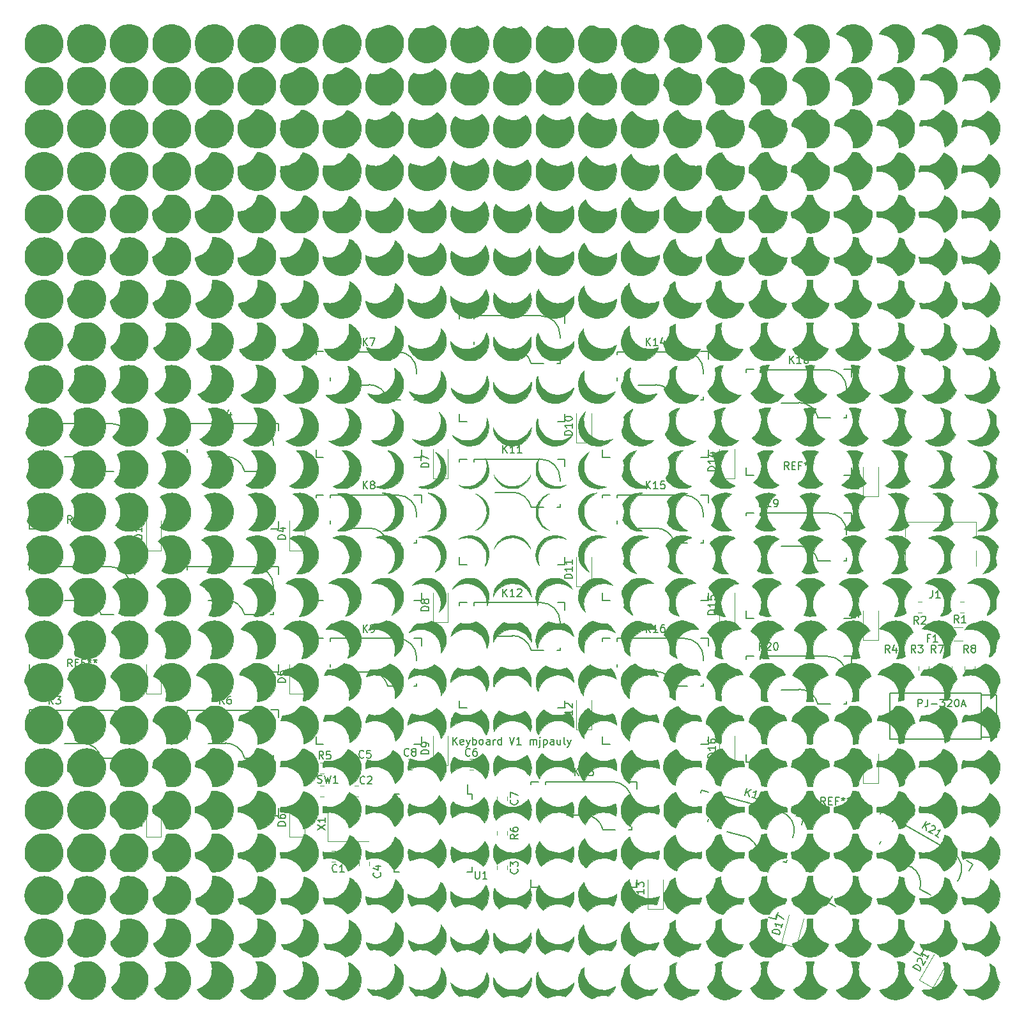
<source format=gbr>
%TF.GenerationSoftware,KiCad,Pcbnew,(5.1.6-0-10_14)*%
%TF.CreationDate,2020-09-21T09:47:25-07:00*%
%TF.ProjectId,my-keyboard,6d792d6b-6579-4626-9f61-72642e6b6963,rev?*%
%TF.SameCoordinates,Original*%
%TF.FileFunction,Legend,Top*%
%TF.FilePolarity,Positive*%
%FSLAX46Y46*%
G04 Gerber Fmt 4.6, Leading zero omitted, Abs format (unit mm)*
G04 Created by KiCad (PCBNEW (5.1.6-0-10_14)) date 2020-09-21 09:47:25*
%MOMM*%
%LPD*%
G01*
G04 APERTURE LIST*
%ADD10C,0.200000*%
%ADD11C,0.010000*%
%ADD12C,0.120000*%
%ADD13C,0.150000*%
G04 APERTURE END LIST*
D10*
X99172095Y-104592380D02*
X99172095Y-103592380D01*
X99743523Y-104592380D02*
X99314952Y-104020952D01*
X99743523Y-103592380D02*
X99172095Y-104163809D01*
X100553047Y-104544761D02*
X100457809Y-104592380D01*
X100267333Y-104592380D01*
X100172095Y-104544761D01*
X100124476Y-104449523D01*
X100124476Y-104068571D01*
X100172095Y-103973333D01*
X100267333Y-103925714D01*
X100457809Y-103925714D01*
X100553047Y-103973333D01*
X100600666Y-104068571D01*
X100600666Y-104163809D01*
X100124476Y-104259047D01*
X100934000Y-103925714D02*
X101172095Y-104592380D01*
X101410190Y-103925714D02*
X101172095Y-104592380D01*
X101076857Y-104830476D01*
X101029238Y-104878095D01*
X100934000Y-104925714D01*
X101791142Y-104592380D02*
X101791142Y-103592380D01*
X101791142Y-103973333D02*
X101886380Y-103925714D01*
X102076857Y-103925714D01*
X102172095Y-103973333D01*
X102219714Y-104020952D01*
X102267333Y-104116190D01*
X102267333Y-104401904D01*
X102219714Y-104497142D01*
X102172095Y-104544761D01*
X102076857Y-104592380D01*
X101886380Y-104592380D01*
X101791142Y-104544761D01*
X102838761Y-104592380D02*
X102743523Y-104544761D01*
X102695904Y-104497142D01*
X102648285Y-104401904D01*
X102648285Y-104116190D01*
X102695904Y-104020952D01*
X102743523Y-103973333D01*
X102838761Y-103925714D01*
X102981619Y-103925714D01*
X103076857Y-103973333D01*
X103124476Y-104020952D01*
X103172095Y-104116190D01*
X103172095Y-104401904D01*
X103124476Y-104497142D01*
X103076857Y-104544761D01*
X102981619Y-104592380D01*
X102838761Y-104592380D01*
X104029238Y-104592380D02*
X104029238Y-104068571D01*
X103981619Y-103973333D01*
X103886380Y-103925714D01*
X103695904Y-103925714D01*
X103600666Y-103973333D01*
X104029238Y-104544761D02*
X103934000Y-104592380D01*
X103695904Y-104592380D01*
X103600666Y-104544761D01*
X103553047Y-104449523D01*
X103553047Y-104354285D01*
X103600666Y-104259047D01*
X103695904Y-104211428D01*
X103934000Y-104211428D01*
X104029238Y-104163809D01*
X104505428Y-104592380D02*
X104505428Y-103925714D01*
X104505428Y-104116190D02*
X104553047Y-104020952D01*
X104600666Y-103973333D01*
X104695904Y-103925714D01*
X104791142Y-103925714D01*
X105553047Y-104592380D02*
X105553047Y-103592380D01*
X105553047Y-104544761D02*
X105457809Y-104592380D01*
X105267333Y-104592380D01*
X105172095Y-104544761D01*
X105124476Y-104497142D01*
X105076857Y-104401904D01*
X105076857Y-104116190D01*
X105124476Y-104020952D01*
X105172095Y-103973333D01*
X105267333Y-103925714D01*
X105457809Y-103925714D01*
X105553047Y-103973333D01*
X106648285Y-103592380D02*
X106981619Y-104592380D01*
X107314952Y-103592380D01*
X108172095Y-104592380D02*
X107600666Y-104592380D01*
X107886380Y-104592380D02*
X107886380Y-103592380D01*
X107791142Y-103735238D01*
X107695904Y-103830476D01*
X107600666Y-103878095D01*
X109362571Y-104592380D02*
X109362571Y-103925714D01*
X109362571Y-104020952D02*
X109410190Y-103973333D01*
X109505428Y-103925714D01*
X109648285Y-103925714D01*
X109743523Y-103973333D01*
X109791142Y-104068571D01*
X109791142Y-104592380D01*
X109791142Y-104068571D02*
X109838761Y-103973333D01*
X109934000Y-103925714D01*
X110076857Y-103925714D01*
X110172095Y-103973333D01*
X110219714Y-104068571D01*
X110219714Y-104592380D01*
X110695904Y-103925714D02*
X110695904Y-104782857D01*
X110648285Y-104878095D01*
X110553047Y-104925714D01*
X110505428Y-104925714D01*
X110695904Y-103592380D02*
X110648285Y-103640000D01*
X110695904Y-103687619D01*
X110743523Y-103640000D01*
X110695904Y-103592380D01*
X110695904Y-103687619D01*
X111172095Y-103925714D02*
X111172095Y-104925714D01*
X111172095Y-103973333D02*
X111267333Y-103925714D01*
X111457809Y-103925714D01*
X111553047Y-103973333D01*
X111600666Y-104020952D01*
X111648285Y-104116190D01*
X111648285Y-104401904D01*
X111600666Y-104497142D01*
X111553047Y-104544761D01*
X111457809Y-104592380D01*
X111267333Y-104592380D01*
X111172095Y-104544761D01*
X112505428Y-104592380D02*
X112505428Y-104068571D01*
X112457809Y-103973333D01*
X112362571Y-103925714D01*
X112172095Y-103925714D01*
X112076857Y-103973333D01*
X112505428Y-104544761D02*
X112410190Y-104592380D01*
X112172095Y-104592380D01*
X112076857Y-104544761D01*
X112029238Y-104449523D01*
X112029238Y-104354285D01*
X112076857Y-104259047D01*
X112172095Y-104211428D01*
X112410190Y-104211428D01*
X112505428Y-104163809D01*
X113410190Y-103925714D02*
X113410190Y-104592380D01*
X112981619Y-103925714D02*
X112981619Y-104449523D01*
X113029238Y-104544761D01*
X113124476Y-104592380D01*
X113267333Y-104592380D01*
X113362571Y-104544761D01*
X113410190Y-104497142D01*
X114029238Y-104592380D02*
X113934000Y-104544761D01*
X113886380Y-104449523D01*
X113886380Y-103592380D01*
X114314952Y-103925714D02*
X114553047Y-104592380D01*
X114791142Y-103925714D02*
X114553047Y-104592380D01*
X114457809Y-104830476D01*
X114410190Y-104878095D01*
X114314952Y-104925714D01*
D11*
%TO.C,G\u002A\u002A\u002A*%
G36*
X105591103Y-137951431D02*
G01*
X105302064Y-137720395D01*
X105040237Y-137436950D01*
X104816864Y-137116798D01*
X104643189Y-136775640D01*
X104545824Y-136491527D01*
X104512146Y-136328875D01*
X104485844Y-136134378D01*
X104468627Y-135930903D01*
X104462207Y-135741312D01*
X104468295Y-135588471D01*
X104474780Y-135541858D01*
X104498896Y-135413309D01*
X104619258Y-135652557D01*
X104830294Y-135995863D01*
X105097975Y-136306854D01*
X105412869Y-136577947D01*
X105765543Y-136801562D01*
X106146563Y-136970117D01*
X106329722Y-137027339D01*
X106522675Y-137063887D01*
X106760932Y-137085200D01*
X107020914Y-137091301D01*
X107279040Y-137082217D01*
X107511730Y-137057973D01*
X107670277Y-137025911D01*
X108064611Y-136883857D01*
X108433253Y-136683812D01*
X108767211Y-136432996D01*
X109057489Y-136138629D01*
X109295095Y-135807928D01*
X109380341Y-135653358D01*
X109500302Y-135414910D01*
X109524964Y-135579370D01*
X109536615Y-135751255D01*
X109530227Y-135964511D01*
X109507879Y-136192878D01*
X109471646Y-136410098D01*
X109452829Y-136491527D01*
X109338033Y-136817881D01*
X109166042Y-137142196D01*
X108948711Y-137447947D01*
X108697898Y-137718611D01*
X108425460Y-137937663D01*
X108405865Y-137950651D01*
X108193596Y-138089347D01*
X107993423Y-138008010D01*
X107608204Y-137887633D01*
X107202572Y-137827391D01*
X106790915Y-137827322D01*
X106387618Y-137887463D01*
X106019001Y-138002961D01*
X105800952Y-138091562D01*
X105591103Y-137951431D01*
G37*
X105591103Y-137951431D02*
X105302064Y-137720395D01*
X105040237Y-137436950D01*
X104816864Y-137116798D01*
X104643189Y-136775640D01*
X104545824Y-136491527D01*
X104512146Y-136328875D01*
X104485844Y-136134378D01*
X104468627Y-135930903D01*
X104462207Y-135741312D01*
X104468295Y-135588471D01*
X104474780Y-135541858D01*
X104498896Y-135413309D01*
X104619258Y-135652557D01*
X104830294Y-135995863D01*
X105097975Y-136306854D01*
X105412869Y-136577947D01*
X105765543Y-136801562D01*
X106146563Y-136970117D01*
X106329722Y-137027339D01*
X106522675Y-137063887D01*
X106760932Y-137085200D01*
X107020914Y-137091301D01*
X107279040Y-137082217D01*
X107511730Y-137057973D01*
X107670277Y-137025911D01*
X108064611Y-136883857D01*
X108433253Y-136683812D01*
X108767211Y-136432996D01*
X109057489Y-136138629D01*
X109295095Y-135807928D01*
X109380341Y-135653358D01*
X109500302Y-135414910D01*
X109524964Y-135579370D01*
X109536615Y-135751255D01*
X109530227Y-135964511D01*
X109507879Y-136192878D01*
X109471646Y-136410098D01*
X109452829Y-136491527D01*
X109338033Y-136817881D01*
X109166042Y-137142196D01*
X108948711Y-137447947D01*
X108697898Y-137718611D01*
X108425460Y-137937663D01*
X108405865Y-137950651D01*
X108193596Y-138089347D01*
X107993423Y-138008010D01*
X107608204Y-137887633D01*
X107202572Y-137827391D01*
X106790915Y-137827322D01*
X106387618Y-137887463D01*
X106019001Y-138002961D01*
X105800952Y-138091562D01*
X105591103Y-137951431D01*
G36*
X102083971Y-138078287D02*
G01*
X101759732Y-137949010D01*
X101441341Y-137867743D01*
X101101480Y-137826002D01*
X100838049Y-137822212D01*
X100562286Y-137843820D01*
X100302651Y-137887547D01*
X100116437Y-137939467D01*
X100039164Y-137963634D01*
X99981957Y-137964558D01*
X99921261Y-137935593D01*
X99833523Y-137870094D01*
X99812974Y-137853859D01*
X99508970Y-137574260D01*
X99254573Y-137258889D01*
X99058099Y-136918814D01*
X98990024Y-136758624D01*
X98958752Y-136665439D01*
X98923388Y-136544473D01*
X98888279Y-136413060D01*
X98857769Y-136288534D01*
X98836204Y-136188231D01*
X98827929Y-136129485D01*
X98830213Y-136121111D01*
X98856371Y-136143903D01*
X98921033Y-136204758D01*
X99012274Y-136292392D01*
X99053701Y-136332571D01*
X99390340Y-136612964D01*
X99756870Y-136831801D01*
X100146824Y-136987795D01*
X100553735Y-137079661D01*
X100971134Y-137106110D01*
X101392554Y-137065856D01*
X101811528Y-136957611D01*
X101945118Y-136907967D01*
X102308263Y-136726126D01*
X102640152Y-136487675D01*
X102933630Y-136201184D01*
X103181542Y-135875224D01*
X103376732Y-135518366D01*
X103512045Y-135139180D01*
X103546520Y-134989773D01*
X103572999Y-134868670D01*
X103598444Y-134775609D01*
X103616009Y-134733168D01*
X103639999Y-134747392D01*
X103678047Y-134813750D01*
X103718624Y-134909557D01*
X103823964Y-135266926D01*
X103880139Y-135637448D01*
X103883858Y-135980000D01*
X103848839Y-136290562D01*
X103783670Y-136568182D01*
X103679695Y-136844629D01*
X103605138Y-137003055D01*
X103446512Y-137264566D01*
X103237492Y-137524322D01*
X102996152Y-137763536D01*
X102740567Y-137963420D01*
X102595499Y-138052520D01*
X102336136Y-138194584D01*
X102083971Y-138078287D01*
G37*
X102083971Y-138078287D02*
X101759732Y-137949010D01*
X101441341Y-137867743D01*
X101101480Y-137826002D01*
X100838049Y-137822212D01*
X100562286Y-137843820D01*
X100302651Y-137887547D01*
X100116437Y-137939467D01*
X100039164Y-137963634D01*
X99981957Y-137964558D01*
X99921261Y-137935593D01*
X99833523Y-137870094D01*
X99812974Y-137853859D01*
X99508970Y-137574260D01*
X99254573Y-137258889D01*
X99058099Y-136918814D01*
X98990024Y-136758624D01*
X98958752Y-136665439D01*
X98923388Y-136544473D01*
X98888279Y-136413060D01*
X98857769Y-136288534D01*
X98836204Y-136188231D01*
X98827929Y-136129485D01*
X98830213Y-136121111D01*
X98856371Y-136143903D01*
X98921033Y-136204758D01*
X99012274Y-136292392D01*
X99053701Y-136332571D01*
X99390340Y-136612964D01*
X99756870Y-136831801D01*
X100146824Y-136987795D01*
X100553735Y-137079661D01*
X100971134Y-137106110D01*
X101392554Y-137065856D01*
X101811528Y-136957611D01*
X101945118Y-136907967D01*
X102308263Y-136726126D01*
X102640152Y-136487675D01*
X102933630Y-136201184D01*
X103181542Y-135875224D01*
X103376732Y-135518366D01*
X103512045Y-135139180D01*
X103546520Y-134989773D01*
X103572999Y-134868670D01*
X103598444Y-134775609D01*
X103616009Y-134733168D01*
X103639999Y-134747392D01*
X103678047Y-134813750D01*
X103718624Y-134909557D01*
X103823964Y-135266926D01*
X103880139Y-135637448D01*
X103883858Y-135980000D01*
X103848839Y-136290562D01*
X103783670Y-136568182D01*
X103679695Y-136844629D01*
X103605138Y-137003055D01*
X103446512Y-137264566D01*
X103237492Y-137524322D01*
X102996152Y-137763536D01*
X102740567Y-137963420D01*
X102595499Y-138052520D01*
X102336136Y-138194584D01*
X102083971Y-138078287D01*
G36*
X111423280Y-138066714D02*
G01*
X111238132Y-137951285D01*
X111036138Y-137787819D01*
X110860013Y-137621407D01*
X110706571Y-137463679D01*
X110592684Y-137331637D01*
X110503664Y-137205846D01*
X110424824Y-137066870D01*
X110392762Y-137003055D01*
X110280038Y-136755358D01*
X110202335Y-136535313D01*
X110154215Y-136318572D01*
X110130244Y-136080786D01*
X110124941Y-135803611D01*
X110128375Y-135601083D01*
X110137598Y-135447158D01*
X110155542Y-135319943D01*
X110185142Y-135197542D01*
X110221828Y-135080416D01*
X110283225Y-134903564D01*
X110329444Y-134789058D01*
X110363406Y-134731047D01*
X110388031Y-134723683D01*
X110395401Y-134732692D01*
X110410254Y-134782865D01*
X110428581Y-134877122D01*
X110438327Y-134939305D01*
X110509544Y-135235966D01*
X110635360Y-135546080D01*
X110806702Y-135852708D01*
X111014494Y-136138912D01*
X111177150Y-136318405D01*
X111503698Y-136597805D01*
X111859103Y-136816388D01*
X112236398Y-136974122D01*
X112628618Y-137070977D01*
X113028796Y-137106919D01*
X113429965Y-137081917D01*
X113825160Y-136995940D01*
X114207413Y-136848955D01*
X114569760Y-136640930D01*
X114905232Y-136371834D01*
X114943147Y-136335636D01*
X115157443Y-136127239D01*
X115134881Y-136297323D01*
X115058991Y-136624336D01*
X114921786Y-136953546D01*
X114730935Y-137272340D01*
X114494106Y-137568103D01*
X114218969Y-137828224D01*
X114189938Y-137851557D01*
X114024460Y-137982519D01*
X113784244Y-137910759D01*
X113647709Y-137876343D01*
X113499946Y-137853810D01*
X113321431Y-137841072D01*
X113092641Y-137836038D01*
X113085416Y-137835989D01*
X112810254Y-137840442D01*
X112581403Y-137861012D01*
X112375533Y-137902485D01*
X112169317Y-137969649D01*
X111939424Y-138067291D01*
X111924345Y-138074234D01*
X111666144Y-138193530D01*
X111423280Y-138066714D01*
G37*
X111423280Y-138066714D02*
X111238132Y-137951285D01*
X111036138Y-137787819D01*
X110860013Y-137621407D01*
X110706571Y-137463679D01*
X110592684Y-137331637D01*
X110503664Y-137205846D01*
X110424824Y-137066870D01*
X110392762Y-137003055D01*
X110280038Y-136755358D01*
X110202335Y-136535313D01*
X110154215Y-136318572D01*
X110130244Y-136080786D01*
X110124941Y-135803611D01*
X110128375Y-135601083D01*
X110137598Y-135447158D01*
X110155542Y-135319943D01*
X110185142Y-135197542D01*
X110221828Y-135080416D01*
X110283225Y-134903564D01*
X110329444Y-134789058D01*
X110363406Y-134731047D01*
X110388031Y-134723683D01*
X110395401Y-134732692D01*
X110410254Y-134782865D01*
X110428581Y-134877122D01*
X110438327Y-134939305D01*
X110509544Y-135235966D01*
X110635360Y-135546080D01*
X110806702Y-135852708D01*
X111014494Y-136138912D01*
X111177150Y-136318405D01*
X111503698Y-136597805D01*
X111859103Y-136816388D01*
X112236398Y-136974122D01*
X112628618Y-137070977D01*
X113028796Y-137106919D01*
X113429965Y-137081917D01*
X113825160Y-136995940D01*
X114207413Y-136848955D01*
X114569760Y-136640930D01*
X114905232Y-136371834D01*
X114943147Y-136335636D01*
X115157443Y-136127239D01*
X115134881Y-136297323D01*
X115058991Y-136624336D01*
X114921786Y-136953546D01*
X114730935Y-137272340D01*
X114494106Y-137568103D01*
X114218969Y-137828224D01*
X114189938Y-137851557D01*
X114024460Y-137982519D01*
X113784244Y-137910759D01*
X113647709Y-137876343D01*
X113499946Y-137853810D01*
X113321431Y-137841072D01*
X113092641Y-137836038D01*
X113085416Y-137835989D01*
X112810254Y-137840442D01*
X112581403Y-137861012D01*
X112375533Y-137902485D01*
X112169317Y-137969649D01*
X111939424Y-138067291D01*
X111924345Y-138074234D01*
X111666144Y-138193530D01*
X111423280Y-138066714D01*
G36*
X96090327Y-138119442D02*
G01*
X95921496Y-138041928D01*
X95745490Y-137969950D01*
X95590590Y-137914765D01*
X95534722Y-137898256D01*
X95371537Y-137867621D01*
X95161474Y-137846357D01*
X94927676Y-137835184D01*
X94693289Y-137834822D01*
X94481457Y-137845992D01*
X94355894Y-137861579D01*
X94182483Y-137891075D01*
X93893141Y-137593146D01*
X93721619Y-137405393D01*
X93591117Y-137233847D01*
X93484306Y-137055046D01*
X93458010Y-137003940D01*
X93376969Y-136837456D01*
X93330687Y-136727082D01*
X93319561Y-136667306D01*
X93343986Y-136652616D01*
X93404359Y-136677501D01*
X93478278Y-136721863D01*
X93805887Y-136890945D01*
X94171713Y-137011931D01*
X94560383Y-137082616D01*
X94956522Y-137100797D01*
X95344757Y-137064268D01*
X95552361Y-137019260D01*
X95942245Y-136880042D01*
X96307905Y-136679564D01*
X96640277Y-136425295D01*
X96930296Y-136124704D01*
X97168899Y-135785260D01*
X97263055Y-135609583D01*
X97381810Y-135339017D01*
X97460668Y-135090155D01*
X97506021Y-134835276D01*
X97524258Y-134546659D01*
X97525293Y-134472037D01*
X97526841Y-134314206D01*
X97529057Y-134186117D01*
X97531632Y-134101864D01*
X97533991Y-134075162D01*
X97558128Y-134099564D01*
X97615040Y-134163350D01*
X97683676Y-134242569D01*
X97806085Y-134410108D01*
X97930189Y-134622395D01*
X98043628Y-134855039D01*
X98134042Y-135083648D01*
X98170825Y-135203889D01*
X98211780Y-135433520D01*
X98230263Y-135728235D01*
X98231455Y-135838889D01*
X98221724Y-136132138D01*
X98188446Y-136383381D01*
X98125493Y-136618985D01*
X98026736Y-136865316D01*
X97960865Y-137003055D01*
X97782063Y-137295465D01*
X97549722Y-137572936D01*
X97278279Y-137822706D01*
X96982171Y-138032013D01*
X96675835Y-138188093D01*
X96579493Y-138224207D01*
X96416627Y-138279701D01*
X96090327Y-138119442D01*
G37*
X96090327Y-138119442D02*
X95921496Y-138041928D01*
X95745490Y-137969950D01*
X95590590Y-137914765D01*
X95534722Y-137898256D01*
X95371537Y-137867621D01*
X95161474Y-137846357D01*
X94927676Y-137835184D01*
X94693289Y-137834822D01*
X94481457Y-137845992D01*
X94355894Y-137861579D01*
X94182483Y-137891075D01*
X93893141Y-137593146D01*
X93721619Y-137405393D01*
X93591117Y-137233847D01*
X93484306Y-137055046D01*
X93458010Y-137003940D01*
X93376969Y-136837456D01*
X93330687Y-136727082D01*
X93319561Y-136667306D01*
X93343986Y-136652616D01*
X93404359Y-136677501D01*
X93478278Y-136721863D01*
X93805887Y-136890945D01*
X94171713Y-137011931D01*
X94560383Y-137082616D01*
X94956522Y-137100797D01*
X95344757Y-137064268D01*
X95552361Y-137019260D01*
X95942245Y-136880042D01*
X96307905Y-136679564D01*
X96640277Y-136425295D01*
X96930296Y-136124704D01*
X97168899Y-135785260D01*
X97263055Y-135609583D01*
X97381810Y-135339017D01*
X97460668Y-135090155D01*
X97506021Y-134835276D01*
X97524258Y-134546659D01*
X97525293Y-134472037D01*
X97526841Y-134314206D01*
X97529057Y-134186117D01*
X97531632Y-134101864D01*
X97533991Y-134075162D01*
X97558128Y-134099564D01*
X97615040Y-134163350D01*
X97683676Y-134242569D01*
X97806085Y-134410108D01*
X97930189Y-134622395D01*
X98043628Y-134855039D01*
X98134042Y-135083648D01*
X98170825Y-135203889D01*
X98211780Y-135433520D01*
X98230263Y-135728235D01*
X98231455Y-135838889D01*
X98221724Y-136132138D01*
X98188446Y-136383381D01*
X98125493Y-136618985D01*
X98026736Y-136865316D01*
X97960865Y-137003055D01*
X97782063Y-137295465D01*
X97549722Y-137572936D01*
X97278279Y-137822706D01*
X96982171Y-138032013D01*
X96675835Y-138188093D01*
X96579493Y-138224207D01*
X96416627Y-138279701D01*
X96090327Y-138119442D01*
G36*
X117467229Y-138241325D02*
G01*
X117451763Y-138236470D01*
X117151350Y-138108856D01*
X116853617Y-137924338D01*
X116573075Y-137695568D01*
X116324234Y-137435199D01*
X116121605Y-137155884D01*
X116037207Y-137003055D01*
X115921153Y-136746465D01*
X115842030Y-136516931D01*
X115793948Y-136288717D01*
X115771019Y-136036090D01*
X115766780Y-135821250D01*
X115769883Y-135611602D01*
X115780750Y-135449319D01*
X115802143Y-135311389D01*
X115836826Y-135174796D01*
X115849395Y-135133333D01*
X115964628Y-134825757D01*
X116108712Y-134541110D01*
X116270772Y-134299977D01*
X116322756Y-134237512D01*
X116472083Y-134068188D01*
X116474201Y-134468469D01*
X116486363Y-134768062D01*
X116523493Y-135026613D01*
X116591779Y-135271087D01*
X116697406Y-135528451D01*
X116736021Y-135609583D01*
X116948114Y-135966043D01*
X117215752Y-136287154D01*
X117529815Y-136565395D01*
X117881184Y-136793244D01*
X118260738Y-136963179D01*
X118447639Y-137021270D01*
X118819478Y-137088335D01*
X119210166Y-137099996D01*
X119603746Y-137058574D01*
X119984261Y-136966389D01*
X120335753Y-136825762D01*
X120526339Y-136718935D01*
X120614163Y-136667696D01*
X120665906Y-136651927D01*
X120681781Y-136677001D01*
X120662000Y-136748291D01*
X120606778Y-136871170D01*
X120537847Y-137009012D01*
X120420854Y-137211511D01*
X120278811Y-137402434D01*
X120102717Y-137596877D01*
X119817517Y-137891075D01*
X119644106Y-137861579D01*
X119462624Y-137841551D01*
X119242064Y-137833475D01*
X119005537Y-137836661D01*
X118776154Y-137850417D01*
X118577025Y-137874054D01*
X118465277Y-137896823D01*
X118329356Y-137940531D01*
X118159554Y-138006320D01*
X117984159Y-138082905D01*
X117910375Y-138118166D01*
X117761592Y-138190403D01*
X117659228Y-138234622D01*
X117586942Y-138255038D01*
X117528389Y-138255867D01*
X117467229Y-138241325D01*
G37*
X117467229Y-138241325D02*
X117451763Y-138236470D01*
X117151350Y-138108856D01*
X116853617Y-137924338D01*
X116573075Y-137695568D01*
X116324234Y-137435199D01*
X116121605Y-137155884D01*
X116037207Y-137003055D01*
X115921153Y-136746465D01*
X115842030Y-136516931D01*
X115793948Y-136288717D01*
X115771019Y-136036090D01*
X115766780Y-135821250D01*
X115769883Y-135611602D01*
X115780750Y-135449319D01*
X115802143Y-135311389D01*
X115836826Y-135174796D01*
X115849395Y-135133333D01*
X115964628Y-134825757D01*
X116108712Y-134541110D01*
X116270772Y-134299977D01*
X116322756Y-134237512D01*
X116472083Y-134068188D01*
X116474201Y-134468469D01*
X116486363Y-134768062D01*
X116523493Y-135026613D01*
X116591779Y-135271087D01*
X116697406Y-135528451D01*
X116736021Y-135609583D01*
X116948114Y-135966043D01*
X117215752Y-136287154D01*
X117529815Y-136565395D01*
X117881184Y-136793244D01*
X118260738Y-136963179D01*
X118447639Y-137021270D01*
X118819478Y-137088335D01*
X119210166Y-137099996D01*
X119603746Y-137058574D01*
X119984261Y-136966389D01*
X120335753Y-136825762D01*
X120526339Y-136718935D01*
X120614163Y-136667696D01*
X120665906Y-136651927D01*
X120681781Y-136677001D01*
X120662000Y-136748291D01*
X120606778Y-136871170D01*
X120537847Y-137009012D01*
X120420854Y-137211511D01*
X120278811Y-137402434D01*
X120102717Y-137596877D01*
X119817517Y-137891075D01*
X119644106Y-137861579D01*
X119462624Y-137841551D01*
X119242064Y-137833475D01*
X119005537Y-137836661D01*
X118776154Y-137850417D01*
X118577025Y-137874054D01*
X118465277Y-137896823D01*
X118329356Y-137940531D01*
X118159554Y-138006320D01*
X117984159Y-138082905D01*
X117910375Y-138118166D01*
X117761592Y-138190403D01*
X117659228Y-138234622D01*
X117586942Y-138255038D01*
X117528389Y-138255867D01*
X117467229Y-138241325D01*
G36*
X90416822Y-138331240D02*
G01*
X90357746Y-138302978D01*
X90316689Y-138277939D01*
X90134606Y-138175368D01*
X89922514Y-138072158D01*
X89708018Y-137980729D01*
X89518724Y-137913500D01*
X89484583Y-137903570D01*
X89360378Y-137877707D01*
X89190541Y-137853584D01*
X88999981Y-137834327D01*
X88858095Y-137824942D01*
X88443275Y-137804734D01*
X88215127Y-137562886D01*
X88107655Y-137440676D01*
X88000629Y-137304920D01*
X87904073Y-137170060D01*
X87828008Y-137050543D01*
X87782458Y-136960812D01*
X87773942Y-136927070D01*
X87803181Y-136925187D01*
X87878480Y-136945362D01*
X87941180Y-136967413D01*
X88221120Y-137046096D01*
X88540916Y-137090463D01*
X88878367Y-137099766D01*
X89211274Y-137073260D01*
X89484583Y-137019260D01*
X89874136Y-136880051D01*
X90237673Y-136680078D01*
X90567942Y-136426590D01*
X90857694Y-136126836D01*
X91099678Y-135788065D01*
X91286644Y-135417528D01*
X91388403Y-135115694D01*
X91433652Y-134890587D01*
X91460241Y-134637085D01*
X91468220Y-134374755D01*
X91457639Y-134123167D01*
X91428550Y-133901890D01*
X91384838Y-133740217D01*
X91381312Y-133693855D01*
X91425543Y-133698577D01*
X91516875Y-133754139D01*
X91607931Y-133822718D01*
X91864599Y-134056711D01*
X92095622Y-134327321D01*
X92281944Y-134611483D01*
X92321368Y-134686046D01*
X92439071Y-134944569D01*
X92518285Y-135182070D01*
X92564963Y-135424380D01*
X92585056Y-135697330D01*
X92587010Y-135838889D01*
X92577284Y-136132063D01*
X92544015Y-136383322D01*
X92481062Y-136619124D01*
X92382286Y-136865928D01*
X92316885Y-137003055D01*
X92144928Y-137285445D01*
X91919940Y-137558260D01*
X91659038Y-137804375D01*
X91379341Y-138006666D01*
X91230833Y-138089511D01*
X91063063Y-138165798D01*
X90883175Y-138236143D01*
X90723571Y-138288142D01*
X90687106Y-138297682D01*
X90558791Y-138327381D01*
X90476267Y-138338970D01*
X90416822Y-138331240D01*
G37*
X90416822Y-138331240D02*
X90357746Y-138302978D01*
X90316689Y-138277939D01*
X90134606Y-138175368D01*
X89922514Y-138072158D01*
X89708018Y-137980729D01*
X89518724Y-137913500D01*
X89484583Y-137903570D01*
X89360378Y-137877707D01*
X89190541Y-137853584D01*
X88999981Y-137834327D01*
X88858095Y-137824942D01*
X88443275Y-137804734D01*
X88215127Y-137562886D01*
X88107655Y-137440676D01*
X88000629Y-137304920D01*
X87904073Y-137170060D01*
X87828008Y-137050543D01*
X87782458Y-136960812D01*
X87773942Y-136927070D01*
X87803181Y-136925187D01*
X87878480Y-136945362D01*
X87941180Y-136967413D01*
X88221120Y-137046096D01*
X88540916Y-137090463D01*
X88878367Y-137099766D01*
X89211274Y-137073260D01*
X89484583Y-137019260D01*
X89874136Y-136880051D01*
X90237673Y-136680078D01*
X90567942Y-136426590D01*
X90857694Y-136126836D01*
X91099678Y-135788065D01*
X91286644Y-135417528D01*
X91388403Y-135115694D01*
X91433652Y-134890587D01*
X91460241Y-134637085D01*
X91468220Y-134374755D01*
X91457639Y-134123167D01*
X91428550Y-133901890D01*
X91384838Y-133740217D01*
X91381312Y-133693855D01*
X91425543Y-133698577D01*
X91516875Y-133754139D01*
X91607931Y-133822718D01*
X91864599Y-134056711D01*
X92095622Y-134327321D01*
X92281944Y-134611483D01*
X92321368Y-134686046D01*
X92439071Y-134944569D01*
X92518285Y-135182070D01*
X92564963Y-135424380D01*
X92585056Y-135697330D01*
X92587010Y-135838889D01*
X92577284Y-136132063D01*
X92544015Y-136383322D01*
X92481062Y-136619124D01*
X92382286Y-136865928D01*
X92316885Y-137003055D01*
X92144928Y-137285445D01*
X91919940Y-137558260D01*
X91659038Y-137804375D01*
X91379341Y-138006666D01*
X91230833Y-138089511D01*
X91063063Y-138165798D01*
X90883175Y-138236143D01*
X90723571Y-138288142D01*
X90687106Y-138297682D01*
X90558791Y-138327381D01*
X90476267Y-138338970D01*
X90416822Y-138331240D01*
G36*
X123487419Y-138340397D02*
G01*
X123390361Y-138319966D01*
X123309075Y-138299318D01*
X123162469Y-138253538D01*
X122986082Y-138186687D01*
X122812201Y-138111243D01*
X122769166Y-138090674D01*
X122618396Y-138011060D01*
X122487985Y-137926545D01*
X122358434Y-137822436D01*
X122210244Y-137684041D01*
X122148902Y-137623320D01*
X121994931Y-137464034D01*
X121880500Y-137330449D01*
X121790946Y-137203097D01*
X121711610Y-137062507D01*
X121681822Y-137003055D01*
X121527161Y-136632389D01*
X121431711Y-136268867D01*
X121406315Y-136101051D01*
X121399371Y-136007952D01*
X121407030Y-135925654D01*
X121434564Y-135833530D01*
X121487243Y-135710952D01*
X121528017Y-135624801D01*
X121678683Y-135257776D01*
X121771910Y-134897006D01*
X121806892Y-134631152D01*
X121817802Y-134518417D01*
X121834469Y-134436261D01*
X121866562Y-134366047D01*
X121923746Y-134289141D01*
X122015689Y-134186907D01*
X122064462Y-134134643D01*
X122194628Y-134001674D01*
X122320869Y-133883696D01*
X122434757Y-133787223D01*
X122527863Y-133718772D01*
X122591759Y-133684857D01*
X122618015Y-133691995D01*
X122615927Y-133708352D01*
X122561732Y-133961635D01*
X122534428Y-134255482D01*
X122534117Y-134565183D01*
X122560902Y-134866031D01*
X122610080Y-135115694D01*
X122748891Y-135503114D01*
X122948590Y-135865566D01*
X123201711Y-136195587D01*
X123500793Y-136485712D01*
X123838372Y-136728476D01*
X124206984Y-136916417D01*
X124515416Y-137021270D01*
X124799509Y-137075523D01*
X125111965Y-137098247D01*
X125431713Y-137090390D01*
X125737681Y-137052901D01*
X126008797Y-136986732D01*
X126110106Y-136949408D01*
X126185960Y-136922675D01*
X126224985Y-136918617D01*
X126226389Y-136921186D01*
X126205113Y-136983197D01*
X126147996Y-137084199D01*
X126065105Y-137209603D01*
X125966504Y-137344822D01*
X125862262Y-137475268D01*
X125780105Y-137567939D01*
X125556725Y-137804734D01*
X125141904Y-137824259D01*
X124953013Y-137837292D01*
X124766936Y-137857247D01*
X124608225Y-137881129D01*
X124521160Y-137900023D01*
X124349436Y-137957398D01*
X124144769Y-138041619D01*
X123933257Y-138140897D01*
X123740996Y-138243448D01*
X123679491Y-138280154D01*
X123609009Y-138321680D01*
X123552643Y-138341365D01*
X123487419Y-138340397D01*
G37*
X123487419Y-138340397D02*
X123390361Y-138319966D01*
X123309075Y-138299318D01*
X123162469Y-138253538D01*
X122986082Y-138186687D01*
X122812201Y-138111243D01*
X122769166Y-138090674D01*
X122618396Y-138011060D01*
X122487985Y-137926545D01*
X122358434Y-137822436D01*
X122210244Y-137684041D01*
X122148902Y-137623320D01*
X121994931Y-137464034D01*
X121880500Y-137330449D01*
X121790946Y-137203097D01*
X121711610Y-137062507D01*
X121681822Y-137003055D01*
X121527161Y-136632389D01*
X121431711Y-136268867D01*
X121406315Y-136101051D01*
X121399371Y-136007952D01*
X121407030Y-135925654D01*
X121434564Y-135833530D01*
X121487243Y-135710952D01*
X121528017Y-135624801D01*
X121678683Y-135257776D01*
X121771910Y-134897006D01*
X121806892Y-134631152D01*
X121817802Y-134518417D01*
X121834469Y-134436261D01*
X121866562Y-134366047D01*
X121923746Y-134289141D01*
X122015689Y-134186907D01*
X122064462Y-134134643D01*
X122194628Y-134001674D01*
X122320869Y-133883696D01*
X122434757Y-133787223D01*
X122527863Y-133718772D01*
X122591759Y-133684857D01*
X122618015Y-133691995D01*
X122615927Y-133708352D01*
X122561732Y-133961635D01*
X122534428Y-134255482D01*
X122534117Y-134565183D01*
X122560902Y-134866031D01*
X122610080Y-135115694D01*
X122748891Y-135503114D01*
X122948590Y-135865566D01*
X123201711Y-136195587D01*
X123500793Y-136485712D01*
X123838372Y-136728476D01*
X124206984Y-136916417D01*
X124515416Y-137021270D01*
X124799509Y-137075523D01*
X125111965Y-137098247D01*
X125431713Y-137090390D01*
X125737681Y-137052901D01*
X126008797Y-136986732D01*
X126110106Y-136949408D01*
X126185960Y-136922675D01*
X126224985Y-136918617D01*
X126226389Y-136921186D01*
X126205113Y-136983197D01*
X126147996Y-137084199D01*
X126065105Y-137209603D01*
X125966504Y-137344822D01*
X125862262Y-137475268D01*
X125780105Y-137567939D01*
X125556725Y-137804734D01*
X125141904Y-137824259D01*
X124953013Y-137837292D01*
X124766936Y-137857247D01*
X124608225Y-137881129D01*
X124521160Y-137900023D01*
X124349436Y-137957398D01*
X124144769Y-138041619D01*
X123933257Y-138140897D01*
X123740996Y-138243448D01*
X123679491Y-138280154D01*
X123609009Y-138321680D01*
X123552643Y-138341365D01*
X123487419Y-138340397D01*
G36*
X169121068Y-138238541D02*
G01*
X168805429Y-138068106D01*
X168453593Y-137935957D01*
X168089153Y-137849149D01*
X167735703Y-137814733D01*
X167702495Y-137814444D01*
X167477294Y-137814444D01*
X167263451Y-137591748D01*
X167156809Y-137473590D01*
X167050593Y-137343902D01*
X166955120Y-137216773D01*
X166880707Y-137106294D01*
X166837671Y-137026555D01*
X166831111Y-137001316D01*
X166861561Y-136997343D01*
X166940109Y-137011447D01*
X167016319Y-137031240D01*
X167174946Y-137061942D01*
X167382109Y-137081040D01*
X167616762Y-137088613D01*
X167857860Y-137084742D01*
X168084355Y-137069505D01*
X168275204Y-137042981D01*
X168348055Y-137026240D01*
X168756729Y-136878253D01*
X169132130Y-136671105D01*
X169468634Y-136410423D01*
X169760615Y-136101836D01*
X170002445Y-135750968D01*
X170188501Y-135363448D01*
X170275911Y-135098055D01*
X170310455Y-134918787D01*
X170332015Y-134695293D01*
X170340496Y-134449718D01*
X170335799Y-134204210D01*
X170317828Y-133980916D01*
X170286486Y-133801981D01*
X170281657Y-133783958D01*
X170255142Y-133677080D01*
X170243817Y-133603586D01*
X170248389Y-133581111D01*
X170288110Y-133599036D01*
X170368524Y-133645883D01*
X170465526Y-133707201D01*
X170590944Y-133798228D01*
X170733536Y-133915349D01*
X170861597Y-134032416D01*
X171064444Y-134231541D01*
X171064444Y-134450028D01*
X171094903Y-134817840D01*
X171181820Y-135194713D01*
X171318507Y-135558234D01*
X171488541Y-135871068D01*
X171622208Y-136077877D01*
X171575166Y-136319980D01*
X171480500Y-136684363D01*
X171342414Y-137007704D01*
X171152312Y-137305974D01*
X170901597Y-137595144D01*
X170873518Y-137623518D01*
X170584380Y-137880619D01*
X170287704Y-138076266D01*
X169967517Y-138219057D01*
X169607850Y-138317588D01*
X169569980Y-138325166D01*
X169327877Y-138372208D01*
X169121068Y-138238541D01*
G37*
X169121068Y-138238541D02*
X168805429Y-138068106D01*
X168453593Y-137935957D01*
X168089153Y-137849149D01*
X167735703Y-137814733D01*
X167702495Y-137814444D01*
X167477294Y-137814444D01*
X167263451Y-137591748D01*
X167156809Y-137473590D01*
X167050593Y-137343902D01*
X166955120Y-137216773D01*
X166880707Y-137106294D01*
X166837671Y-137026555D01*
X166831111Y-137001316D01*
X166861561Y-136997343D01*
X166940109Y-137011447D01*
X167016319Y-137031240D01*
X167174946Y-137061942D01*
X167382109Y-137081040D01*
X167616762Y-137088613D01*
X167857860Y-137084742D01*
X168084355Y-137069505D01*
X168275204Y-137042981D01*
X168348055Y-137026240D01*
X168756729Y-136878253D01*
X169132130Y-136671105D01*
X169468634Y-136410423D01*
X169760615Y-136101836D01*
X170002445Y-135750968D01*
X170188501Y-135363448D01*
X170275911Y-135098055D01*
X170310455Y-134918787D01*
X170332015Y-134695293D01*
X170340496Y-134449718D01*
X170335799Y-134204210D01*
X170317828Y-133980916D01*
X170286486Y-133801981D01*
X170281657Y-133783958D01*
X170255142Y-133677080D01*
X170243817Y-133603586D01*
X170248389Y-133581111D01*
X170288110Y-133599036D01*
X170368524Y-133645883D01*
X170465526Y-133707201D01*
X170590944Y-133798228D01*
X170733536Y-133915349D01*
X170861597Y-134032416D01*
X171064444Y-134231541D01*
X171064444Y-134450028D01*
X171094903Y-134817840D01*
X171181820Y-135194713D01*
X171318507Y-135558234D01*
X171488541Y-135871068D01*
X171622208Y-136077877D01*
X171575166Y-136319980D01*
X171480500Y-136684363D01*
X171342414Y-137007704D01*
X171152312Y-137305974D01*
X170901597Y-137595144D01*
X170873518Y-137623518D01*
X170584380Y-137880619D01*
X170287704Y-138076266D01*
X169967517Y-138219057D01*
X169607850Y-138317588D01*
X169569980Y-138325166D01*
X169327877Y-138372208D01*
X169121068Y-138238541D01*
G36*
X84424936Y-138370279D02*
G01*
X84347407Y-138344155D01*
X84252104Y-138289749D01*
X84184051Y-138246213D01*
X84033415Y-138157320D01*
X83864778Y-138070300D01*
X83741784Y-138015366D01*
X83590722Y-137962494D01*
X83410633Y-137910769D01*
X83223852Y-137865475D01*
X83052714Y-137831897D01*
X82919553Y-137815320D01*
X82892611Y-137814444D01*
X82829419Y-137794677D01*
X82743039Y-137731514D01*
X82626170Y-137619161D01*
X82564804Y-137554368D01*
X82454391Y-137431694D01*
X82357010Y-137316609D01*
X82286729Y-137226059D01*
X82264673Y-137192771D01*
X82206153Y-137091250D01*
X82688007Y-137090578D01*
X82969071Y-137084317D01*
X83202108Y-137063264D01*
X83408923Y-137022706D01*
X83611319Y-136957933D01*
X83831102Y-136864234D01*
X83910694Y-136826389D01*
X84270229Y-136613730D01*
X84591994Y-136345442D01*
X84869924Y-136028924D01*
X85097955Y-135671577D01*
X85270023Y-135280801D01*
X85327022Y-135098055D01*
X85374681Y-134842940D01*
X85394196Y-134546866D01*
X85386730Y-134233059D01*
X85353444Y-133924741D01*
X85295498Y-133645137D01*
X85246803Y-133494051D01*
X85239903Y-133456756D01*
X85262415Y-133445103D01*
X85322309Y-133461284D01*
X85427552Y-133507489D01*
X85586115Y-133585912D01*
X85592464Y-133589134D01*
X85869425Y-133760407D01*
X86138096Y-133983139D01*
X86381317Y-134240079D01*
X86581922Y-134513973D01*
X86672441Y-134674722D01*
X86791628Y-134937126D01*
X86871893Y-135175174D01*
X86919377Y-135415324D01*
X86940217Y-135684037D01*
X86942566Y-135838889D01*
X86932840Y-136132063D01*
X86899570Y-136383322D01*
X86836617Y-136619124D01*
X86737841Y-136865928D01*
X86672441Y-137003055D01*
X86500275Y-137285808D01*
X86275157Y-137558722D01*
X86014210Y-137804676D01*
X85734557Y-138006550D01*
X85586389Y-138088936D01*
X85263700Y-138228562D01*
X84950719Y-138318505D01*
X84632962Y-138366055D01*
X84511264Y-138375214D01*
X84424936Y-138370279D01*
G37*
X84424936Y-138370279D02*
X84347407Y-138344155D01*
X84252104Y-138289749D01*
X84184051Y-138246213D01*
X84033415Y-138157320D01*
X83864778Y-138070300D01*
X83741784Y-138015366D01*
X83590722Y-137962494D01*
X83410633Y-137910769D01*
X83223852Y-137865475D01*
X83052714Y-137831897D01*
X82919553Y-137815320D01*
X82892611Y-137814444D01*
X82829419Y-137794677D01*
X82743039Y-137731514D01*
X82626170Y-137619161D01*
X82564804Y-137554368D01*
X82454391Y-137431694D01*
X82357010Y-137316609D01*
X82286729Y-137226059D01*
X82264673Y-137192771D01*
X82206153Y-137091250D01*
X82688007Y-137090578D01*
X82969071Y-137084317D01*
X83202108Y-137063264D01*
X83408923Y-137022706D01*
X83611319Y-136957933D01*
X83831102Y-136864234D01*
X83910694Y-136826389D01*
X84270229Y-136613730D01*
X84591994Y-136345442D01*
X84869924Y-136028924D01*
X85097955Y-135671577D01*
X85270023Y-135280801D01*
X85327022Y-135098055D01*
X85374681Y-134842940D01*
X85394196Y-134546866D01*
X85386730Y-134233059D01*
X85353444Y-133924741D01*
X85295498Y-133645137D01*
X85246803Y-133494051D01*
X85239903Y-133456756D01*
X85262415Y-133445103D01*
X85322309Y-133461284D01*
X85427552Y-133507489D01*
X85586115Y-133585912D01*
X85592464Y-133589134D01*
X85869425Y-133760407D01*
X86138096Y-133983139D01*
X86381317Y-134240079D01*
X86581922Y-134513973D01*
X86672441Y-134674722D01*
X86791628Y-134937126D01*
X86871893Y-135175174D01*
X86919377Y-135415324D01*
X86940217Y-135684037D01*
X86942566Y-135838889D01*
X86932840Y-136132063D01*
X86899570Y-136383322D01*
X86836617Y-136619124D01*
X86737841Y-136865928D01*
X86672441Y-137003055D01*
X86500275Y-137285808D01*
X86275157Y-137558722D01*
X86014210Y-137804676D01*
X85734557Y-138006550D01*
X85586389Y-138088936D01*
X85263700Y-138228562D01*
X84950719Y-138318505D01*
X84632962Y-138366055D01*
X84511264Y-138375214D01*
X84424936Y-138370279D01*
G36*
X129441625Y-138374141D02*
G01*
X129347458Y-138366790D01*
X128998273Y-138308144D01*
X128638144Y-138193463D01*
X128360694Y-138067848D01*
X128180671Y-137954752D01*
X127983185Y-137797743D01*
X127784673Y-137613022D01*
X127601575Y-137416789D01*
X127450329Y-137225246D01*
X127361751Y-137083323D01*
X127282942Y-136920997D01*
X127211482Y-136751357D01*
X127154166Y-136592843D01*
X127117793Y-136463892D01*
X127108333Y-136395831D01*
X127129711Y-136337944D01*
X127186353Y-136244973D01*
X127267023Y-136134899D01*
X127286766Y-136110312D01*
X127391255Y-135967689D01*
X127500851Y-135794809D01*
X127593588Y-135626571D01*
X127601944Y-135609583D01*
X127709446Y-135369723D01*
X127784734Y-135152029D01*
X127832971Y-134933350D01*
X127859317Y-134690534D01*
X127868813Y-134412483D01*
X127873695Y-133956216D01*
X128011361Y-133839675D01*
X128122457Y-133758052D01*
X128270440Y-133665522D01*
X128431514Y-133575437D01*
X128581885Y-133501146D01*
X128692350Y-133457602D01*
X128751660Y-133445991D01*
X128760209Y-133471821D01*
X128751440Y-133497665D01*
X128679807Y-133740037D01*
X128631248Y-134026688D01*
X128606899Y-134334839D01*
X128607898Y-134641711D01*
X128635382Y-134924525D01*
X128671550Y-135098055D01*
X128815743Y-135499116D01*
X129019562Y-135871582D01*
X129276608Y-136207648D01*
X129580480Y-136499507D01*
X129924778Y-136739352D01*
X130089305Y-136827312D01*
X130319258Y-136931915D01*
X130525417Y-137005831D01*
X130729559Y-137053773D01*
X130953465Y-137080449D01*
X131218911Y-137090570D01*
X131308815Y-137091082D01*
X131787491Y-137091250D01*
X131715067Y-137213999D01*
X131656991Y-137296746D01*
X131566008Y-137409218D01*
X131458866Y-137531013D01*
X131424371Y-137568128D01*
X131206099Y-137799508D01*
X130897454Y-137844134D01*
X130527160Y-137925992D01*
X130163869Y-138059312D01*
X129835212Y-138233851D01*
X129820311Y-138243394D01*
X129703817Y-138316702D01*
X129619655Y-138358288D01*
X129541149Y-138375114D01*
X129441625Y-138374141D01*
G37*
X129441625Y-138374141D02*
X129347458Y-138366790D01*
X128998273Y-138308144D01*
X128638144Y-138193463D01*
X128360694Y-138067848D01*
X128180671Y-137954752D01*
X127983185Y-137797743D01*
X127784673Y-137613022D01*
X127601575Y-137416789D01*
X127450329Y-137225246D01*
X127361751Y-137083323D01*
X127282942Y-136920997D01*
X127211482Y-136751357D01*
X127154166Y-136592843D01*
X127117793Y-136463892D01*
X127108333Y-136395831D01*
X127129711Y-136337944D01*
X127186353Y-136244973D01*
X127267023Y-136134899D01*
X127286766Y-136110312D01*
X127391255Y-135967689D01*
X127500851Y-135794809D01*
X127593588Y-135626571D01*
X127601944Y-135609583D01*
X127709446Y-135369723D01*
X127784734Y-135152029D01*
X127832971Y-134933350D01*
X127859317Y-134690534D01*
X127868813Y-134412483D01*
X127873695Y-133956216D01*
X128011361Y-133839675D01*
X128122457Y-133758052D01*
X128270440Y-133665522D01*
X128431514Y-133575437D01*
X128581885Y-133501146D01*
X128692350Y-133457602D01*
X128751660Y-133445991D01*
X128760209Y-133471821D01*
X128751440Y-133497665D01*
X128679807Y-133740037D01*
X128631248Y-134026688D01*
X128606899Y-134334839D01*
X128607898Y-134641711D01*
X128635382Y-134924525D01*
X128671550Y-135098055D01*
X128815743Y-135499116D01*
X129019562Y-135871582D01*
X129276608Y-136207648D01*
X129580480Y-136499507D01*
X129924778Y-136739352D01*
X130089305Y-136827312D01*
X130319258Y-136931915D01*
X130525417Y-137005831D01*
X130729559Y-137053773D01*
X130953465Y-137080449D01*
X131218911Y-137090570D01*
X131308815Y-137091082D01*
X131787491Y-137091250D01*
X131715067Y-137213999D01*
X131656991Y-137296746D01*
X131566008Y-137409218D01*
X131458866Y-137531013D01*
X131424371Y-137568128D01*
X131206099Y-137799508D01*
X130897454Y-137844134D01*
X130527160Y-137925992D01*
X130163869Y-138059312D01*
X129835212Y-138233851D01*
X129820311Y-138243394D01*
X129703817Y-138316702D01*
X129619655Y-138358288D01*
X129541149Y-138375114D01*
X129441625Y-138374141D01*
G36*
X163065693Y-138246557D02*
G01*
X162696560Y-138048727D01*
X162288485Y-137907886D01*
X162119307Y-137868346D01*
X161970860Y-137834457D01*
X161867069Y-137798063D01*
X161782745Y-137746669D01*
X161692699Y-137667782D01*
X161669182Y-137645070D01*
X161565777Y-137537654D01*
X161461959Y-137418738D01*
X161368982Y-137302621D01*
X161298099Y-137203605D01*
X161260566Y-137135990D01*
X161257384Y-137121801D01*
X161290380Y-137109430D01*
X161379837Y-137098977D01*
X161511665Y-137091622D01*
X161654259Y-137088627D01*
X161954647Y-137075759D01*
X162214875Y-137037257D01*
X162462664Y-136966730D01*
X162725734Y-136857788D01*
X162791805Y-136826389D01*
X163155813Y-136611482D01*
X163480357Y-136341191D01*
X163757979Y-136022976D01*
X163981219Y-135664298D01*
X164008530Y-135609583D01*
X164130574Y-135328118D01*
X164212026Y-135061976D01*
X164261012Y-134779924D01*
X164279649Y-134567576D01*
X164280592Y-134291367D01*
X164253205Y-134006257D01*
X164201186Y-133738133D01*
X164129367Y-133515588D01*
X164098728Y-133434904D01*
X164086962Y-133388533D01*
X164087801Y-133385231D01*
X164122965Y-133391828D01*
X164205669Y-133417568D01*
X164308752Y-133453569D01*
X164471828Y-133521807D01*
X164652337Y-133611200D01*
X164823352Y-133707424D01*
X164957947Y-133796153D01*
X164970175Y-133805464D01*
X164997754Y-133834841D01*
X165013937Y-133879995D01*
X165020067Y-133955099D01*
X165017492Y-134074330D01*
X165009524Y-134219976D01*
X165014002Y-134670053D01*
X165084167Y-135094486D01*
X165220356Y-135494235D01*
X165422909Y-135870264D01*
X165692165Y-136223535D01*
X165731057Y-136266717D01*
X165913064Y-136465240D01*
X165843004Y-136668872D01*
X165713137Y-136976911D01*
X165540901Y-137259069D01*
X165315145Y-137532479D01*
X165211888Y-137638753D01*
X164900024Y-137908078D01*
X164570487Y-138112535D01*
X164214516Y-138256050D01*
X163823352Y-138342548D01*
X163585161Y-138367578D01*
X163284905Y-138388241D01*
X163065693Y-138246557D01*
G37*
X163065693Y-138246557D02*
X162696560Y-138048727D01*
X162288485Y-137907886D01*
X162119307Y-137868346D01*
X161970860Y-137834457D01*
X161867069Y-137798063D01*
X161782745Y-137746669D01*
X161692699Y-137667782D01*
X161669182Y-137645070D01*
X161565777Y-137537654D01*
X161461959Y-137418738D01*
X161368982Y-137302621D01*
X161298099Y-137203605D01*
X161260566Y-137135990D01*
X161257384Y-137121801D01*
X161290380Y-137109430D01*
X161379837Y-137098977D01*
X161511665Y-137091622D01*
X161654259Y-137088627D01*
X161954647Y-137075759D01*
X162214875Y-137037257D01*
X162462664Y-136966730D01*
X162725734Y-136857788D01*
X162791805Y-136826389D01*
X163155813Y-136611482D01*
X163480357Y-136341191D01*
X163757979Y-136022976D01*
X163981219Y-135664298D01*
X164008530Y-135609583D01*
X164130574Y-135328118D01*
X164212026Y-135061976D01*
X164261012Y-134779924D01*
X164279649Y-134567576D01*
X164280592Y-134291367D01*
X164253205Y-134006257D01*
X164201186Y-133738133D01*
X164129367Y-133515588D01*
X164098728Y-133434904D01*
X164086962Y-133388533D01*
X164087801Y-133385231D01*
X164122965Y-133391828D01*
X164205669Y-133417568D01*
X164308752Y-133453569D01*
X164471828Y-133521807D01*
X164652337Y-133611200D01*
X164823352Y-133707424D01*
X164957947Y-133796153D01*
X164970175Y-133805464D01*
X164997754Y-133834841D01*
X165013937Y-133879995D01*
X165020067Y-133955099D01*
X165017492Y-134074330D01*
X165009524Y-134219976D01*
X165014002Y-134670053D01*
X165084167Y-135094486D01*
X165220356Y-135494235D01*
X165422909Y-135870264D01*
X165692165Y-136223535D01*
X165731057Y-136266717D01*
X165913064Y-136465240D01*
X165843004Y-136668872D01*
X165713137Y-136976911D01*
X165540901Y-137259069D01*
X165315145Y-137532479D01*
X165211888Y-137638753D01*
X164900024Y-137908078D01*
X164570487Y-138112535D01*
X164214516Y-138256050D01*
X163823352Y-138342548D01*
X163585161Y-138367578D01*
X163284905Y-138388241D01*
X163065693Y-138246557D01*
G36*
X78578864Y-138360184D02*
G01*
X78447404Y-138355156D01*
X78345020Y-138339879D01*
X78250972Y-138308953D01*
X78144522Y-138256978D01*
X78004931Y-138178554D01*
X77957568Y-138151399D01*
X77842101Y-138092991D01*
X77689190Y-138025913D01*
X77528570Y-137963071D01*
X77500524Y-137952990D01*
X77330554Y-137886195D01*
X77201628Y-137815869D01*
X77085527Y-137725036D01*
X77021776Y-137664965D01*
X76925329Y-137564880D01*
X76823662Y-137450588D01*
X76728181Y-137336090D01*
X76650295Y-137235388D01*
X76601411Y-137162482D01*
X76590555Y-137135712D01*
X76622851Y-137125192D01*
X76708079Y-137112812D01*
X76828747Y-137101036D01*
X76846319Y-137099663D01*
X77270097Y-137033648D01*
X77672350Y-136904251D01*
X78046315Y-136716023D01*
X78385228Y-136473518D01*
X78682327Y-136181290D01*
X78930849Y-135843890D01*
X79059722Y-135609583D01*
X79167254Y-135371075D01*
X79242034Y-135158462D01*
X79289105Y-134948525D01*
X79313509Y-134718046D01*
X79320286Y-134443804D01*
X79320173Y-134410139D01*
X79318006Y-134225467D01*
X79311541Y-134079552D01*
X79297383Y-133953016D01*
X79272136Y-133826485D01*
X79232403Y-133680581D01*
X79174788Y-133495930D01*
X79142405Y-133395902D01*
X79140351Y-133355462D01*
X79174277Y-133338419D01*
X79253384Y-133344574D01*
X79386870Y-133373730D01*
X79448055Y-133389310D01*
X79570388Y-133429060D01*
X79727039Y-133490898D01*
X79890143Y-133563577D01*
X79941944Y-133588673D01*
X80224729Y-133760874D01*
X80497735Y-133986097D01*
X80743815Y-134247195D01*
X80945821Y-134527018D01*
X81027996Y-134674722D01*
X81147183Y-134937126D01*
X81227449Y-135175174D01*
X81274932Y-135415324D01*
X81295773Y-135684037D01*
X81298121Y-135838889D01*
X81288396Y-136132063D01*
X81255126Y-136383322D01*
X81192173Y-136619124D01*
X81093397Y-136865928D01*
X81027996Y-137003055D01*
X80855791Y-137285842D01*
X80630564Y-137558851D01*
X80369464Y-137804932D01*
X80089639Y-138006938D01*
X79941944Y-138089107D01*
X79688932Y-138204640D01*
X79459727Y-138283759D01*
X79229361Y-138332198D01*
X78972862Y-138355686D01*
X78760139Y-138360361D01*
X78578864Y-138360184D01*
G37*
X78578864Y-138360184D02*
X78447404Y-138355156D01*
X78345020Y-138339879D01*
X78250972Y-138308953D01*
X78144522Y-138256978D01*
X78004931Y-138178554D01*
X77957568Y-138151399D01*
X77842101Y-138092991D01*
X77689190Y-138025913D01*
X77528570Y-137963071D01*
X77500524Y-137952990D01*
X77330554Y-137886195D01*
X77201628Y-137815869D01*
X77085527Y-137725036D01*
X77021776Y-137664965D01*
X76925329Y-137564880D01*
X76823662Y-137450588D01*
X76728181Y-137336090D01*
X76650295Y-137235388D01*
X76601411Y-137162482D01*
X76590555Y-137135712D01*
X76622851Y-137125192D01*
X76708079Y-137112812D01*
X76828747Y-137101036D01*
X76846319Y-137099663D01*
X77270097Y-137033648D01*
X77672350Y-136904251D01*
X78046315Y-136716023D01*
X78385228Y-136473518D01*
X78682327Y-136181290D01*
X78930849Y-135843890D01*
X79059722Y-135609583D01*
X79167254Y-135371075D01*
X79242034Y-135158462D01*
X79289105Y-134948525D01*
X79313509Y-134718046D01*
X79320286Y-134443804D01*
X79320173Y-134410139D01*
X79318006Y-134225467D01*
X79311541Y-134079552D01*
X79297383Y-133953016D01*
X79272136Y-133826485D01*
X79232403Y-133680581D01*
X79174788Y-133495930D01*
X79142405Y-133395902D01*
X79140351Y-133355462D01*
X79174277Y-133338419D01*
X79253384Y-133344574D01*
X79386870Y-133373730D01*
X79448055Y-133389310D01*
X79570388Y-133429060D01*
X79727039Y-133490898D01*
X79890143Y-133563577D01*
X79941944Y-133588673D01*
X80224729Y-133760874D01*
X80497735Y-133986097D01*
X80743815Y-134247195D01*
X80945821Y-134527018D01*
X81027996Y-134674722D01*
X81147183Y-134937126D01*
X81227449Y-135175174D01*
X81274932Y-135415324D01*
X81295773Y-135684037D01*
X81298121Y-135838889D01*
X81288396Y-136132063D01*
X81255126Y-136383322D01*
X81192173Y-136619124D01*
X81093397Y-136865928D01*
X81027996Y-137003055D01*
X80855791Y-137285842D01*
X80630564Y-137558851D01*
X80369464Y-137804932D01*
X80089639Y-138006938D01*
X79941944Y-138089107D01*
X79688932Y-138204640D01*
X79459727Y-138283759D01*
X79229361Y-138332198D01*
X78972862Y-138355686D01*
X78760139Y-138360361D01*
X78578864Y-138360184D01*
G36*
X135063472Y-138367800D02*
G01*
X134662768Y-138311597D01*
X134272744Y-138190436D01*
X134005139Y-138067848D01*
X133807675Y-137943482D01*
X133596502Y-137773005D01*
X133388677Y-137573481D01*
X133201254Y-137361974D01*
X133051288Y-137155551D01*
X132993817Y-137055972D01*
X132911509Y-136895467D01*
X132861590Y-136781226D01*
X132846799Y-136695488D01*
X132869872Y-136620494D01*
X132933546Y-136538486D01*
X133040559Y-136431704D01*
X133098685Y-136375584D01*
X133382081Y-136066624D01*
X133602114Y-135746199D01*
X133765964Y-135401458D01*
X133880808Y-135019549D01*
X133896515Y-134947392D01*
X133940132Y-134633186D01*
X133947161Y-134308785D01*
X133918324Y-133998845D01*
X133861522Y-133750152D01*
X133867319Y-133707144D01*
X133918569Y-133659294D01*
X134025060Y-133597987D01*
X134047326Y-133586632D01*
X134204184Y-133514475D01*
X134368933Y-133450287D01*
X134528887Y-133397554D01*
X134671356Y-133359766D01*
X134783653Y-133340410D01*
X134853091Y-133342974D01*
X134869426Y-133360625D01*
X134857811Y-133406137D01*
X134828027Y-133494383D01*
X134802625Y-133563472D01*
X134721495Y-133850853D01*
X134675832Y-134177222D01*
X134666456Y-134520105D01*
X134694190Y-134857025D01*
X134745889Y-135115694D01*
X134886303Y-135511687D01*
X135085766Y-135876027D01*
X135337870Y-136203397D01*
X135636206Y-136488481D01*
X135974369Y-136725961D01*
X136345949Y-136910522D01*
X136744540Y-137036847D01*
X137134312Y-137097442D01*
X137405986Y-137119080D01*
X137352931Y-137221677D01*
X137305805Y-137291488D01*
X137222871Y-137394605D01*
X137118004Y-137514243D01*
X137054951Y-137582116D01*
X136935118Y-137704723D01*
X136839409Y-137789034D01*
X136745486Y-137849857D01*
X136631015Y-137901995D01*
X136497076Y-137951903D01*
X136327067Y-138018613D01*
X136153456Y-138096375D01*
X136007443Y-138170984D01*
X135976576Y-138188880D01*
X135777179Y-138287982D01*
X135564655Y-138348156D01*
X135321293Y-138372871D01*
X135063472Y-138367800D01*
G37*
X135063472Y-138367800D02*
X134662768Y-138311597D01*
X134272744Y-138190436D01*
X134005139Y-138067848D01*
X133807675Y-137943482D01*
X133596502Y-137773005D01*
X133388677Y-137573481D01*
X133201254Y-137361974D01*
X133051288Y-137155551D01*
X132993817Y-137055972D01*
X132911509Y-136895467D01*
X132861590Y-136781226D01*
X132846799Y-136695488D01*
X132869872Y-136620494D01*
X132933546Y-136538486D01*
X133040559Y-136431704D01*
X133098685Y-136375584D01*
X133382081Y-136066624D01*
X133602114Y-135746199D01*
X133765964Y-135401458D01*
X133880808Y-135019549D01*
X133896515Y-134947392D01*
X133940132Y-134633186D01*
X133947161Y-134308785D01*
X133918324Y-133998845D01*
X133861522Y-133750152D01*
X133867319Y-133707144D01*
X133918569Y-133659294D01*
X134025060Y-133597987D01*
X134047326Y-133586632D01*
X134204184Y-133514475D01*
X134368933Y-133450287D01*
X134528887Y-133397554D01*
X134671356Y-133359766D01*
X134783653Y-133340410D01*
X134853091Y-133342974D01*
X134869426Y-133360625D01*
X134857811Y-133406137D01*
X134828027Y-133494383D01*
X134802625Y-133563472D01*
X134721495Y-133850853D01*
X134675832Y-134177222D01*
X134666456Y-134520105D01*
X134694190Y-134857025D01*
X134745889Y-135115694D01*
X134886303Y-135511687D01*
X135085766Y-135876027D01*
X135337870Y-136203397D01*
X135636206Y-136488481D01*
X135974369Y-136725961D01*
X136345949Y-136910522D01*
X136744540Y-137036847D01*
X137134312Y-137097442D01*
X137405986Y-137119080D01*
X137352931Y-137221677D01*
X137305805Y-137291488D01*
X137222871Y-137394605D01*
X137118004Y-137514243D01*
X137054951Y-137582116D01*
X136935118Y-137704723D01*
X136839409Y-137789034D01*
X136745486Y-137849857D01*
X136631015Y-137901995D01*
X136497076Y-137951903D01*
X136327067Y-138018613D01*
X136153456Y-138096375D01*
X136007443Y-138170984D01*
X135976576Y-138188880D01*
X135777179Y-138287982D01*
X135564655Y-138348156D01*
X135321293Y-138372871D01*
X135063472Y-138367800D01*
G36*
X44685932Y-138357958D02*
G01*
X44525900Y-138347931D01*
X44390500Y-138327565D01*
X44256855Y-138294141D01*
X44205555Y-138278634D01*
X43904616Y-138169796D01*
X43647089Y-138040271D01*
X43410310Y-137876227D01*
X43171614Y-137663832D01*
X43128830Y-137621537D01*
X42894541Y-137365366D01*
X42715122Y-137114851D01*
X42579705Y-136850028D01*
X42477422Y-136550932D01*
X42422624Y-136324290D01*
X42372221Y-136086497D01*
X42508673Y-135875378D01*
X42682429Y-135553818D01*
X42816070Y-135197096D01*
X42902709Y-134828209D01*
X42935455Y-134470152D01*
X42935555Y-134450388D01*
X42935555Y-134223080D01*
X43197611Y-133978349D01*
X43523271Y-133719381D01*
X43883596Y-133520062D01*
X44187916Y-133405016D01*
X44414405Y-133353031D01*
X44681073Y-133321206D01*
X44960124Y-133310795D01*
X45223759Y-133323054D01*
X45405000Y-133350051D01*
X45758777Y-133446500D01*
X46068585Y-133578765D01*
X46352548Y-133756857D01*
X46628786Y-133990786D01*
X46710976Y-134071445D01*
X46870088Y-134239713D01*
X46989843Y-134387197D01*
X47086814Y-134536121D01*
X47160865Y-134674722D01*
X47280165Y-134936607D01*
X47360547Y-135174368D01*
X47408140Y-135414369D01*
X47429071Y-135682976D01*
X47431455Y-135838889D01*
X47421729Y-136132063D01*
X47388459Y-136383322D01*
X47325506Y-136619124D01*
X47226730Y-136865928D01*
X47161329Y-137003055D01*
X46989124Y-137285842D01*
X46763897Y-137558851D01*
X46502798Y-137804932D01*
X46222973Y-138006938D01*
X46075277Y-138089107D01*
X45822265Y-138204640D01*
X45593061Y-138283759D01*
X45362694Y-138332198D01*
X45106195Y-138355686D01*
X44893472Y-138360361D01*
X44685932Y-138357958D01*
G37*
X44685932Y-138357958D02*
X44525900Y-138347931D01*
X44390500Y-138327565D01*
X44256855Y-138294141D01*
X44205555Y-138278634D01*
X43904616Y-138169796D01*
X43647089Y-138040271D01*
X43410310Y-137876227D01*
X43171614Y-137663832D01*
X43128830Y-137621537D01*
X42894541Y-137365366D01*
X42715122Y-137114851D01*
X42579705Y-136850028D01*
X42477422Y-136550932D01*
X42422624Y-136324290D01*
X42372221Y-136086497D01*
X42508673Y-135875378D01*
X42682429Y-135553818D01*
X42816070Y-135197096D01*
X42902709Y-134828209D01*
X42935455Y-134470152D01*
X42935555Y-134450388D01*
X42935555Y-134223080D01*
X43197611Y-133978349D01*
X43523271Y-133719381D01*
X43883596Y-133520062D01*
X44187916Y-133405016D01*
X44414405Y-133353031D01*
X44681073Y-133321206D01*
X44960124Y-133310795D01*
X45223759Y-133323054D01*
X45405000Y-133350051D01*
X45758777Y-133446500D01*
X46068585Y-133578765D01*
X46352548Y-133756857D01*
X46628786Y-133990786D01*
X46710976Y-134071445D01*
X46870088Y-134239713D01*
X46989843Y-134387197D01*
X47086814Y-134536121D01*
X47160865Y-134674722D01*
X47280165Y-134936607D01*
X47360547Y-135174368D01*
X47408140Y-135414369D01*
X47429071Y-135682976D01*
X47431455Y-135838889D01*
X47421729Y-136132063D01*
X47388459Y-136383322D01*
X47325506Y-136619124D01*
X47226730Y-136865928D01*
X47161329Y-137003055D01*
X46989124Y-137285842D01*
X46763897Y-137558851D01*
X46502798Y-137804932D01*
X46222973Y-138006938D01*
X46075277Y-138089107D01*
X45822265Y-138204640D01*
X45593061Y-138283759D01*
X45362694Y-138332198D01*
X45106195Y-138355686D01*
X44893472Y-138360361D01*
X44685932Y-138357958D01*
G36*
X50330376Y-138357958D02*
G01*
X50170345Y-138347931D01*
X50034945Y-138327565D01*
X49901300Y-138294141D01*
X49850000Y-138278634D01*
X49549060Y-138169796D01*
X49291534Y-138040271D01*
X49054755Y-137876227D01*
X48816058Y-137663832D01*
X48773275Y-137621537D01*
X48558850Y-137389891D01*
X48394074Y-137169100D01*
X48265530Y-136938382D01*
X48159801Y-136676953D01*
X48155486Y-136664485D01*
X48086935Y-136465240D01*
X48268943Y-136266717D01*
X48546705Y-135916464D01*
X48757572Y-135544088D01*
X48901993Y-135148317D01*
X48980421Y-134727881D01*
X48993308Y-134281508D01*
X48990937Y-134234128D01*
X48968747Y-133845608D01*
X49135970Y-133734033D01*
X49349640Y-133603479D01*
X49562748Y-133501762D01*
X49809366Y-133412807D01*
X49832361Y-133405510D01*
X50058757Y-133353214D01*
X50325375Y-133321194D01*
X50604493Y-133310711D01*
X50868387Y-133323030D01*
X51049444Y-133350051D01*
X51403221Y-133446500D01*
X51713030Y-133578765D01*
X51996992Y-133756857D01*
X52273231Y-133990786D01*
X52355420Y-134071445D01*
X52514533Y-134239713D01*
X52634288Y-134387197D01*
X52731259Y-134536121D01*
X52805309Y-134674722D01*
X52924610Y-134936607D01*
X53004992Y-135174368D01*
X53052584Y-135414369D01*
X53073516Y-135682976D01*
X53075899Y-135838889D01*
X53066173Y-136132063D01*
X53032904Y-136383322D01*
X52969951Y-136619124D01*
X52871174Y-136865928D01*
X52805774Y-137003055D01*
X52633569Y-137285842D01*
X52408342Y-137558851D01*
X52147242Y-137804932D01*
X51867417Y-138006938D01*
X51719722Y-138089107D01*
X51466709Y-138204640D01*
X51237505Y-138283759D01*
X51007139Y-138332198D01*
X50750640Y-138355686D01*
X50537916Y-138360361D01*
X50330376Y-138357958D01*
G37*
X50330376Y-138357958D02*
X50170345Y-138347931D01*
X50034945Y-138327565D01*
X49901300Y-138294141D01*
X49850000Y-138278634D01*
X49549060Y-138169796D01*
X49291534Y-138040271D01*
X49054755Y-137876227D01*
X48816058Y-137663832D01*
X48773275Y-137621537D01*
X48558850Y-137389891D01*
X48394074Y-137169100D01*
X48265530Y-136938382D01*
X48159801Y-136676953D01*
X48155486Y-136664485D01*
X48086935Y-136465240D01*
X48268943Y-136266717D01*
X48546705Y-135916464D01*
X48757572Y-135544088D01*
X48901993Y-135148317D01*
X48980421Y-134727881D01*
X48993308Y-134281508D01*
X48990937Y-134234128D01*
X48968747Y-133845608D01*
X49135970Y-133734033D01*
X49349640Y-133603479D01*
X49562748Y-133501762D01*
X49809366Y-133412807D01*
X49832361Y-133405510D01*
X50058757Y-133353214D01*
X50325375Y-133321194D01*
X50604493Y-133310711D01*
X50868387Y-133323030D01*
X51049444Y-133350051D01*
X51403221Y-133446500D01*
X51713030Y-133578765D01*
X51996992Y-133756857D01*
X52273231Y-133990786D01*
X52355420Y-134071445D01*
X52514533Y-134239713D01*
X52634288Y-134387197D01*
X52731259Y-134536121D01*
X52805309Y-134674722D01*
X52924610Y-134936607D01*
X53004992Y-135174368D01*
X53052584Y-135414369D01*
X53073516Y-135682976D01*
X53075899Y-135838889D01*
X53066173Y-136132063D01*
X53032904Y-136383322D01*
X52969951Y-136619124D01*
X52871174Y-136865928D01*
X52805774Y-137003055D01*
X52633569Y-137285842D01*
X52408342Y-137558851D01*
X52147242Y-137804932D01*
X51867417Y-138006938D01*
X51719722Y-138089107D01*
X51466709Y-138204640D01*
X51237505Y-138283759D01*
X51007139Y-138332198D01*
X50750640Y-138355686D01*
X50537916Y-138360361D01*
X50330376Y-138357958D01*
G36*
X55871365Y-138348426D02*
G01*
X55599003Y-138306853D01*
X55338533Y-138229125D01*
X55063210Y-138108726D01*
X54982916Y-138068088D01*
X54783804Y-137942445D01*
X54571140Y-137770293D01*
X54361962Y-137568702D01*
X54173307Y-137354743D01*
X54022214Y-137145485D01*
X53967560Y-137050813D01*
X53905837Y-136926103D01*
X53859725Y-136821348D01*
X53837333Y-136755309D01*
X53836389Y-136747337D01*
X53862537Y-136702311D01*
X53931740Y-136629797D01*
X54030133Y-136543999D01*
X54051336Y-136527091D01*
X54333357Y-136265069D01*
X54583488Y-135952696D01*
X54790434Y-135607108D01*
X54942896Y-135245436D01*
X54981975Y-135115694D01*
X55038542Y-134820393D01*
X55062746Y-134495670D01*
X55053547Y-134173620D01*
X55020335Y-133933986D01*
X54990566Y-133779955D01*
X54982691Y-133677220D01*
X55006219Y-133608908D01*
X55070661Y-133558144D01*
X55185524Y-133508056D01*
X55280667Y-133472036D01*
X55682691Y-133356328D01*
X56094651Y-133305851D01*
X56504548Y-133321620D01*
X56693889Y-133352372D01*
X57045783Y-133445928D01*
X57356872Y-133578339D01*
X57643976Y-133758864D01*
X57923915Y-133996766D01*
X57999864Y-134071445D01*
X58158977Y-134239713D01*
X58278732Y-134387197D01*
X58375703Y-134536121D01*
X58449754Y-134674722D01*
X58569054Y-134936607D01*
X58649436Y-135174368D01*
X58697029Y-135414369D01*
X58717960Y-135682976D01*
X58720343Y-135838889D01*
X58710618Y-136132063D01*
X58677348Y-136383322D01*
X58614395Y-136619124D01*
X58515619Y-136865928D01*
X58450218Y-137003055D01*
X58278013Y-137285842D01*
X58052786Y-137558851D01*
X57791686Y-137804932D01*
X57511861Y-138006938D01*
X57364166Y-138089107D01*
X57111154Y-138204640D01*
X56881950Y-138283759D01*
X56651583Y-138332198D01*
X56395084Y-138355686D01*
X56182361Y-138360361D01*
X55871365Y-138348426D01*
G37*
X55871365Y-138348426D02*
X55599003Y-138306853D01*
X55338533Y-138229125D01*
X55063210Y-138108726D01*
X54982916Y-138068088D01*
X54783804Y-137942445D01*
X54571140Y-137770293D01*
X54361962Y-137568702D01*
X54173307Y-137354743D01*
X54022214Y-137145485D01*
X53967560Y-137050813D01*
X53905837Y-136926103D01*
X53859725Y-136821348D01*
X53837333Y-136755309D01*
X53836389Y-136747337D01*
X53862537Y-136702311D01*
X53931740Y-136629797D01*
X54030133Y-136543999D01*
X54051336Y-136527091D01*
X54333357Y-136265069D01*
X54583488Y-135952696D01*
X54790434Y-135607108D01*
X54942896Y-135245436D01*
X54981975Y-135115694D01*
X55038542Y-134820393D01*
X55062746Y-134495670D01*
X55053547Y-134173620D01*
X55020335Y-133933986D01*
X54990566Y-133779955D01*
X54982691Y-133677220D01*
X55006219Y-133608908D01*
X55070661Y-133558144D01*
X55185524Y-133508056D01*
X55280667Y-133472036D01*
X55682691Y-133356328D01*
X56094651Y-133305851D01*
X56504548Y-133321620D01*
X56693889Y-133352372D01*
X57045783Y-133445928D01*
X57356872Y-133578339D01*
X57643976Y-133758864D01*
X57923915Y-133996766D01*
X57999864Y-134071445D01*
X58158977Y-134239713D01*
X58278732Y-134387197D01*
X58375703Y-134536121D01*
X58449754Y-134674722D01*
X58569054Y-134936607D01*
X58649436Y-135174368D01*
X58697029Y-135414369D01*
X58717960Y-135682976D01*
X58720343Y-135838889D01*
X58710618Y-136132063D01*
X58677348Y-136383322D01*
X58614395Y-136619124D01*
X58515619Y-136865928D01*
X58450218Y-137003055D01*
X58278013Y-137285842D01*
X58052786Y-137558851D01*
X57791686Y-137804932D01*
X57511861Y-138006938D01*
X57364166Y-138089107D01*
X57111154Y-138204640D01*
X56881950Y-138283759D01*
X56651583Y-138332198D01*
X56395084Y-138355686D01*
X56182361Y-138360361D01*
X55871365Y-138348426D01*
G36*
X61515809Y-138348426D02*
G01*
X61243448Y-138306853D01*
X60982977Y-138229125D01*
X60707654Y-138108726D01*
X60627361Y-138068088D01*
X60453157Y-137959029D01*
X60261954Y-137808382D01*
X60069347Y-137631486D01*
X59890935Y-137443681D01*
X59742314Y-137260309D01*
X59639080Y-137096709D01*
X59638426Y-137095415D01*
X59586899Y-136981047D01*
X59564189Y-136902794D01*
X59570866Y-136874316D01*
X59739945Y-136791498D01*
X59933903Y-136662679D01*
X60138303Y-136500444D01*
X60338706Y-136317378D01*
X60520675Y-136126066D01*
X60669772Y-135939092D01*
X60707133Y-135883866D01*
X60903208Y-135516523D01*
X61040371Y-135121253D01*
X61116880Y-134709540D01*
X61130994Y-134292871D01*
X61080971Y-133882731D01*
X61037565Y-133705091D01*
X61004283Y-133584692D01*
X60981460Y-133495172D01*
X60973482Y-133453860D01*
X60973752Y-133452944D01*
X61008043Y-133440436D01*
X61090186Y-133413966D01*
X61174166Y-133387931D01*
X61349674Y-133349908D01*
X61570248Y-133324906D01*
X61811466Y-133313719D01*
X62048904Y-133317142D01*
X62258142Y-133335970D01*
X62338333Y-133350051D01*
X62692110Y-133446500D01*
X63001919Y-133578765D01*
X63285881Y-133756857D01*
X63562120Y-133990786D01*
X63644309Y-134071445D01*
X63803422Y-134239713D01*
X63923177Y-134387197D01*
X64020148Y-134536121D01*
X64094198Y-134674722D01*
X64213498Y-134936607D01*
X64293881Y-135174368D01*
X64341473Y-135414369D01*
X64362405Y-135682976D01*
X64364788Y-135838889D01*
X64355062Y-136132063D01*
X64321793Y-136383322D01*
X64258839Y-136619124D01*
X64160063Y-136865928D01*
X64094663Y-137003055D01*
X63922458Y-137285842D01*
X63697231Y-137558851D01*
X63436131Y-137804932D01*
X63156306Y-138006938D01*
X63008611Y-138089107D01*
X62755598Y-138204640D01*
X62526394Y-138283759D01*
X62296028Y-138332198D01*
X62039529Y-138355686D01*
X61826805Y-138360361D01*
X61515809Y-138348426D01*
G37*
X61515809Y-138348426D02*
X61243448Y-138306853D01*
X60982977Y-138229125D01*
X60707654Y-138108726D01*
X60627361Y-138068088D01*
X60453157Y-137959029D01*
X60261954Y-137808382D01*
X60069347Y-137631486D01*
X59890935Y-137443681D01*
X59742314Y-137260309D01*
X59639080Y-137096709D01*
X59638426Y-137095415D01*
X59586899Y-136981047D01*
X59564189Y-136902794D01*
X59570866Y-136874316D01*
X59739945Y-136791498D01*
X59933903Y-136662679D01*
X60138303Y-136500444D01*
X60338706Y-136317378D01*
X60520675Y-136126066D01*
X60669772Y-135939092D01*
X60707133Y-135883866D01*
X60903208Y-135516523D01*
X61040371Y-135121253D01*
X61116880Y-134709540D01*
X61130994Y-134292871D01*
X61080971Y-133882731D01*
X61037565Y-133705091D01*
X61004283Y-133584692D01*
X60981460Y-133495172D01*
X60973482Y-133453860D01*
X60973752Y-133452944D01*
X61008043Y-133440436D01*
X61090186Y-133413966D01*
X61174166Y-133387931D01*
X61349674Y-133349908D01*
X61570248Y-133324906D01*
X61811466Y-133313719D01*
X62048904Y-133317142D01*
X62258142Y-133335970D01*
X62338333Y-133350051D01*
X62692110Y-133446500D01*
X63001919Y-133578765D01*
X63285881Y-133756857D01*
X63562120Y-133990786D01*
X63644309Y-134071445D01*
X63803422Y-134239713D01*
X63923177Y-134387197D01*
X64020148Y-134536121D01*
X64094198Y-134674722D01*
X64213498Y-134936607D01*
X64293881Y-135174368D01*
X64341473Y-135414369D01*
X64362405Y-135682976D01*
X64364788Y-135838889D01*
X64355062Y-136132063D01*
X64321793Y-136383322D01*
X64258839Y-136619124D01*
X64160063Y-136865928D01*
X64094663Y-137003055D01*
X63922458Y-137285842D01*
X63697231Y-137558851D01*
X63436131Y-137804932D01*
X63156306Y-138006938D01*
X63008611Y-138089107D01*
X62755598Y-138204640D01*
X62526394Y-138283759D01*
X62296028Y-138332198D01*
X62039529Y-138355686D01*
X61826805Y-138360361D01*
X61515809Y-138348426D01*
G36*
X67155013Y-138347891D02*
G01*
X66878303Y-138304697D01*
X66614377Y-138224271D01*
X66336494Y-138100110D01*
X66278097Y-138070089D01*
X66079519Y-137945538D01*
X65866707Y-137777447D01*
X65659578Y-137584017D01*
X65478048Y-137383449D01*
X65373363Y-137243318D01*
X65230249Y-137029002D01*
X65513497Y-136914795D01*
X65898133Y-136723627D01*
X66241085Y-136480251D01*
X66538281Y-136191027D01*
X66785645Y-135862316D01*
X66979105Y-135500480D01*
X67114587Y-135111880D01*
X67188015Y-134702876D01*
X67195821Y-134287979D01*
X67169571Y-134035911D01*
X67118450Y-133778342D01*
X67037372Y-133491240D01*
X67008175Y-133400971D01*
X67012739Y-133359883D01*
X67068619Y-133333294D01*
X67124502Y-133321984D01*
X67311291Y-133304816D01*
X67536027Y-133304724D01*
X67768474Y-133320637D01*
X67978399Y-133351484D01*
X67982777Y-133352372D01*
X68334672Y-133445928D01*
X68645761Y-133578339D01*
X68932864Y-133758864D01*
X69212804Y-133996766D01*
X69288753Y-134071445D01*
X69447866Y-134239713D01*
X69567621Y-134387197D01*
X69664592Y-134536121D01*
X69738642Y-134674722D01*
X69857943Y-134936607D01*
X69938325Y-135174368D01*
X69985918Y-135414369D01*
X70006849Y-135682976D01*
X70009232Y-135838889D01*
X69999507Y-136132063D01*
X69966237Y-136383322D01*
X69903284Y-136619124D01*
X69804508Y-136865928D01*
X69739107Y-137003055D01*
X69566902Y-137285842D01*
X69341675Y-137558851D01*
X69080575Y-137804932D01*
X68800750Y-138006938D01*
X68653055Y-138089107D01*
X68400043Y-138204640D01*
X68170838Y-138283759D01*
X67940472Y-138332198D01*
X67683973Y-138355686D01*
X67471250Y-138360361D01*
X67155013Y-138347891D01*
G37*
X67155013Y-138347891D02*
X66878303Y-138304697D01*
X66614377Y-138224271D01*
X66336494Y-138100110D01*
X66278097Y-138070089D01*
X66079519Y-137945538D01*
X65866707Y-137777447D01*
X65659578Y-137584017D01*
X65478048Y-137383449D01*
X65373363Y-137243318D01*
X65230249Y-137029002D01*
X65513497Y-136914795D01*
X65898133Y-136723627D01*
X66241085Y-136480251D01*
X66538281Y-136191027D01*
X66785645Y-135862316D01*
X66979105Y-135500480D01*
X67114587Y-135111880D01*
X67188015Y-134702876D01*
X67195821Y-134287979D01*
X67169571Y-134035911D01*
X67118450Y-133778342D01*
X67037372Y-133491240D01*
X67008175Y-133400971D01*
X67012739Y-133359883D01*
X67068619Y-133333294D01*
X67124502Y-133321984D01*
X67311291Y-133304816D01*
X67536027Y-133304724D01*
X67768474Y-133320637D01*
X67978399Y-133351484D01*
X67982777Y-133352372D01*
X68334672Y-133445928D01*
X68645761Y-133578339D01*
X68932864Y-133758864D01*
X69212804Y-133996766D01*
X69288753Y-134071445D01*
X69447866Y-134239713D01*
X69567621Y-134387197D01*
X69664592Y-134536121D01*
X69738642Y-134674722D01*
X69857943Y-134936607D01*
X69938325Y-135174368D01*
X69985918Y-135414369D01*
X70006849Y-135682976D01*
X70009232Y-135838889D01*
X69999507Y-136132063D01*
X69966237Y-136383322D01*
X69903284Y-136619124D01*
X69804508Y-136865928D01*
X69739107Y-137003055D01*
X69566902Y-137285842D01*
X69341675Y-137558851D01*
X69080575Y-137804932D01*
X68800750Y-138006938D01*
X68653055Y-138089107D01*
X68400043Y-138204640D01*
X68170838Y-138283759D01*
X67940472Y-138332198D01*
X67683973Y-138355686D01*
X67471250Y-138360361D01*
X67155013Y-138347891D01*
G36*
X72908154Y-138357958D02*
G01*
X72748123Y-138347931D01*
X72612723Y-138327565D01*
X72479077Y-138294141D01*
X72427777Y-138278634D01*
X72032353Y-138123108D01*
X71683590Y-137917073D01*
X71440826Y-137719736D01*
X71313970Y-137595546D01*
X71191623Y-137463977D01*
X71083985Y-137337365D01*
X71001256Y-137228044D01*
X70953639Y-137148352D01*
X70946111Y-137121480D01*
X70977953Y-137099870D01*
X71062499Y-137069947D01*
X71183280Y-137037291D01*
X71219514Y-137028832D01*
X71605297Y-136906390D01*
X71968018Y-136722193D01*
X72300492Y-136483233D01*
X72595537Y-136196499D01*
X72845970Y-135868983D01*
X73044608Y-135507674D01*
X73184267Y-135119564D01*
X73185308Y-135115694D01*
X73249318Y-134766391D01*
X73265568Y-134391872D01*
X73235277Y-134014789D01*
X73159665Y-133657792D01*
X73096905Y-133472359D01*
X73028529Y-133298889D01*
X73213223Y-133302204D01*
X73352210Y-133311736D01*
X73516689Y-133332841D01*
X73627222Y-133352372D01*
X73979116Y-133445928D01*
X74290205Y-133578339D01*
X74577309Y-133758864D01*
X74857248Y-133996766D01*
X74933198Y-134071445D01*
X75092311Y-134239713D01*
X75212066Y-134387197D01*
X75309037Y-134536121D01*
X75383087Y-134674722D01*
X75502387Y-134936607D01*
X75582770Y-135174368D01*
X75630362Y-135414369D01*
X75651293Y-135682976D01*
X75653677Y-135838889D01*
X75643951Y-136132063D01*
X75610681Y-136383322D01*
X75547728Y-136619124D01*
X75448952Y-136865928D01*
X75383552Y-137003055D01*
X75211346Y-137285842D01*
X74986120Y-137558851D01*
X74725020Y-137804932D01*
X74445195Y-138006938D01*
X74297500Y-138089107D01*
X74044487Y-138204640D01*
X73815283Y-138283759D01*
X73584917Y-138332198D01*
X73328418Y-138355686D01*
X73115694Y-138360361D01*
X72908154Y-138357958D01*
G37*
X72908154Y-138357958D02*
X72748123Y-138347931D01*
X72612723Y-138327565D01*
X72479077Y-138294141D01*
X72427777Y-138278634D01*
X72032353Y-138123108D01*
X71683590Y-137917073D01*
X71440826Y-137719736D01*
X71313970Y-137595546D01*
X71191623Y-137463977D01*
X71083985Y-137337365D01*
X71001256Y-137228044D01*
X70953639Y-137148352D01*
X70946111Y-137121480D01*
X70977953Y-137099870D01*
X71062499Y-137069947D01*
X71183280Y-137037291D01*
X71219514Y-137028832D01*
X71605297Y-136906390D01*
X71968018Y-136722193D01*
X72300492Y-136483233D01*
X72595537Y-136196499D01*
X72845970Y-135868983D01*
X73044608Y-135507674D01*
X73184267Y-135119564D01*
X73185308Y-135115694D01*
X73249318Y-134766391D01*
X73265568Y-134391872D01*
X73235277Y-134014789D01*
X73159665Y-133657792D01*
X73096905Y-133472359D01*
X73028529Y-133298889D01*
X73213223Y-133302204D01*
X73352210Y-133311736D01*
X73516689Y-133332841D01*
X73627222Y-133352372D01*
X73979116Y-133445928D01*
X74290205Y-133578339D01*
X74577309Y-133758864D01*
X74857248Y-133996766D01*
X74933198Y-134071445D01*
X75092311Y-134239713D01*
X75212066Y-134387197D01*
X75309037Y-134536121D01*
X75383087Y-134674722D01*
X75502387Y-134936607D01*
X75582770Y-135174368D01*
X75630362Y-135414369D01*
X75651293Y-135682976D01*
X75653677Y-135838889D01*
X75643951Y-136132063D01*
X75610681Y-136383322D01*
X75547728Y-136619124D01*
X75448952Y-136865928D01*
X75383552Y-137003055D01*
X75211346Y-137285842D01*
X74986120Y-137558851D01*
X74725020Y-137804932D01*
X74445195Y-138006938D01*
X74297500Y-138089107D01*
X74044487Y-138204640D01*
X73815283Y-138283759D01*
X73584917Y-138332198D01*
X73328418Y-138355686D01*
X73115694Y-138360361D01*
X72908154Y-138357958D01*
G36*
X140538031Y-138348426D02*
G01*
X140265670Y-138306853D01*
X140005199Y-138229125D01*
X139729876Y-138108726D01*
X139649583Y-138068088D01*
X139471374Y-137956049D01*
X139275449Y-137800471D01*
X139078128Y-137617419D01*
X138895730Y-137422956D01*
X138744573Y-137233148D01*
X138652233Y-137086312D01*
X138595527Y-136976268D01*
X138554731Y-136892892D01*
X138538359Y-136853608D01*
X138538333Y-136853201D01*
X138566065Y-136828055D01*
X138639212Y-136777036D01*
X138742698Y-136710587D01*
X138756542Y-136702009D01*
X139084734Y-136459923D01*
X139369772Y-136169691D01*
X139607884Y-135840008D01*
X139795295Y-135479570D01*
X139928234Y-135097073D01*
X140002928Y-134701214D01*
X140015605Y-134300687D01*
X139965144Y-133916250D01*
X139935261Y-133778500D01*
X139908876Y-133656604D01*
X139892008Y-133578378D01*
X139886339Y-133531967D01*
X139901823Y-133498599D01*
X139951257Y-133469531D01*
X140047440Y-133436021D01*
X140142401Y-133407327D01*
X140322775Y-133363103D01*
X140526817Y-133326856D01*
X140693912Y-133307902D01*
X140975526Y-133288599D01*
X140900271Y-133478952D01*
X140782067Y-133870766D01*
X140729577Y-134272384D01*
X140740209Y-134675948D01*
X140811368Y-135073597D01*
X140940460Y-135457474D01*
X141124893Y-135819718D01*
X141362071Y-136152472D01*
X141649402Y-136447875D01*
X141956941Y-136680633D01*
X142152177Y-136792079D01*
X142375299Y-136896018D01*
X142601764Y-136982520D01*
X142807028Y-137041650D01*
X142886319Y-137056739D01*
X142983782Y-137075949D01*
X143044210Y-137096980D01*
X143053889Y-137106846D01*
X143030108Y-137169181D01*
X142965540Y-137267640D01*
X142870340Y-137389533D01*
X142754667Y-137522172D01*
X142628677Y-137652868D01*
X142577566Y-137701856D01*
X142265551Y-137950326D01*
X142024605Y-138091006D01*
X141774366Y-138205858D01*
X141545972Y-138284539D01*
X141314849Y-138332680D01*
X141056424Y-138355911D01*
X140849027Y-138360361D01*
X140538031Y-138348426D01*
G37*
X140538031Y-138348426D02*
X140265670Y-138306853D01*
X140005199Y-138229125D01*
X139729876Y-138108726D01*
X139649583Y-138068088D01*
X139471374Y-137956049D01*
X139275449Y-137800471D01*
X139078128Y-137617419D01*
X138895730Y-137422956D01*
X138744573Y-137233148D01*
X138652233Y-137086312D01*
X138595527Y-136976268D01*
X138554731Y-136892892D01*
X138538359Y-136853608D01*
X138538333Y-136853201D01*
X138566065Y-136828055D01*
X138639212Y-136777036D01*
X138742698Y-136710587D01*
X138756542Y-136702009D01*
X139084734Y-136459923D01*
X139369772Y-136169691D01*
X139607884Y-135840008D01*
X139795295Y-135479570D01*
X139928234Y-135097073D01*
X140002928Y-134701214D01*
X140015605Y-134300687D01*
X139965144Y-133916250D01*
X139935261Y-133778500D01*
X139908876Y-133656604D01*
X139892008Y-133578378D01*
X139886339Y-133531967D01*
X139901823Y-133498599D01*
X139951257Y-133469531D01*
X140047440Y-133436021D01*
X140142401Y-133407327D01*
X140322775Y-133363103D01*
X140526817Y-133326856D01*
X140693912Y-133307902D01*
X140975526Y-133288599D01*
X140900271Y-133478952D01*
X140782067Y-133870766D01*
X140729577Y-134272384D01*
X140740209Y-134675948D01*
X140811368Y-135073597D01*
X140940460Y-135457474D01*
X141124893Y-135819718D01*
X141362071Y-136152472D01*
X141649402Y-136447875D01*
X141956941Y-136680633D01*
X142152177Y-136792079D01*
X142375299Y-136896018D01*
X142601764Y-136982520D01*
X142807028Y-137041650D01*
X142886319Y-137056739D01*
X142983782Y-137075949D01*
X143044210Y-137096980D01*
X143053889Y-137106846D01*
X143030108Y-137169181D01*
X142965540Y-137267640D01*
X142870340Y-137389533D01*
X142754667Y-137522172D01*
X142628677Y-137652868D01*
X142577566Y-137701856D01*
X142265551Y-137950326D01*
X142024605Y-138091006D01*
X141774366Y-138205858D01*
X141545972Y-138284539D01*
X141314849Y-138332680D01*
X141056424Y-138355911D01*
X140849027Y-138360361D01*
X140538031Y-138348426D01*
G36*
X146358915Y-138360541D02*
G01*
X146087068Y-138337006D01*
X145851963Y-138292021D01*
X145805555Y-138278634D01*
X145419229Y-138127535D01*
X145077198Y-137927192D01*
X144799184Y-137700897D01*
X144687922Y-137589365D01*
X144571400Y-137459949D01*
X144459783Y-137325566D01*
X144363238Y-137199129D01*
X144291929Y-137093555D01*
X144256024Y-137021758D01*
X144253673Y-137007855D01*
X144283546Y-136984053D01*
X144363627Y-136938266D01*
X144480080Y-136878108D01*
X144562354Y-136837950D01*
X144936619Y-136621231D01*
X145266219Y-136352036D01*
X145546418Y-136035043D01*
X145772484Y-135674931D01*
X145805277Y-135609583D01*
X145912809Y-135371075D01*
X145987590Y-135158462D01*
X146034661Y-134948525D01*
X146059064Y-134718046D01*
X146065842Y-134443804D01*
X146065729Y-134410139D01*
X146055392Y-134112882D01*
X146025596Y-133863851D01*
X145972777Y-133642530D01*
X145896562Y-133435817D01*
X145898415Y-133384155D01*
X145953491Y-133354520D01*
X146029719Y-133341932D01*
X146157227Y-133330881D01*
X146316741Y-133322032D01*
X146488992Y-133316053D01*
X146654707Y-133313609D01*
X146794615Y-133315367D01*
X146889444Y-133321993D01*
X146890347Y-133322122D01*
X146965706Y-133337225D01*
X146997406Y-133365445D01*
X146990308Y-133423844D01*
X146949347Y-133529300D01*
X146914482Y-133632185D01*
X146876501Y-133774060D01*
X146843609Y-133924270D01*
X146843514Y-133924767D01*
X146796771Y-134348846D01*
X146817022Y-134765619D01*
X146900709Y-135168606D01*
X147044274Y-135551325D01*
X147244160Y-135907295D01*
X147496810Y-136230035D01*
X147798667Y-136513064D01*
X148146172Y-136749900D01*
X148484165Y-136913852D01*
X148765076Y-137027117D01*
X148624626Y-137242070D01*
X148401847Y-137525352D01*
X148125137Y-137784162D01*
X147809811Y-138007554D01*
X147471185Y-138184582D01*
X147146111Y-138298723D01*
X146913315Y-138341773D01*
X146642623Y-138362254D01*
X146358915Y-138360541D01*
G37*
X146358915Y-138360541D02*
X146087068Y-138337006D01*
X145851963Y-138292021D01*
X145805555Y-138278634D01*
X145419229Y-138127535D01*
X145077198Y-137927192D01*
X144799184Y-137700897D01*
X144687922Y-137589365D01*
X144571400Y-137459949D01*
X144459783Y-137325566D01*
X144363238Y-137199129D01*
X144291929Y-137093555D01*
X144256024Y-137021758D01*
X144253673Y-137007855D01*
X144283546Y-136984053D01*
X144363627Y-136938266D01*
X144480080Y-136878108D01*
X144562354Y-136837950D01*
X144936619Y-136621231D01*
X145266219Y-136352036D01*
X145546418Y-136035043D01*
X145772484Y-135674931D01*
X145805277Y-135609583D01*
X145912809Y-135371075D01*
X145987590Y-135158462D01*
X146034661Y-134948525D01*
X146059064Y-134718046D01*
X146065842Y-134443804D01*
X146065729Y-134410139D01*
X146055392Y-134112882D01*
X146025596Y-133863851D01*
X145972777Y-133642530D01*
X145896562Y-133435817D01*
X145898415Y-133384155D01*
X145953491Y-133354520D01*
X146029719Y-133341932D01*
X146157227Y-133330881D01*
X146316741Y-133322032D01*
X146488992Y-133316053D01*
X146654707Y-133313609D01*
X146794615Y-133315367D01*
X146889444Y-133321993D01*
X146890347Y-133322122D01*
X146965706Y-133337225D01*
X146997406Y-133365445D01*
X146990308Y-133423844D01*
X146949347Y-133529300D01*
X146914482Y-133632185D01*
X146876501Y-133774060D01*
X146843609Y-133924270D01*
X146843514Y-133924767D01*
X146796771Y-134348846D01*
X146817022Y-134765619D01*
X146900709Y-135168606D01*
X147044274Y-135551325D01*
X147244160Y-135907295D01*
X147496810Y-136230035D01*
X147798667Y-136513064D01*
X148146172Y-136749900D01*
X148484165Y-136913852D01*
X148765076Y-137027117D01*
X148624626Y-137242070D01*
X148401847Y-137525352D01*
X148125137Y-137784162D01*
X147809811Y-138007554D01*
X147471185Y-138184582D01*
X147146111Y-138298723D01*
X146913315Y-138341773D01*
X146642623Y-138362254D01*
X146358915Y-138360541D01*
G36*
X151826920Y-138348426D02*
G01*
X151554559Y-138306853D01*
X151294088Y-138229125D01*
X151018765Y-138108726D01*
X150938472Y-138068088D01*
X150804069Y-137984061D01*
X150644391Y-137862166D01*
X150474092Y-137716030D01*
X150307828Y-137559278D01*
X150160254Y-137405539D01*
X150046026Y-137268438D01*
X149993764Y-137189680D01*
X149931000Y-137076884D01*
X150081958Y-137039052D01*
X150490602Y-136902865D01*
X150863644Y-136711409D01*
X151197205Y-136470702D01*
X151487403Y-136186760D01*
X151730357Y-135865600D01*
X151922188Y-135513237D01*
X152059014Y-135135690D01*
X152136955Y-134738974D01*
X152152131Y-134329106D01*
X152100661Y-133912102D01*
X152100207Y-133909898D01*
X152062897Y-133750779D01*
X152018540Y-133592388D01*
X151977249Y-133470413D01*
X151909640Y-133298889D01*
X152164889Y-133302754D01*
X152320473Y-133309170D01*
X152473186Y-133322070D01*
X152578889Y-133336828D01*
X152778735Y-133378426D01*
X152914832Y-133415878D01*
X152993669Y-133451691D01*
X153021739Y-133488372D01*
X153019161Y-133506830D01*
X152959613Y-133699972D01*
X152910674Y-133936083D01*
X152877707Y-134187772D01*
X152871985Y-134258520D01*
X152876752Y-134687870D01*
X152949541Y-135103013D01*
X153088433Y-135499032D01*
X153291507Y-135871010D01*
X153556845Y-136214030D01*
X153688591Y-136350416D01*
X153833089Y-136479525D01*
X153998257Y-136609563D01*
X154165977Y-136727714D01*
X154318132Y-136821156D01*
X154429133Y-136874406D01*
X154444577Y-136912695D01*
X154418054Y-136992650D01*
X154355957Y-137104561D01*
X154264680Y-137238720D01*
X154150618Y-137385418D01*
X154020163Y-137534946D01*
X153937083Y-137621579D01*
X153776181Y-137777355D01*
X153640079Y-137893546D01*
X153508919Y-137985191D01*
X153362842Y-138067330D01*
X153319722Y-138089107D01*
X153066709Y-138204640D01*
X152837505Y-138283759D01*
X152607139Y-138332198D01*
X152350640Y-138355686D01*
X152137916Y-138360361D01*
X151826920Y-138348426D01*
G37*
X151826920Y-138348426D02*
X151554559Y-138306853D01*
X151294088Y-138229125D01*
X151018765Y-138108726D01*
X150938472Y-138068088D01*
X150804069Y-137984061D01*
X150644391Y-137862166D01*
X150474092Y-137716030D01*
X150307828Y-137559278D01*
X150160254Y-137405539D01*
X150046026Y-137268438D01*
X149993764Y-137189680D01*
X149931000Y-137076884D01*
X150081958Y-137039052D01*
X150490602Y-136902865D01*
X150863644Y-136711409D01*
X151197205Y-136470702D01*
X151487403Y-136186760D01*
X151730357Y-135865600D01*
X151922188Y-135513237D01*
X152059014Y-135135690D01*
X152136955Y-134738974D01*
X152152131Y-134329106D01*
X152100661Y-133912102D01*
X152100207Y-133909898D01*
X152062897Y-133750779D01*
X152018540Y-133592388D01*
X151977249Y-133470413D01*
X151909640Y-133298889D01*
X152164889Y-133302754D01*
X152320473Y-133309170D01*
X152473186Y-133322070D01*
X152578889Y-133336828D01*
X152778735Y-133378426D01*
X152914832Y-133415878D01*
X152993669Y-133451691D01*
X153021739Y-133488372D01*
X153019161Y-133506830D01*
X152959613Y-133699972D01*
X152910674Y-133936083D01*
X152877707Y-134187772D01*
X152871985Y-134258520D01*
X152876752Y-134687870D01*
X152949541Y-135103013D01*
X153088433Y-135499032D01*
X153291507Y-135871010D01*
X153556845Y-136214030D01*
X153688591Y-136350416D01*
X153833089Y-136479525D01*
X153998257Y-136609563D01*
X154165977Y-136727714D01*
X154318132Y-136821156D01*
X154429133Y-136874406D01*
X154444577Y-136912695D01*
X154418054Y-136992650D01*
X154355957Y-137104561D01*
X154264680Y-137238720D01*
X154150618Y-137385418D01*
X154020163Y-137534946D01*
X153937083Y-137621579D01*
X153776181Y-137777355D01*
X153640079Y-137893546D01*
X153508919Y-137985191D01*
X153362842Y-138067330D01*
X153319722Y-138089107D01*
X153066709Y-138204640D01*
X152837505Y-138283759D01*
X152607139Y-138332198D01*
X152350640Y-138355686D01*
X152137916Y-138360361D01*
X151826920Y-138348426D01*
G36*
X157474622Y-138357592D02*
G01*
X157258545Y-138311476D01*
X157027839Y-138232238D01*
X156763480Y-138115569D01*
X156708122Y-138088934D01*
X156483466Y-137974492D01*
X156309208Y-137872479D01*
X156168984Y-137772501D01*
X156060018Y-137677254D01*
X155958327Y-137574428D01*
X155852575Y-137458012D01*
X155754070Y-137341703D01*
X155674117Y-137239197D01*
X155624023Y-137164190D01*
X155612777Y-137135478D01*
X155644625Y-137122687D01*
X155727132Y-137106871D01*
X155815625Y-137094774D01*
X156241711Y-137011123D01*
X156642400Y-136865712D01*
X157011364Y-136662963D01*
X157342272Y-136407302D01*
X157628793Y-136103152D01*
X157864598Y-135754936D01*
X157940752Y-135609583D01*
X158062796Y-135328118D01*
X158144248Y-135061976D01*
X158193234Y-134779924D01*
X158211872Y-134567576D01*
X158207290Y-134194200D01*
X158151057Y-133821282D01*
X158047338Y-133476289D01*
X158045794Y-133472359D01*
X158011882Y-133385120D01*
X158000859Y-133332731D01*
X158023055Y-133310169D01*
X158088797Y-133312415D01*
X158208415Y-133334447D01*
X158293889Y-133351766D01*
X158466324Y-133393161D01*
X158643180Y-133446655D01*
X158803898Y-133505060D01*
X158927920Y-133561185D01*
X158975064Y-133589955D01*
X159002951Y-133616214D01*
X159016048Y-133653190D01*
X159014466Y-133716542D01*
X158998316Y-133821925D01*
X158977488Y-133933889D01*
X158942572Y-134224970D01*
X158939002Y-134543040D01*
X158965743Y-134856771D01*
X159016508Y-135115694D01*
X159144904Y-135473949D01*
X159331655Y-135824170D01*
X159565200Y-136148852D01*
X159833978Y-136430489D01*
X159948663Y-136527091D01*
X160051142Y-136614540D01*
X160126941Y-136692445D01*
X160162180Y-136746221D01*
X160163144Y-136752495D01*
X160139084Y-136848773D01*
X160073814Y-136982340D01*
X159975886Y-137140468D01*
X159853850Y-137310427D01*
X159716259Y-137479488D01*
X159571662Y-137634921D01*
X159567798Y-137638753D01*
X159256118Y-137907779D01*
X158927093Y-138112017D01*
X158571781Y-138255468D01*
X158181243Y-138342134D01*
X157938990Y-138367690D01*
X157695095Y-138374894D01*
X157474622Y-138357592D01*
G37*
X157474622Y-138357592D02*
X157258545Y-138311476D01*
X157027839Y-138232238D01*
X156763480Y-138115569D01*
X156708122Y-138088934D01*
X156483466Y-137974492D01*
X156309208Y-137872479D01*
X156168984Y-137772501D01*
X156060018Y-137677254D01*
X155958327Y-137574428D01*
X155852575Y-137458012D01*
X155754070Y-137341703D01*
X155674117Y-137239197D01*
X155624023Y-137164190D01*
X155612777Y-137135478D01*
X155644625Y-137122687D01*
X155727132Y-137106871D01*
X155815625Y-137094774D01*
X156241711Y-137011123D01*
X156642400Y-136865712D01*
X157011364Y-136662963D01*
X157342272Y-136407302D01*
X157628793Y-136103152D01*
X157864598Y-135754936D01*
X157940752Y-135609583D01*
X158062796Y-135328118D01*
X158144248Y-135061976D01*
X158193234Y-134779924D01*
X158211872Y-134567576D01*
X158207290Y-134194200D01*
X158151057Y-133821282D01*
X158047338Y-133476289D01*
X158045794Y-133472359D01*
X158011882Y-133385120D01*
X158000859Y-133332731D01*
X158023055Y-133310169D01*
X158088797Y-133312415D01*
X158208415Y-133334447D01*
X158293889Y-133351766D01*
X158466324Y-133393161D01*
X158643180Y-133446655D01*
X158803898Y-133505060D01*
X158927920Y-133561185D01*
X158975064Y-133589955D01*
X159002951Y-133616214D01*
X159016048Y-133653190D01*
X159014466Y-133716542D01*
X158998316Y-133821925D01*
X158977488Y-133933889D01*
X158942572Y-134224970D01*
X158939002Y-134543040D01*
X158965743Y-134856771D01*
X159016508Y-135115694D01*
X159144904Y-135473949D01*
X159331655Y-135824170D01*
X159565200Y-136148852D01*
X159833978Y-136430489D01*
X159948663Y-136527091D01*
X160051142Y-136614540D01*
X160126941Y-136692445D01*
X160162180Y-136746221D01*
X160163144Y-136752495D01*
X160139084Y-136848773D01*
X160073814Y-136982340D01*
X159975886Y-137140468D01*
X159853850Y-137310427D01*
X159716259Y-137479488D01*
X159571662Y-137634921D01*
X159567798Y-137638753D01*
X159256118Y-137907779D01*
X158927093Y-138112017D01*
X158571781Y-138255468D01*
X158181243Y-138342134D01*
X157938990Y-138367690D01*
X157695095Y-138374894D01*
X157474622Y-138357592D01*
G36*
X105160677Y-131928892D02*
G01*
X104895409Y-131604314D01*
X104695406Y-131256511D01*
X104558417Y-130880285D01*
X104482193Y-130470436D01*
X104470456Y-130334294D01*
X104466994Y-130191789D01*
X104472118Y-130032984D01*
X104484134Y-129873156D01*
X104501348Y-129727578D01*
X104522065Y-129611527D01*
X104544590Y-129540277D01*
X104560201Y-129525216D01*
X104587836Y-129554112D01*
X104638675Y-129629165D01*
X104702099Y-129734611D01*
X104706944Y-129743089D01*
X104830970Y-129926607D01*
X104997939Y-130125839D01*
X105189416Y-130321703D01*
X105386964Y-130495120D01*
X105543912Y-130609355D01*
X105923067Y-130812478D01*
X106324554Y-130951019D01*
X106740713Y-131024264D01*
X107163889Y-131031495D01*
X107586422Y-130971998D01*
X108000655Y-130845056D01*
X108012895Y-130840189D01*
X108313778Y-130690972D01*
X108609364Y-130491351D01*
X108883204Y-130255425D01*
X109118847Y-129997292D01*
X109293055Y-129743089D01*
X109356822Y-129636062D01*
X109408547Y-129558256D01*
X109437703Y-129525425D01*
X109438673Y-129525216D01*
X109453856Y-129556929D01*
X109474897Y-129642264D01*
X109497993Y-129764950D01*
X109505334Y-129810326D01*
X109535436Y-130226799D01*
X109497048Y-130635780D01*
X109392232Y-131030756D01*
X109223046Y-131405213D01*
X108991551Y-131752635D01*
X108833465Y-131935064D01*
X108564788Y-132218179D01*
X108232186Y-132054792D01*
X107976999Y-131937186D01*
X107754392Y-131855293D01*
X107539848Y-131803372D01*
X107308851Y-131775686D01*
X107036886Y-131766495D01*
X107000000Y-131766362D01*
X106720047Y-131773148D01*
X106484538Y-131798048D01*
X106268820Y-131846816D01*
X106048242Y-131925203D01*
X105798152Y-132038961D01*
X105767814Y-132053865D01*
X105435211Y-132218179D01*
X105160677Y-131928892D01*
G37*
X105160677Y-131928892D02*
X104895409Y-131604314D01*
X104695406Y-131256511D01*
X104558417Y-130880285D01*
X104482193Y-130470436D01*
X104470456Y-130334294D01*
X104466994Y-130191789D01*
X104472118Y-130032984D01*
X104484134Y-129873156D01*
X104501348Y-129727578D01*
X104522065Y-129611527D01*
X104544590Y-129540277D01*
X104560201Y-129525216D01*
X104587836Y-129554112D01*
X104638675Y-129629165D01*
X104702099Y-129734611D01*
X104706944Y-129743089D01*
X104830970Y-129926607D01*
X104997939Y-130125839D01*
X105189416Y-130321703D01*
X105386964Y-130495120D01*
X105543912Y-130609355D01*
X105923067Y-130812478D01*
X106324554Y-130951019D01*
X106740713Y-131024264D01*
X107163889Y-131031495D01*
X107586422Y-130971998D01*
X108000655Y-130845056D01*
X108012895Y-130840189D01*
X108313778Y-130690972D01*
X108609364Y-130491351D01*
X108883204Y-130255425D01*
X109118847Y-129997292D01*
X109293055Y-129743089D01*
X109356822Y-129636062D01*
X109408547Y-129558256D01*
X109437703Y-129525425D01*
X109438673Y-129525216D01*
X109453856Y-129556929D01*
X109474897Y-129642264D01*
X109497993Y-129764950D01*
X109505334Y-129810326D01*
X109535436Y-130226799D01*
X109497048Y-130635780D01*
X109392232Y-131030756D01*
X109223046Y-131405213D01*
X108991551Y-131752635D01*
X108833465Y-131935064D01*
X108564788Y-132218179D01*
X108232186Y-132054792D01*
X107976999Y-131937186D01*
X107754392Y-131855293D01*
X107539848Y-131803372D01*
X107308851Y-131775686D01*
X107036886Y-131766495D01*
X107000000Y-131766362D01*
X106720047Y-131773148D01*
X106484538Y-131798048D01*
X106268820Y-131846816D01*
X106048242Y-131925203D01*
X105798152Y-132038961D01*
X105767814Y-132053865D01*
X105435211Y-132218179D01*
X105160677Y-131928892D01*
G36*
X102490617Y-132250309D02*
G01*
X102170278Y-132046954D01*
X101812703Y-131896107D01*
X101429250Y-131799127D01*
X101031279Y-131757371D01*
X100630150Y-131772196D01*
X100237223Y-131844959D01*
X99937752Y-131945251D01*
X99644583Y-132065317D01*
X99440266Y-131846660D01*
X99212002Y-131551924D01*
X99032543Y-131211835D01*
X98905433Y-130835166D01*
X98834217Y-130430688D01*
X98825482Y-130325011D01*
X98805572Y-130014605D01*
X99032809Y-130241842D01*
X99364809Y-130526123D01*
X99727680Y-130749293D01*
X100114895Y-130910012D01*
X100519927Y-131006939D01*
X100936248Y-131038731D01*
X101357333Y-131004049D01*
X101776655Y-130901552D01*
X101945118Y-130840189D01*
X102302038Y-130661289D01*
X102632296Y-130425037D01*
X102926172Y-130141334D01*
X103173944Y-129820079D01*
X103365893Y-129471173D01*
X103420722Y-129337314D01*
X103470256Y-129204693D01*
X103513190Y-129090624D01*
X103541067Y-129017566D01*
X103542992Y-129012639D01*
X103562293Y-128982457D01*
X103586906Y-128995637D01*
X103624750Y-129060460D01*
X103661082Y-129136111D01*
X103765051Y-129393474D01*
X103832195Y-129649161D01*
X103867411Y-129927292D01*
X103875899Y-130194444D01*
X103866045Y-130488953D01*
X103832467Y-130741167D01*
X103769142Y-130977091D01*
X103670045Y-131222728D01*
X103607673Y-131352383D01*
X103477098Y-131573192D01*
X103308391Y-131799685D01*
X103118820Y-132011826D01*
X102925656Y-132189581D01*
X102815940Y-132270916D01*
X102655540Y-132377160D01*
X102490617Y-132250309D01*
G37*
X102490617Y-132250309D02*
X102170278Y-132046954D01*
X101812703Y-131896107D01*
X101429250Y-131799127D01*
X101031279Y-131757371D01*
X100630150Y-131772196D01*
X100237223Y-131844959D01*
X99937752Y-131945251D01*
X99644583Y-132065317D01*
X99440266Y-131846660D01*
X99212002Y-131551924D01*
X99032543Y-131211835D01*
X98905433Y-130835166D01*
X98834217Y-130430688D01*
X98825482Y-130325011D01*
X98805572Y-130014605D01*
X99032809Y-130241842D01*
X99364809Y-130526123D01*
X99727680Y-130749293D01*
X100114895Y-130910012D01*
X100519927Y-131006939D01*
X100936248Y-131038731D01*
X101357333Y-131004049D01*
X101776655Y-130901552D01*
X101945118Y-130840189D01*
X102302038Y-130661289D01*
X102632296Y-130425037D01*
X102926172Y-130141334D01*
X103173944Y-129820079D01*
X103365893Y-129471173D01*
X103420722Y-129337314D01*
X103470256Y-129204693D01*
X103513190Y-129090624D01*
X103541067Y-129017566D01*
X103542992Y-129012639D01*
X103562293Y-128982457D01*
X103586906Y-128995637D01*
X103624750Y-129060460D01*
X103661082Y-129136111D01*
X103765051Y-129393474D01*
X103832195Y-129649161D01*
X103867411Y-129927292D01*
X103875899Y-130194444D01*
X103866045Y-130488953D01*
X103832467Y-130741167D01*
X103769142Y-130977091D01*
X103670045Y-131222728D01*
X103607673Y-131352383D01*
X103477098Y-131573192D01*
X103308391Y-131799685D01*
X103118820Y-132011826D01*
X102925656Y-132189581D01*
X102815940Y-132270916D01*
X102655540Y-132377160D01*
X102490617Y-132250309D01*
G36*
X111169416Y-132264495D02*
G01*
X110963442Y-132092873D01*
X110757347Y-131878676D01*
X110570270Y-131644363D01*
X110421351Y-131412391D01*
X110386714Y-131346076D01*
X110275948Y-131101740D01*
X110199706Y-130882459D01*
X110152691Y-130664203D01*
X110129602Y-130422943D01*
X110124941Y-130159166D01*
X110128305Y-129957637D01*
X110137339Y-129804826D01*
X110154995Y-129678945D01*
X110184220Y-129558211D01*
X110222843Y-129435972D01*
X110275423Y-129288171D01*
X110328771Y-129151819D01*
X110372899Y-129052183D01*
X110380034Y-129038336D01*
X110442182Y-128922923D01*
X110486749Y-129091253D01*
X110555897Y-129292297D01*
X110659651Y-129520161D01*
X110784865Y-129749727D01*
X110918392Y-129955877D01*
X110985230Y-130043628D01*
X111275134Y-130346204D01*
X111608874Y-130602016D01*
X111885972Y-130759363D01*
X112166078Y-130881478D01*
X112431215Y-130962911D01*
X112712323Y-131011710D01*
X112927979Y-131030333D01*
X113356065Y-131021681D01*
X113770331Y-130945002D01*
X114165616Y-130802293D01*
X114536762Y-130595549D01*
X114878608Y-130326765D01*
X114967557Y-130241476D01*
X115195159Y-130013874D01*
X115173815Y-130324645D01*
X115156891Y-130499370D01*
X115131599Y-130678036D01*
X115102909Y-130826455D01*
X115097829Y-130847083D01*
X115011957Y-131100561D01*
X114887014Y-131366202D01*
X114737182Y-131617747D01*
X114576649Y-131828938D01*
X114553803Y-131854139D01*
X114355416Y-132067378D01*
X114108472Y-131962770D01*
X113705663Y-131829170D01*
X113290842Y-131761485D01*
X112872773Y-131758827D01*
X112460218Y-131820309D01*
X112061941Y-131945042D01*
X111686704Y-132132140D01*
X111548106Y-132222095D01*
X111326048Y-132376630D01*
X111169416Y-132264495D01*
G37*
X111169416Y-132264495D02*
X110963442Y-132092873D01*
X110757347Y-131878676D01*
X110570270Y-131644363D01*
X110421351Y-131412391D01*
X110386714Y-131346076D01*
X110275948Y-131101740D01*
X110199706Y-130882459D01*
X110152691Y-130664203D01*
X110129602Y-130422943D01*
X110124941Y-130159166D01*
X110128305Y-129957637D01*
X110137339Y-129804826D01*
X110154995Y-129678945D01*
X110184220Y-129558211D01*
X110222843Y-129435972D01*
X110275423Y-129288171D01*
X110328771Y-129151819D01*
X110372899Y-129052183D01*
X110380034Y-129038336D01*
X110442182Y-128922923D01*
X110486749Y-129091253D01*
X110555897Y-129292297D01*
X110659651Y-129520161D01*
X110784865Y-129749727D01*
X110918392Y-129955877D01*
X110985230Y-130043628D01*
X111275134Y-130346204D01*
X111608874Y-130602016D01*
X111885972Y-130759363D01*
X112166078Y-130881478D01*
X112431215Y-130962911D01*
X112712323Y-131011710D01*
X112927979Y-131030333D01*
X113356065Y-131021681D01*
X113770331Y-130945002D01*
X114165616Y-130802293D01*
X114536762Y-130595549D01*
X114878608Y-130326765D01*
X114967557Y-130241476D01*
X115195159Y-130013874D01*
X115173815Y-130324645D01*
X115156891Y-130499370D01*
X115131599Y-130678036D01*
X115102909Y-130826455D01*
X115097829Y-130847083D01*
X115011957Y-131100561D01*
X114887014Y-131366202D01*
X114737182Y-131617747D01*
X114576649Y-131828938D01*
X114553803Y-131854139D01*
X114355416Y-132067378D01*
X114108472Y-131962770D01*
X113705663Y-131829170D01*
X113290842Y-131761485D01*
X112872773Y-131758827D01*
X112460218Y-131820309D01*
X112061941Y-131945042D01*
X111686704Y-132132140D01*
X111548106Y-132222095D01*
X111326048Y-132376630D01*
X111169416Y-132264495D01*
G36*
X96543252Y-132341329D02*
G01*
X96330554Y-132190766D01*
X96076599Y-132046915D01*
X95810230Y-131924484D01*
X95560290Y-131838182D01*
X95552361Y-131836041D01*
X95194480Y-131770754D01*
X94811485Y-131754486D01*
X94428350Y-131786569D01*
X94070048Y-131866330D01*
X94037022Y-131876748D01*
X93862238Y-131933518D01*
X93728575Y-131778356D01*
X93593820Y-131596221D01*
X93463953Y-131375350D01*
X93356375Y-131146447D01*
X93327298Y-131070366D01*
X93296840Y-130973608D01*
X93263990Y-130852155D01*
X93232834Y-130723921D01*
X93207459Y-130606822D01*
X93191952Y-130518774D01*
X93190400Y-130477692D01*
X93191867Y-130476666D01*
X93225173Y-130494384D01*
X93301816Y-130541131D01*
X93406094Y-130607299D01*
X93420589Y-130616649D01*
X93779380Y-130807865D01*
X94169924Y-130942465D01*
X94579262Y-131018415D01*
X94994435Y-131033678D01*
X95402485Y-130986220D01*
X95552361Y-130951482D01*
X95941908Y-130812408D01*
X96307297Y-130612176D01*
X96639438Y-130358277D01*
X96929243Y-130058202D01*
X97167622Y-129719441D01*
X97262799Y-129541805D01*
X97350906Y-129348709D01*
X97415842Y-129175176D01*
X97465937Y-128994197D01*
X97509523Y-128778764D01*
X97523950Y-128695192D01*
X97565334Y-128448301D01*
X97713230Y-128635404D01*
X97936808Y-128970535D01*
X98096772Y-129331279D01*
X98194430Y-129721568D01*
X98231090Y-130145335D01*
X98231455Y-130194444D01*
X98221724Y-130487693D01*
X98188446Y-130738937D01*
X98125493Y-130974541D01*
X98026736Y-131220871D01*
X97960865Y-131358611D01*
X97820189Y-131592176D01*
X97633538Y-131831243D01*
X97418292Y-132057446D01*
X97191831Y-132252415D01*
X96984224Y-132390813D01*
X96758032Y-132516747D01*
X96543252Y-132341329D01*
G37*
X96543252Y-132341329D02*
X96330554Y-132190766D01*
X96076599Y-132046915D01*
X95810230Y-131924484D01*
X95560290Y-131838182D01*
X95552361Y-131836041D01*
X95194480Y-131770754D01*
X94811485Y-131754486D01*
X94428350Y-131786569D01*
X94070048Y-131866330D01*
X94037022Y-131876748D01*
X93862238Y-131933518D01*
X93728575Y-131778356D01*
X93593820Y-131596221D01*
X93463953Y-131375350D01*
X93356375Y-131146447D01*
X93327298Y-131070366D01*
X93296840Y-130973608D01*
X93263990Y-130852155D01*
X93232834Y-130723921D01*
X93207459Y-130606822D01*
X93191952Y-130518774D01*
X93190400Y-130477692D01*
X93191867Y-130476666D01*
X93225173Y-130494384D01*
X93301816Y-130541131D01*
X93406094Y-130607299D01*
X93420589Y-130616649D01*
X93779380Y-130807865D01*
X94169924Y-130942465D01*
X94579262Y-131018415D01*
X94994435Y-131033678D01*
X95402485Y-130986220D01*
X95552361Y-130951482D01*
X95941908Y-130812408D01*
X96307297Y-130612176D01*
X96639438Y-130358277D01*
X96929243Y-130058202D01*
X97167622Y-129719441D01*
X97262799Y-129541805D01*
X97350906Y-129348709D01*
X97415842Y-129175176D01*
X97465937Y-128994197D01*
X97509523Y-128778764D01*
X97523950Y-128695192D01*
X97565334Y-128448301D01*
X97713230Y-128635404D01*
X97936808Y-128970535D01*
X98096772Y-129331279D01*
X98194430Y-129721568D01*
X98231090Y-130145335D01*
X98231455Y-130194444D01*
X98221724Y-130487693D01*
X98188446Y-130738937D01*
X98125493Y-130974541D01*
X98026736Y-131220871D01*
X97960865Y-131358611D01*
X97820189Y-131592176D01*
X97633538Y-131831243D01*
X97418292Y-132057446D01*
X97191831Y-132252415D01*
X96984224Y-132390813D01*
X96758032Y-132516747D01*
X96543252Y-132341329D01*
G36*
X117036527Y-132405109D02*
G01*
X116887563Y-132310203D01*
X116710048Y-132168022D01*
X116516513Y-131988655D01*
X116504457Y-131976725D01*
X116351100Y-131819211D01*
X116237299Y-131687388D01*
X116148366Y-131561826D01*
X116069614Y-131423095D01*
X116037207Y-131358611D01*
X115921153Y-131102021D01*
X115842030Y-130872486D01*
X115793948Y-130644272D01*
X115771019Y-130391645D01*
X115766780Y-130176805D01*
X115769883Y-129967158D01*
X115780750Y-129804875D01*
X115802143Y-129666944D01*
X115836826Y-129530352D01*
X115849395Y-129488889D01*
X115954956Y-129204259D01*
X116086530Y-128935138D01*
X116232639Y-128703599D01*
X116306340Y-128610227D01*
X116440542Y-128454760D01*
X116485844Y-128751338D01*
X116582015Y-129165375D01*
X116735095Y-129545517D01*
X116939005Y-129889010D01*
X117187671Y-130193097D01*
X117475015Y-130455024D01*
X117794961Y-130672035D01*
X118141434Y-130841375D01*
X118508356Y-130960288D01*
X118889651Y-131026020D01*
X119279243Y-131035814D01*
X119671056Y-130986917D01*
X120059013Y-130876572D01*
X120437038Y-130702024D01*
X120587683Y-130611302D01*
X120803330Y-130471923D01*
X120780046Y-130647443D01*
X120721237Y-130912085D01*
X120618113Y-131194490D01*
X120482211Y-131469306D01*
X120325068Y-131711185D01*
X120258546Y-131793381D01*
X120140972Y-131928291D01*
X119858750Y-131846933D01*
X119626129Y-131798058D01*
X119353700Y-131769593D01*
X119065933Y-131761868D01*
X118787296Y-131775209D01*
X118542258Y-131809947D01*
X118465277Y-131828216D01*
X118203635Y-131917674D01*
X117929990Y-132042640D01*
X117671907Y-132189067D01*
X117459861Y-132340506D01*
X117248194Y-132515240D01*
X117036527Y-132405109D01*
G37*
X117036527Y-132405109D02*
X116887563Y-132310203D01*
X116710048Y-132168022D01*
X116516513Y-131988655D01*
X116504457Y-131976725D01*
X116351100Y-131819211D01*
X116237299Y-131687388D01*
X116148366Y-131561826D01*
X116069614Y-131423095D01*
X116037207Y-131358611D01*
X115921153Y-131102021D01*
X115842030Y-130872486D01*
X115793948Y-130644272D01*
X115771019Y-130391645D01*
X115766780Y-130176805D01*
X115769883Y-129967158D01*
X115780750Y-129804875D01*
X115802143Y-129666944D01*
X115836826Y-129530352D01*
X115849395Y-129488889D01*
X115954956Y-129204259D01*
X116086530Y-128935138D01*
X116232639Y-128703599D01*
X116306340Y-128610227D01*
X116440542Y-128454760D01*
X116485844Y-128751338D01*
X116582015Y-129165375D01*
X116735095Y-129545517D01*
X116939005Y-129889010D01*
X117187671Y-130193097D01*
X117475015Y-130455024D01*
X117794961Y-130672035D01*
X118141434Y-130841375D01*
X118508356Y-130960288D01*
X118889651Y-131026020D01*
X119279243Y-131035814D01*
X119671056Y-130986917D01*
X120059013Y-130876572D01*
X120437038Y-130702024D01*
X120587683Y-130611302D01*
X120803330Y-130471923D01*
X120780046Y-130647443D01*
X120721237Y-130912085D01*
X120618113Y-131194490D01*
X120482211Y-131469306D01*
X120325068Y-131711185D01*
X120258546Y-131793381D01*
X120140972Y-131928291D01*
X119858750Y-131846933D01*
X119626129Y-131798058D01*
X119353700Y-131769593D01*
X119065933Y-131761868D01*
X118787296Y-131775209D01*
X118542258Y-131809947D01*
X118465277Y-131828216D01*
X118203635Y-131917674D01*
X117929990Y-132042640D01*
X117671907Y-132189067D01*
X117459861Y-132340506D01*
X117248194Y-132515240D01*
X117036527Y-132405109D01*
G36*
X90618430Y-132464055D02*
G01*
X90273609Y-132196955D01*
X89898889Y-131989893D01*
X89501559Y-131845043D01*
X89088902Y-131764576D01*
X88668207Y-131750667D01*
X88345719Y-131786270D01*
X88118299Y-131825874D01*
X88035740Y-131724534D01*
X87960194Y-131616440D01*
X87875862Y-131471552D01*
X87790619Y-131306607D01*
X87712338Y-131138343D01*
X87648895Y-130983498D01*
X87608164Y-130858811D01*
X87597222Y-130792417D01*
X87627278Y-130791828D01*
X87707029Y-130813470D01*
X87820850Y-130852903D01*
X87852986Y-130865094D01*
X88226829Y-130974595D01*
X88625977Y-131028864D01*
X89030539Y-131026846D01*
X89420623Y-130967488D01*
X89484583Y-130951482D01*
X89874468Y-130812264D01*
X90240127Y-130611786D01*
X90572499Y-130357517D01*
X90862518Y-130056927D01*
X91101121Y-129717482D01*
X91195277Y-129541805D01*
X91315095Y-129263503D01*
X91397570Y-128991687D01*
X91449338Y-128699836D01*
X91473316Y-128430555D01*
X91495416Y-128060139D01*
X91831718Y-128395277D01*
X91988321Y-128556106D01*
X92104990Y-128689571D01*
X92195645Y-128813890D01*
X92274205Y-128947282D01*
X92316885Y-129030277D01*
X92436072Y-129292682D01*
X92516338Y-129530729D01*
X92563821Y-129770880D01*
X92584662Y-130039592D01*
X92587010Y-130194444D01*
X92577279Y-130487693D01*
X92544001Y-130738937D01*
X92481048Y-130974541D01*
X92382291Y-131220871D01*
X92316420Y-131358611D01*
X92137463Y-131651083D01*
X91904551Y-131929060D01*
X91632349Y-132179472D01*
X91335525Y-132389251D01*
X91028745Y-132545327D01*
X90951878Y-132574542D01*
X90799777Y-132628206D01*
X90618430Y-132464055D01*
G37*
X90618430Y-132464055D02*
X90273609Y-132196955D01*
X89898889Y-131989893D01*
X89501559Y-131845043D01*
X89088902Y-131764576D01*
X88668207Y-131750667D01*
X88345719Y-131786270D01*
X88118299Y-131825874D01*
X88035740Y-131724534D01*
X87960194Y-131616440D01*
X87875862Y-131471552D01*
X87790619Y-131306607D01*
X87712338Y-131138343D01*
X87648895Y-130983498D01*
X87608164Y-130858811D01*
X87597222Y-130792417D01*
X87627278Y-130791828D01*
X87707029Y-130813470D01*
X87820850Y-130852903D01*
X87852986Y-130865094D01*
X88226829Y-130974595D01*
X88625977Y-131028864D01*
X89030539Y-131026846D01*
X89420623Y-130967488D01*
X89484583Y-130951482D01*
X89874468Y-130812264D01*
X90240127Y-130611786D01*
X90572499Y-130357517D01*
X90862518Y-130056927D01*
X91101121Y-129717482D01*
X91195277Y-129541805D01*
X91315095Y-129263503D01*
X91397570Y-128991687D01*
X91449338Y-128699836D01*
X91473316Y-128430555D01*
X91495416Y-128060139D01*
X91831718Y-128395277D01*
X91988321Y-128556106D01*
X92104990Y-128689571D01*
X92195645Y-128813890D01*
X92274205Y-128947282D01*
X92316885Y-129030277D01*
X92436072Y-129292682D01*
X92516338Y-129530729D01*
X92563821Y-129770880D01*
X92584662Y-130039592D01*
X92587010Y-130194444D01*
X92577279Y-130487693D01*
X92544001Y-130738937D01*
X92481048Y-130974541D01*
X92382291Y-131220871D01*
X92316420Y-131358611D01*
X92137463Y-131651083D01*
X91904551Y-131929060D01*
X91632349Y-132179472D01*
X91335525Y-132389251D01*
X91028745Y-132545327D01*
X90951878Y-132574542D01*
X90799777Y-132628206D01*
X90618430Y-132464055D01*
G36*
X123052453Y-132576070D02*
G01*
X122793543Y-132466253D01*
X122553655Y-132322581D01*
X122315241Y-132133414D01*
X122148902Y-131976725D01*
X121995545Y-131819211D01*
X121881743Y-131687388D01*
X121792810Y-131561826D01*
X121714058Y-131423095D01*
X121681651Y-131358611D01*
X121562571Y-131093933D01*
X121482539Y-130856497D01*
X121435338Y-130619419D01*
X121414756Y-130355816D01*
X121412517Y-130194444D01*
X121413904Y-130016868D01*
X121419795Y-129889368D01*
X121434139Y-129791467D01*
X121460886Y-129702686D01*
X121503989Y-129602550D01*
X121542078Y-129522845D01*
X121609871Y-129371836D01*
X121669860Y-129219045D01*
X121710323Y-129094605D01*
X121713589Y-129081872D01*
X121748751Y-128958050D01*
X121788096Y-128847553D01*
X121803876Y-128812130D01*
X121858676Y-128729311D01*
X121951355Y-128615136D01*
X122067357Y-128485461D01*
X122192130Y-128356141D01*
X122311117Y-128243030D01*
X122380117Y-128184398D01*
X122512321Y-128079690D01*
X122532329Y-128457970D01*
X122557719Y-128755145D01*
X122603803Y-129010278D01*
X122677381Y-129250498D01*
X122785254Y-129502939D01*
X122803970Y-129541805D01*
X123015754Y-129898035D01*
X123283185Y-130219034D01*
X123597114Y-130497254D01*
X123948391Y-130725148D01*
X124327864Y-130895169D01*
X124515416Y-130953492D01*
X124879260Y-131019072D01*
X125267279Y-131032360D01*
X125657838Y-130994722D01*
X126029301Y-130907527D01*
X126197780Y-130847129D01*
X126303353Y-130808154D01*
X126377357Y-130788325D01*
X126402777Y-130791115D01*
X126385498Y-130879808D01*
X126338820Y-131012220D01*
X126270483Y-131172081D01*
X126188228Y-131343119D01*
X126099795Y-131509065D01*
X126012925Y-131653647D01*
X125950241Y-131742382D01*
X125910927Y-131786738D01*
X125869117Y-131808023D01*
X125804447Y-131809284D01*
X125696552Y-131793567D01*
X125655482Y-131786479D01*
X125231443Y-131747622D01*
X124810988Y-131777214D01*
X124400935Y-131873225D01*
X124008101Y-132033621D01*
X123639306Y-132256373D01*
X123381569Y-132464055D01*
X123200222Y-132628206D01*
X123052453Y-132576070D01*
G37*
X123052453Y-132576070D02*
X122793543Y-132466253D01*
X122553655Y-132322581D01*
X122315241Y-132133414D01*
X122148902Y-131976725D01*
X121995545Y-131819211D01*
X121881743Y-131687388D01*
X121792810Y-131561826D01*
X121714058Y-131423095D01*
X121681651Y-131358611D01*
X121562571Y-131093933D01*
X121482539Y-130856497D01*
X121435338Y-130619419D01*
X121414756Y-130355816D01*
X121412517Y-130194444D01*
X121413904Y-130016868D01*
X121419795Y-129889368D01*
X121434139Y-129791467D01*
X121460886Y-129702686D01*
X121503989Y-129602550D01*
X121542078Y-129522845D01*
X121609871Y-129371836D01*
X121669860Y-129219045D01*
X121710323Y-129094605D01*
X121713589Y-129081872D01*
X121748751Y-128958050D01*
X121788096Y-128847553D01*
X121803876Y-128812130D01*
X121858676Y-128729311D01*
X121951355Y-128615136D01*
X122067357Y-128485461D01*
X122192130Y-128356141D01*
X122311117Y-128243030D01*
X122380117Y-128184398D01*
X122512321Y-128079690D01*
X122532329Y-128457970D01*
X122557719Y-128755145D01*
X122603803Y-129010278D01*
X122677381Y-129250498D01*
X122785254Y-129502939D01*
X122803970Y-129541805D01*
X123015754Y-129898035D01*
X123283185Y-130219034D01*
X123597114Y-130497254D01*
X123948391Y-130725148D01*
X124327864Y-130895169D01*
X124515416Y-130953492D01*
X124879260Y-131019072D01*
X125267279Y-131032360D01*
X125657838Y-130994722D01*
X126029301Y-130907527D01*
X126197780Y-130847129D01*
X126303353Y-130808154D01*
X126377357Y-130788325D01*
X126402777Y-130791115D01*
X126385498Y-130879808D01*
X126338820Y-131012220D01*
X126270483Y-131172081D01*
X126188228Y-131343119D01*
X126099795Y-131509065D01*
X126012925Y-131653647D01*
X125950241Y-131742382D01*
X125910927Y-131786738D01*
X125869117Y-131808023D01*
X125804447Y-131809284D01*
X125696552Y-131793567D01*
X125655482Y-131786479D01*
X125231443Y-131747622D01*
X124810988Y-131777214D01*
X124400935Y-131873225D01*
X124008101Y-132033621D01*
X123639306Y-132256373D01*
X123381569Y-132464055D01*
X123200222Y-132628206D01*
X123052453Y-132576070D01*
G36*
X169516717Y-132481057D02*
G01*
X169166464Y-132203294D01*
X168794088Y-131992428D01*
X168398317Y-131848006D01*
X167977881Y-131769578D01*
X167531508Y-131756692D01*
X167484128Y-131759063D01*
X167095608Y-131781253D01*
X166984161Y-131614029D01*
X166908676Y-131495135D01*
X166840139Y-131377940D01*
X166812758Y-131326408D01*
X166778074Y-131249011D01*
X166735933Y-131144427D01*
X166693234Y-131031426D01*
X166656872Y-130928778D01*
X166633743Y-130855252D01*
X166630164Y-130829462D01*
X166664039Y-130840840D01*
X166743744Y-130870073D01*
X166813472Y-130896263D01*
X167102959Y-130977890D01*
X167431181Y-131023329D01*
X167775838Y-131031785D01*
X168114631Y-131002465D01*
X168365694Y-130951482D01*
X168755579Y-130812264D01*
X169121239Y-130611786D01*
X169453610Y-130357517D01*
X169743629Y-130056927D01*
X169982232Y-129717482D01*
X170076389Y-129541805D01*
X170195143Y-129271239D01*
X170274001Y-129022377D01*
X170319354Y-128767498D01*
X170337592Y-128478882D01*
X170338627Y-128404259D01*
X170341364Y-128246428D01*
X170346811Y-128118340D01*
X170354149Y-128034087D01*
X170361660Y-128007384D01*
X170400140Y-128025292D01*
X170476921Y-128071424D01*
X170538049Y-128111077D01*
X170645300Y-128191841D01*
X170771207Y-128300082D01*
X170878143Y-128402121D01*
X170975491Y-128506039D01*
X171036336Y-128591353D01*
X171074916Y-128685459D01*
X171105464Y-128815754D01*
X171112883Y-128853891D01*
X171218697Y-129243073D01*
X171380367Y-129615899D01*
X171496557Y-129815693D01*
X171638241Y-130034905D01*
X171617578Y-130335161D01*
X171561357Y-130749911D01*
X171450320Y-131124552D01*
X171280544Y-131467844D01*
X171048102Y-131788546D01*
X170888753Y-131961888D01*
X170614149Y-132211156D01*
X170337377Y-132402624D01*
X170041301Y-132547440D01*
X169918872Y-132593004D01*
X169715240Y-132663064D01*
X169516717Y-132481057D01*
G37*
X169516717Y-132481057D02*
X169166464Y-132203294D01*
X168794088Y-131992428D01*
X168398317Y-131848006D01*
X167977881Y-131769578D01*
X167531508Y-131756692D01*
X167484128Y-131759063D01*
X167095608Y-131781253D01*
X166984161Y-131614029D01*
X166908676Y-131495135D01*
X166840139Y-131377940D01*
X166812758Y-131326408D01*
X166778074Y-131249011D01*
X166735933Y-131144427D01*
X166693234Y-131031426D01*
X166656872Y-130928778D01*
X166633743Y-130855252D01*
X166630164Y-130829462D01*
X166664039Y-130840840D01*
X166743744Y-130870073D01*
X166813472Y-130896263D01*
X167102959Y-130977890D01*
X167431181Y-131023329D01*
X167775838Y-131031785D01*
X168114631Y-131002465D01*
X168365694Y-130951482D01*
X168755579Y-130812264D01*
X169121239Y-130611786D01*
X169453610Y-130357517D01*
X169743629Y-130056927D01*
X169982232Y-129717482D01*
X170076389Y-129541805D01*
X170195143Y-129271239D01*
X170274001Y-129022377D01*
X170319354Y-128767498D01*
X170337592Y-128478882D01*
X170338627Y-128404259D01*
X170341364Y-128246428D01*
X170346811Y-128118340D01*
X170354149Y-128034087D01*
X170361660Y-128007384D01*
X170400140Y-128025292D01*
X170476921Y-128071424D01*
X170538049Y-128111077D01*
X170645300Y-128191841D01*
X170771207Y-128300082D01*
X170878143Y-128402121D01*
X170975491Y-128506039D01*
X171036336Y-128591353D01*
X171074916Y-128685459D01*
X171105464Y-128815754D01*
X171112883Y-128853891D01*
X171218697Y-129243073D01*
X171380367Y-129615899D01*
X171496557Y-129815693D01*
X171638241Y-130034905D01*
X171617578Y-130335161D01*
X171561357Y-130749911D01*
X171450320Y-131124552D01*
X171280544Y-131467844D01*
X171048102Y-131788546D01*
X170888753Y-131961888D01*
X170614149Y-132211156D01*
X170337377Y-132402624D01*
X170041301Y-132547440D01*
X169918872Y-132593004D01*
X169715240Y-132663064D01*
X169516717Y-132481057D01*
G36*
X84590874Y-132503543D02*
G01*
X84236456Y-132219593D01*
X83858055Y-132001801D01*
X83456489Y-131850494D01*
X83032577Y-131765998D01*
X82696893Y-131746666D01*
X82555768Y-131745416D01*
X82466242Y-131737727D01*
X82409365Y-131717693D01*
X82366181Y-131679407D01*
X82329019Y-131632014D01*
X82224657Y-131470304D01*
X82122828Y-131273991D01*
X82041314Y-131077359D01*
X82041240Y-131077148D01*
X81995523Y-130947573D01*
X82247553Y-130997124D01*
X82468574Y-131024268D01*
X82728761Y-131030880D01*
X83000113Y-131018036D01*
X83254630Y-130986812D01*
X83416805Y-130952200D01*
X83808934Y-130811195D01*
X84175745Y-130609469D01*
X84508441Y-130354276D01*
X84798225Y-130052867D01*
X85036299Y-129712497D01*
X85127500Y-129541805D01*
X85231268Y-129312712D01*
X85304825Y-129108103D01*
X85352831Y-128906356D01*
X85379944Y-128685852D01*
X85390823Y-128424968D01*
X85391664Y-128315902D01*
X85391900Y-128140147D01*
X85392101Y-127992855D01*
X85392250Y-127886749D01*
X85392328Y-127834548D01*
X85392336Y-127831299D01*
X85420904Y-127847220D01*
X85497151Y-127889322D01*
X85606929Y-127949798D01*
X85656944Y-127977321D01*
X85917159Y-128149613D01*
X86171811Y-128371329D01*
X86403054Y-128623956D01*
X86593046Y-128888985D01*
X86671976Y-129030277D01*
X86791276Y-129292163D01*
X86871659Y-129529923D01*
X86919251Y-129769924D01*
X86940182Y-130038532D01*
X86942566Y-130194444D01*
X86932840Y-130487619D01*
X86899570Y-130738877D01*
X86836617Y-130974679D01*
X86737841Y-131221484D01*
X86672441Y-131358611D01*
X86500484Y-131641001D01*
X86275496Y-131913815D01*
X86014594Y-132159931D01*
X85734897Y-132362222D01*
X85586389Y-132445067D01*
X85419883Y-132520958D01*
X85242540Y-132590652D01*
X85086097Y-132641941D01*
X85049485Y-132651553D01*
X84812442Y-132708770D01*
X84590874Y-132503543D01*
G37*
X84590874Y-132503543D02*
X84236456Y-132219593D01*
X83858055Y-132001801D01*
X83456489Y-131850494D01*
X83032577Y-131765998D01*
X82696893Y-131746666D01*
X82555768Y-131745416D01*
X82466242Y-131737727D01*
X82409365Y-131717693D01*
X82366181Y-131679407D01*
X82329019Y-131632014D01*
X82224657Y-131470304D01*
X82122828Y-131273991D01*
X82041314Y-131077359D01*
X82041240Y-131077148D01*
X81995523Y-130947573D01*
X82247553Y-130997124D01*
X82468574Y-131024268D01*
X82728761Y-131030880D01*
X83000113Y-131018036D01*
X83254630Y-130986812D01*
X83416805Y-130952200D01*
X83808934Y-130811195D01*
X84175745Y-130609469D01*
X84508441Y-130354276D01*
X84798225Y-130052867D01*
X85036299Y-129712497D01*
X85127500Y-129541805D01*
X85231268Y-129312712D01*
X85304825Y-129108103D01*
X85352831Y-128906356D01*
X85379944Y-128685852D01*
X85390823Y-128424968D01*
X85391664Y-128315902D01*
X85391900Y-128140147D01*
X85392101Y-127992855D01*
X85392250Y-127886749D01*
X85392328Y-127834548D01*
X85392336Y-127831299D01*
X85420904Y-127847220D01*
X85497151Y-127889322D01*
X85606929Y-127949798D01*
X85656944Y-127977321D01*
X85917159Y-128149613D01*
X86171811Y-128371329D01*
X86403054Y-128623956D01*
X86593046Y-128888985D01*
X86671976Y-129030277D01*
X86791276Y-129292163D01*
X86871659Y-129529923D01*
X86919251Y-129769924D01*
X86940182Y-130038532D01*
X86942566Y-130194444D01*
X86932840Y-130487619D01*
X86899570Y-130738877D01*
X86836617Y-130974679D01*
X86737841Y-131221484D01*
X86672441Y-131358611D01*
X86500484Y-131641001D01*
X86275496Y-131913815D01*
X86014594Y-132159931D01*
X85734897Y-132362222D01*
X85586389Y-132445067D01*
X85419883Y-132520958D01*
X85242540Y-132590652D01*
X85086097Y-132641941D01*
X85049485Y-132651553D01*
X84812442Y-132708770D01*
X84590874Y-132503543D01*
G36*
X128947896Y-132653399D02*
G01*
X128804277Y-132608434D01*
X128630291Y-132542296D01*
X128457675Y-132467291D01*
X128413611Y-132446229D01*
X128263884Y-132367296D01*
X128135173Y-132284097D01*
X128008036Y-132181933D01*
X127863033Y-132046105D01*
X127795497Y-131978876D01*
X127546933Y-131702057D01*
X127357012Y-131425383D01*
X127216242Y-131130681D01*
X127115128Y-130799777D01*
X127072967Y-130595695D01*
X127028376Y-130346176D01*
X127247827Y-130085102D01*
X127497906Y-129733551D01*
X127688603Y-129347506D01*
X127816441Y-128935518D01*
X127875435Y-128542343D01*
X127895061Y-128283714D01*
X128074961Y-128149356D01*
X128207268Y-128058169D01*
X128351731Y-127969826D01*
X128431250Y-127926791D01*
X128607639Y-127838583D01*
X128607806Y-128319777D01*
X128613834Y-128601617D01*
X128634815Y-128835290D01*
X128675418Y-129042429D01*
X128740312Y-129244671D01*
X128834169Y-129463650D01*
X128871577Y-129541805D01*
X129083306Y-129897712D01*
X129350461Y-130218459D01*
X129663865Y-130496477D01*
X130014340Y-130724199D01*
X130392708Y-130894056D01*
X130583194Y-130953253D01*
X130806209Y-130997840D01*
X131058206Y-131024017D01*
X131319590Y-131031856D01*
X131570766Y-131021426D01*
X131792138Y-130992800D01*
X131958402Y-130948275D01*
X131987969Y-130943475D01*
X131991783Y-130971145D01*
X131969728Y-131045575D01*
X131957316Y-131081239D01*
X131904661Y-131208629D01*
X131831967Y-131357274D01*
X131751748Y-131503961D01*
X131676516Y-131625472D01*
X131631943Y-131684930D01*
X131586878Y-131718137D01*
X131513267Y-131737348D01*
X131394758Y-131745642D01*
X131304024Y-131746666D01*
X130863673Y-131779660D01*
X130447124Y-131878861D01*
X130053549Y-132044600D01*
X129682123Y-132277208D01*
X129406507Y-132505967D01*
X129182320Y-132713619D01*
X128947896Y-132653399D01*
G37*
X128947896Y-132653399D02*
X128804277Y-132608434D01*
X128630291Y-132542296D01*
X128457675Y-132467291D01*
X128413611Y-132446229D01*
X128263884Y-132367296D01*
X128135173Y-132284097D01*
X128008036Y-132181933D01*
X127863033Y-132046105D01*
X127795497Y-131978876D01*
X127546933Y-131702057D01*
X127357012Y-131425383D01*
X127216242Y-131130681D01*
X127115128Y-130799777D01*
X127072967Y-130595695D01*
X127028376Y-130346176D01*
X127247827Y-130085102D01*
X127497906Y-129733551D01*
X127688603Y-129347506D01*
X127816441Y-128935518D01*
X127875435Y-128542343D01*
X127895061Y-128283714D01*
X128074961Y-128149356D01*
X128207268Y-128058169D01*
X128351731Y-127969826D01*
X128431250Y-127926791D01*
X128607639Y-127838583D01*
X128607806Y-128319777D01*
X128613834Y-128601617D01*
X128634815Y-128835290D01*
X128675418Y-129042429D01*
X128740312Y-129244671D01*
X128834169Y-129463650D01*
X128871577Y-129541805D01*
X129083306Y-129897712D01*
X129350461Y-130218459D01*
X129663865Y-130496477D01*
X130014340Y-130724199D01*
X130392708Y-130894056D01*
X130583194Y-130953253D01*
X130806209Y-130997840D01*
X131058206Y-131024017D01*
X131319590Y-131031856D01*
X131570766Y-131021426D01*
X131792138Y-130992800D01*
X131958402Y-130948275D01*
X131987969Y-130943475D01*
X131991783Y-130971145D01*
X131969728Y-131045575D01*
X131957316Y-131081239D01*
X131904661Y-131208629D01*
X131831967Y-131357274D01*
X131751748Y-131503961D01*
X131676516Y-131625472D01*
X131631943Y-131684930D01*
X131586878Y-131718137D01*
X131513267Y-131737348D01*
X131394758Y-131745642D01*
X131304024Y-131746666D01*
X130863673Y-131779660D01*
X130447124Y-131878861D01*
X130053549Y-132044600D01*
X129682123Y-132277208D01*
X129406507Y-132505967D01*
X129182320Y-132713619D01*
X128947896Y-132653399D01*
G36*
X163481704Y-132511748D02*
G01*
X163139510Y-132236559D01*
X162771096Y-132019279D01*
X162384279Y-131863170D01*
X161986873Y-131771495D01*
X161648560Y-131746666D01*
X161527345Y-131743550D01*
X161452156Y-131727942D01*
X161398528Y-131690453D01*
X161349827Y-131632014D01*
X161294426Y-131547886D01*
X161228438Y-131431370D01*
X161161213Y-131301294D01*
X161102102Y-131176483D01*
X161060455Y-131075764D01*
X161045583Y-131019468D01*
X161068625Y-130999079D01*
X161143741Y-131000710D01*
X161230764Y-131014582D01*
X161394394Y-131031423D01*
X161602336Y-131033366D01*
X161830262Y-131021835D01*
X162053844Y-130998260D01*
X162248754Y-130964068D01*
X162297916Y-130951975D01*
X162689614Y-130811252D01*
X163054527Y-130609902D01*
X163385519Y-130355060D01*
X163675453Y-130053862D01*
X163917193Y-129713446D01*
X164103602Y-129340948D01*
X164201975Y-129047916D01*
X164239069Y-128866327D01*
X164265974Y-128648780D01*
X164281261Y-128419603D01*
X164283503Y-128203124D01*
X164271273Y-128023672D01*
X164264582Y-127980764D01*
X164248841Y-127882216D01*
X164251687Y-127822949D01*
X164282156Y-127801752D01*
X164349282Y-127817413D01*
X164462098Y-127868720D01*
X164594892Y-127936464D01*
X164760639Y-128024298D01*
X164873194Y-128093045D01*
X164942816Y-128154478D01*
X164979760Y-128220372D01*
X164994285Y-128302499D01*
X164996666Y-128397642D01*
X165031467Y-128801878D01*
X165133971Y-129200259D01*
X165301335Y-129585966D01*
X165530714Y-129952179D01*
X165761748Y-130231704D01*
X165972763Y-130459027D01*
X165928435Y-130688333D01*
X165832394Y-131052720D01*
X165689086Y-131379704D01*
X165490820Y-131683480D01*
X165229904Y-131978243D01*
X165229074Y-131979074D01*
X164934316Y-132240177D01*
X164630586Y-132438609D01*
X164303687Y-132582061D01*
X163939425Y-132678224D01*
X163938333Y-132678435D01*
X163709027Y-132722763D01*
X163481704Y-132511748D01*
G37*
X163481704Y-132511748D02*
X163139510Y-132236559D01*
X162771096Y-132019279D01*
X162384279Y-131863170D01*
X161986873Y-131771495D01*
X161648560Y-131746666D01*
X161527345Y-131743550D01*
X161452156Y-131727942D01*
X161398528Y-131690453D01*
X161349827Y-131632014D01*
X161294426Y-131547886D01*
X161228438Y-131431370D01*
X161161213Y-131301294D01*
X161102102Y-131176483D01*
X161060455Y-131075764D01*
X161045583Y-131019468D01*
X161068625Y-130999079D01*
X161143741Y-131000710D01*
X161230764Y-131014582D01*
X161394394Y-131031423D01*
X161602336Y-131033366D01*
X161830262Y-131021835D01*
X162053844Y-130998260D01*
X162248754Y-130964068D01*
X162297916Y-130951975D01*
X162689614Y-130811252D01*
X163054527Y-130609902D01*
X163385519Y-130355060D01*
X163675453Y-130053862D01*
X163917193Y-129713446D01*
X164103602Y-129340948D01*
X164201975Y-129047916D01*
X164239069Y-128866327D01*
X164265974Y-128648780D01*
X164281261Y-128419603D01*
X164283503Y-128203124D01*
X164271273Y-128023672D01*
X164264582Y-127980764D01*
X164248841Y-127882216D01*
X164251687Y-127822949D01*
X164282156Y-127801752D01*
X164349282Y-127817413D01*
X164462098Y-127868720D01*
X164594892Y-127936464D01*
X164760639Y-128024298D01*
X164873194Y-128093045D01*
X164942816Y-128154478D01*
X164979760Y-128220372D01*
X164994285Y-128302499D01*
X164996666Y-128397642D01*
X165031467Y-128801878D01*
X165133971Y-129200259D01*
X165301335Y-129585966D01*
X165530714Y-129952179D01*
X165761748Y-130231704D01*
X165972763Y-130459027D01*
X165928435Y-130688333D01*
X165832394Y-131052720D01*
X165689086Y-131379704D01*
X165490820Y-131683480D01*
X165229904Y-131978243D01*
X165229074Y-131979074D01*
X164934316Y-132240177D01*
X164630586Y-132438609D01*
X164303687Y-132582061D01*
X163939425Y-132678224D01*
X163938333Y-132678435D01*
X163709027Y-132722763D01*
X163481704Y-132511748D01*
G36*
X78618791Y-132597717D02*
G01*
X78337891Y-132336705D01*
X78006959Y-132115277D01*
X77638033Y-131939465D01*
X77243149Y-131815304D01*
X76950293Y-131761379D01*
X76840654Y-131738888D01*
X76752662Y-131696350D01*
X76675634Y-131622845D01*
X76598885Y-131507450D01*
X76511732Y-131339244D01*
X76487253Y-131288055D01*
X76378721Y-131058750D01*
X76740402Y-131036650D01*
X77071469Y-131003455D01*
X77362062Y-130943343D01*
X77639348Y-130849462D01*
X77842916Y-130758611D01*
X78201562Y-130546429D01*
X78522964Y-130278656D01*
X78800658Y-129963187D01*
X79028180Y-129607918D01*
X79199065Y-129220745D01*
X79257902Y-129030277D01*
X79287819Y-128872498D01*
X79309186Y-128667999D01*
X79321196Y-128440194D01*
X79323044Y-128212491D01*
X79313922Y-128008303D01*
X79297708Y-127874930D01*
X79283965Y-127781539D01*
X79291909Y-127738404D01*
X79328217Y-127726843D01*
X79350624Y-127726838D01*
X79425367Y-127739874D01*
X79538503Y-127771857D01*
X79642085Y-127807398D01*
X79926994Y-127931786D01*
X80181746Y-128085913D01*
X80427492Y-128283799D01*
X80577642Y-128427581D01*
X80736356Y-128595059D01*
X80855736Y-128741699D01*
X80952357Y-128889705D01*
X81027531Y-129030277D01*
X81146832Y-129292163D01*
X81227214Y-129529923D01*
X81274807Y-129769924D01*
X81295738Y-130038532D01*
X81298121Y-130194444D01*
X81288396Y-130487619D01*
X81255126Y-130738877D01*
X81192173Y-130974679D01*
X81093397Y-131221484D01*
X81027996Y-131358611D01*
X80855831Y-131641364D01*
X80630713Y-131914278D01*
X80369765Y-132160232D01*
X80090112Y-132362105D01*
X79941944Y-132444492D01*
X79621645Y-132583272D01*
X79310987Y-132672971D01*
X78984762Y-132721960D01*
X78750775Y-132743807D01*
X78618791Y-132597717D01*
G37*
X78618791Y-132597717D02*
X78337891Y-132336705D01*
X78006959Y-132115277D01*
X77638033Y-131939465D01*
X77243149Y-131815304D01*
X76950293Y-131761379D01*
X76840654Y-131738888D01*
X76752662Y-131696350D01*
X76675634Y-131622845D01*
X76598885Y-131507450D01*
X76511732Y-131339244D01*
X76487253Y-131288055D01*
X76378721Y-131058750D01*
X76740402Y-131036650D01*
X77071469Y-131003455D01*
X77362062Y-130943343D01*
X77639348Y-130849462D01*
X77842916Y-130758611D01*
X78201562Y-130546429D01*
X78522964Y-130278656D01*
X78800658Y-129963187D01*
X79028180Y-129607918D01*
X79199065Y-129220745D01*
X79257902Y-129030277D01*
X79287819Y-128872498D01*
X79309186Y-128667999D01*
X79321196Y-128440194D01*
X79323044Y-128212491D01*
X79313922Y-128008303D01*
X79297708Y-127874930D01*
X79283965Y-127781539D01*
X79291909Y-127738404D01*
X79328217Y-127726843D01*
X79350624Y-127726838D01*
X79425367Y-127739874D01*
X79538503Y-127771857D01*
X79642085Y-127807398D01*
X79926994Y-127931786D01*
X80181746Y-128085913D01*
X80427492Y-128283799D01*
X80577642Y-128427581D01*
X80736356Y-128595059D01*
X80855736Y-128741699D01*
X80952357Y-128889705D01*
X81027531Y-129030277D01*
X81146832Y-129292163D01*
X81227214Y-129529923D01*
X81274807Y-129769924D01*
X81295738Y-130038532D01*
X81298121Y-130194444D01*
X81288396Y-130487619D01*
X81255126Y-130738877D01*
X81192173Y-130974679D01*
X81093397Y-131221484D01*
X81027996Y-131358611D01*
X80855831Y-131641364D01*
X80630713Y-131914278D01*
X80369765Y-132160232D01*
X80090112Y-132362105D01*
X79941944Y-132444492D01*
X79621645Y-132583272D01*
X79310987Y-132672971D01*
X78984762Y-132721960D01*
X78750775Y-132743807D01*
X78618791Y-132597717D01*
G36*
X134991219Y-132721284D02*
G01*
X134593585Y-132656837D01*
X134221457Y-132528666D01*
X133871458Y-132335155D01*
X133540215Y-132074685D01*
X133437790Y-131977092D01*
X133284468Y-131819437D01*
X133170694Y-131687513D01*
X133081801Y-131561900D01*
X133003123Y-131423177D01*
X132970710Y-131358611D01*
X132896909Y-131196245D01*
X132829439Y-131027754D01*
X132779916Y-130882737D01*
X132770000Y-130847083D01*
X132715966Y-130635416D01*
X132849025Y-130531777D01*
X133183476Y-130230034D01*
X133460909Y-129892392D01*
X133678747Y-129524100D01*
X133834411Y-129130410D01*
X133925324Y-128716575D01*
X133948984Y-128290907D01*
X133941774Y-127991123D01*
X134149845Y-127895906D01*
X134297931Y-127833528D01*
X134455775Y-127775144D01*
X134545089Y-127746523D01*
X134732261Y-127692358D01*
X134703839Y-127858610D01*
X134684230Y-128037038D01*
X134676506Y-128255147D01*
X134679938Y-128489792D01*
X134693801Y-128717832D01*
X134717365Y-128916122D01*
X134740669Y-129030277D01*
X134881761Y-129427535D01*
X135083460Y-129798094D01*
X135338981Y-130133668D01*
X135641536Y-130425971D01*
X135984338Y-130666718D01*
X136157083Y-130759534D01*
X136435690Y-130879989D01*
X136708810Y-130962698D01*
X137002834Y-131014286D01*
X137263234Y-131037157D01*
X137628551Y-131058750D01*
X137483922Y-131337971D01*
X137412517Y-131471031D01*
X137346959Y-131584808D01*
X137298055Y-131660834D01*
X137286239Y-131675816D01*
X137219083Y-131713842D01*
X137093779Y-131750402D01*
X136942079Y-131778904D01*
X136520600Y-131878274D01*
X136124778Y-132042793D01*
X135758530Y-132270487D01*
X135458838Y-132526411D01*
X135239861Y-132741299D01*
X134991219Y-132721284D01*
G37*
X134991219Y-132721284D02*
X134593585Y-132656837D01*
X134221457Y-132528666D01*
X133871458Y-132335155D01*
X133540215Y-132074685D01*
X133437790Y-131977092D01*
X133284468Y-131819437D01*
X133170694Y-131687513D01*
X133081801Y-131561900D01*
X133003123Y-131423177D01*
X132970710Y-131358611D01*
X132896909Y-131196245D01*
X132829439Y-131027754D01*
X132779916Y-130882737D01*
X132770000Y-130847083D01*
X132715966Y-130635416D01*
X132849025Y-130531777D01*
X133183476Y-130230034D01*
X133460909Y-129892392D01*
X133678747Y-129524100D01*
X133834411Y-129130410D01*
X133925324Y-128716575D01*
X133948984Y-128290907D01*
X133941774Y-127991123D01*
X134149845Y-127895906D01*
X134297931Y-127833528D01*
X134455775Y-127775144D01*
X134545089Y-127746523D01*
X134732261Y-127692358D01*
X134703839Y-127858610D01*
X134684230Y-128037038D01*
X134676506Y-128255147D01*
X134679938Y-128489792D01*
X134693801Y-128717832D01*
X134717365Y-128916122D01*
X134740669Y-129030277D01*
X134881761Y-129427535D01*
X135083460Y-129798094D01*
X135338981Y-130133668D01*
X135641536Y-130425971D01*
X135984338Y-130666718D01*
X136157083Y-130759534D01*
X136435690Y-130879989D01*
X136708810Y-130962698D01*
X137002834Y-131014286D01*
X137263234Y-131037157D01*
X137628551Y-131058750D01*
X137483922Y-131337971D01*
X137412517Y-131471031D01*
X137346959Y-131584808D01*
X137298055Y-131660834D01*
X137286239Y-131675816D01*
X137219083Y-131713842D01*
X137093779Y-131750402D01*
X136942079Y-131778904D01*
X136520600Y-131878274D01*
X136124778Y-132042793D01*
X135758530Y-132270487D01*
X135458838Y-132526411D01*
X135239861Y-132741299D01*
X134991219Y-132721284D01*
G36*
X157423934Y-132522745D02*
G01*
X157099637Y-132252925D01*
X156767565Y-132046457D01*
X156414565Y-131896344D01*
X156075034Y-131805068D01*
X155938908Y-131770598D01*
X155823334Y-131730120D01*
X155752126Y-131692058D01*
X155749739Y-131689995D01*
X155703284Y-131631022D01*
X155638228Y-131526972D01*
X155565999Y-131396612D01*
X155538717Y-131343420D01*
X155396099Y-131058750D01*
X155689647Y-131035711D01*
X156127303Y-130968192D01*
X156537878Y-130838978D01*
X156916259Y-130652256D01*
X157257332Y-130412213D01*
X157555985Y-130123034D01*
X157807104Y-129788907D01*
X158005577Y-129414016D01*
X158139013Y-129030277D01*
X158169665Y-128868458D01*
X158191110Y-128659758D01*
X158202596Y-128427346D01*
X158203371Y-128194387D01*
X158192683Y-127984048D01*
X158177074Y-127857291D01*
X158164293Y-127766000D01*
X158171657Y-127712563D01*
X158210497Y-127692563D01*
X158292146Y-127701584D01*
X158427933Y-127735208D01*
X158464854Y-127745106D01*
X158604149Y-127787206D01*
X158741706Y-127835933D01*
X158794506Y-127857438D01*
X158935554Y-127919027D01*
X158944942Y-128377639D01*
X158957262Y-128656921D01*
X158981206Y-128886057D01*
X159013734Y-129047916D01*
X159139787Y-129394167D01*
X159316851Y-129731617D01*
X159533765Y-130043340D01*
X159779371Y-130312409D01*
X159935543Y-130446088D01*
X160047611Y-130532270D01*
X160147035Y-130608867D01*
X160211018Y-130658313D01*
X160254309Y-130698591D01*
X160269125Y-130744448D01*
X160258723Y-130819871D01*
X160242164Y-130887618D01*
X160205936Y-130998324D01*
X160147247Y-131145471D01*
X160076671Y-131303156D01*
X160049849Y-131358611D01*
X159967777Y-131512049D01*
X159879932Y-131645618D01*
X159771321Y-131779165D01*
X159626954Y-131932539D01*
X159582690Y-131977135D01*
X159273663Y-132248918D01*
X158951624Y-132455345D01*
X158605849Y-132601320D01*
X158225611Y-132691748D01*
X157951118Y-132723344D01*
X157661264Y-132744756D01*
X157423934Y-132522745D01*
G37*
X157423934Y-132522745D02*
X157099637Y-132252925D01*
X156767565Y-132046457D01*
X156414565Y-131896344D01*
X156075034Y-131805068D01*
X155938908Y-131770598D01*
X155823334Y-131730120D01*
X155752126Y-131692058D01*
X155749739Y-131689995D01*
X155703284Y-131631022D01*
X155638228Y-131526972D01*
X155565999Y-131396612D01*
X155538717Y-131343420D01*
X155396099Y-131058750D01*
X155689647Y-131035711D01*
X156127303Y-130968192D01*
X156537878Y-130838978D01*
X156916259Y-130652256D01*
X157257332Y-130412213D01*
X157555985Y-130123034D01*
X157807104Y-129788907D01*
X158005577Y-129414016D01*
X158139013Y-129030277D01*
X158169665Y-128868458D01*
X158191110Y-128659758D01*
X158202596Y-128427346D01*
X158203371Y-128194387D01*
X158192683Y-127984048D01*
X158177074Y-127857291D01*
X158164293Y-127766000D01*
X158171657Y-127712563D01*
X158210497Y-127692563D01*
X158292146Y-127701584D01*
X158427933Y-127735208D01*
X158464854Y-127745106D01*
X158604149Y-127787206D01*
X158741706Y-127835933D01*
X158794506Y-127857438D01*
X158935554Y-127919027D01*
X158944942Y-128377639D01*
X158957262Y-128656921D01*
X158981206Y-128886057D01*
X159013734Y-129047916D01*
X159139787Y-129394167D01*
X159316851Y-129731617D01*
X159533765Y-130043340D01*
X159779371Y-130312409D01*
X159935543Y-130446088D01*
X160047611Y-130532270D01*
X160147035Y-130608867D01*
X160211018Y-130658313D01*
X160254309Y-130698591D01*
X160269125Y-130744448D01*
X160258723Y-130819871D01*
X160242164Y-130887618D01*
X160205936Y-130998324D01*
X160147247Y-131145471D01*
X160076671Y-131303156D01*
X160049849Y-131358611D01*
X159967777Y-131512049D01*
X159879932Y-131645618D01*
X159771321Y-131779165D01*
X159626954Y-131932539D01*
X159582690Y-131977135D01*
X159273663Y-132248918D01*
X158951624Y-132455345D01*
X158605849Y-132601320D01*
X158225611Y-132691748D01*
X157951118Y-132723344D01*
X157661264Y-132744756D01*
X157423934Y-132522745D01*
G36*
X44582476Y-132703982D02*
G01*
X44310114Y-132662409D01*
X44049644Y-132584681D01*
X43774321Y-132464282D01*
X43694027Y-132423643D01*
X43461239Y-132276259D01*
X43224626Y-132079168D01*
X43001342Y-131850031D01*
X42808539Y-131606506D01*
X42663367Y-131366254D01*
X42659599Y-131358611D01*
X42532532Y-131069356D01*
X42448093Y-130799483D01*
X42398222Y-130519300D01*
X42381595Y-130334787D01*
X42362242Y-130034157D01*
X42503684Y-129815319D01*
X42702203Y-129444474D01*
X42841762Y-129036669D01*
X42880001Y-128869307D01*
X42906818Y-128741566D01*
X42934101Y-128649827D01*
X42973083Y-128575279D01*
X43034993Y-128499110D01*
X43131064Y-128402506D01*
X43195863Y-128340239D01*
X43505294Y-128087181D01*
X43848541Y-127891159D01*
X44187916Y-127760572D01*
X44414405Y-127708587D01*
X44681073Y-127676761D01*
X44960124Y-127666350D01*
X45223759Y-127678610D01*
X45405000Y-127705607D01*
X45758777Y-127802056D01*
X46068585Y-127934321D01*
X46352548Y-128112413D01*
X46628786Y-128346342D01*
X46710976Y-128427001D01*
X46870088Y-128595269D01*
X46989843Y-128742752D01*
X47086814Y-128891676D01*
X47160865Y-129030277D01*
X47280165Y-129292163D01*
X47360547Y-129529923D01*
X47408140Y-129769924D01*
X47429071Y-130038532D01*
X47431455Y-130194444D01*
X47421729Y-130487619D01*
X47388459Y-130738877D01*
X47325506Y-130974679D01*
X47226730Y-131221484D01*
X47161329Y-131358611D01*
X46989124Y-131641398D01*
X46763897Y-131914406D01*
X46502798Y-132160487D01*
X46222973Y-132362493D01*
X46075277Y-132444663D01*
X45822265Y-132560195D01*
X45593061Y-132639315D01*
X45362694Y-132687753D01*
X45106195Y-132711241D01*
X44893472Y-132715917D01*
X44582476Y-132703982D01*
G37*
X44582476Y-132703982D02*
X44310114Y-132662409D01*
X44049644Y-132584681D01*
X43774321Y-132464282D01*
X43694027Y-132423643D01*
X43461239Y-132276259D01*
X43224626Y-132079168D01*
X43001342Y-131850031D01*
X42808539Y-131606506D01*
X42663367Y-131366254D01*
X42659599Y-131358611D01*
X42532532Y-131069356D01*
X42448093Y-130799483D01*
X42398222Y-130519300D01*
X42381595Y-130334787D01*
X42362242Y-130034157D01*
X42503684Y-129815319D01*
X42702203Y-129444474D01*
X42841762Y-129036669D01*
X42880001Y-128869307D01*
X42906818Y-128741566D01*
X42934101Y-128649827D01*
X42973083Y-128575279D01*
X43034993Y-128499110D01*
X43131064Y-128402506D01*
X43195863Y-128340239D01*
X43505294Y-128087181D01*
X43848541Y-127891159D01*
X44187916Y-127760572D01*
X44414405Y-127708587D01*
X44681073Y-127676761D01*
X44960124Y-127666350D01*
X45223759Y-127678610D01*
X45405000Y-127705607D01*
X45758777Y-127802056D01*
X46068585Y-127934321D01*
X46352548Y-128112413D01*
X46628786Y-128346342D01*
X46710976Y-128427001D01*
X46870088Y-128595269D01*
X46989843Y-128742752D01*
X47086814Y-128891676D01*
X47160865Y-129030277D01*
X47280165Y-129292163D01*
X47360547Y-129529923D01*
X47408140Y-129769924D01*
X47429071Y-130038532D01*
X47431455Y-130194444D01*
X47421729Y-130487619D01*
X47388459Y-130738877D01*
X47325506Y-130974679D01*
X47226730Y-131221484D01*
X47161329Y-131358611D01*
X46989124Y-131641398D01*
X46763897Y-131914406D01*
X46502798Y-132160487D01*
X46222973Y-132362493D01*
X46075277Y-132444663D01*
X45822265Y-132560195D01*
X45593061Y-132639315D01*
X45362694Y-132687753D01*
X45106195Y-132711241D01*
X44893472Y-132715917D01*
X44582476Y-132703982D01*
G36*
X50330376Y-132713513D02*
G01*
X50170345Y-132703487D01*
X50034945Y-132683121D01*
X49901300Y-132649696D01*
X49850000Y-132634190D01*
X49549060Y-132525352D01*
X49291534Y-132395827D01*
X49054755Y-132231783D01*
X48816058Y-132019387D01*
X48773275Y-131977092D01*
X48536978Y-131718248D01*
X48356145Y-131464501D01*
X48220110Y-131196350D01*
X48118209Y-130894295D01*
X48069266Y-130689858D01*
X48021113Y-130462078D01*
X48235189Y-130233229D01*
X48503886Y-129908905D01*
X48709400Y-129573904D01*
X48859032Y-129214356D01*
X48947626Y-128879614D01*
X48975985Y-128712682D01*
X48996048Y-128538006D01*
X49003333Y-128398560D01*
X49006411Y-128277478D01*
X49021897Y-128202567D01*
X49059164Y-128149508D01*
X49117986Y-128101158D01*
X49387381Y-127936877D01*
X49702674Y-127807675D01*
X50046659Y-127717077D01*
X50402126Y-127668607D01*
X50751870Y-127665788D01*
X51049444Y-127705607D01*
X51403221Y-127802056D01*
X51713030Y-127934321D01*
X51996992Y-128112413D01*
X52273231Y-128346342D01*
X52355420Y-128427001D01*
X52514533Y-128595269D01*
X52634288Y-128742752D01*
X52731259Y-128891676D01*
X52805309Y-129030277D01*
X52924610Y-129292163D01*
X53004992Y-129529923D01*
X53052584Y-129769924D01*
X53073516Y-130038532D01*
X53075899Y-130194444D01*
X53066173Y-130487619D01*
X53032904Y-130738877D01*
X52969951Y-130974679D01*
X52871174Y-131221484D01*
X52805774Y-131358611D01*
X52633569Y-131641398D01*
X52408342Y-131914406D01*
X52147242Y-132160487D01*
X51867417Y-132362493D01*
X51719722Y-132444663D01*
X51466709Y-132560195D01*
X51237505Y-132639315D01*
X51007139Y-132687753D01*
X50750640Y-132711241D01*
X50537916Y-132715917D01*
X50330376Y-132713513D01*
G37*
X50330376Y-132713513D02*
X50170345Y-132703487D01*
X50034945Y-132683121D01*
X49901300Y-132649696D01*
X49850000Y-132634190D01*
X49549060Y-132525352D01*
X49291534Y-132395827D01*
X49054755Y-132231783D01*
X48816058Y-132019387D01*
X48773275Y-131977092D01*
X48536978Y-131718248D01*
X48356145Y-131464501D01*
X48220110Y-131196350D01*
X48118209Y-130894295D01*
X48069266Y-130689858D01*
X48021113Y-130462078D01*
X48235189Y-130233229D01*
X48503886Y-129908905D01*
X48709400Y-129573904D01*
X48859032Y-129214356D01*
X48947626Y-128879614D01*
X48975985Y-128712682D01*
X48996048Y-128538006D01*
X49003333Y-128398560D01*
X49006411Y-128277478D01*
X49021897Y-128202567D01*
X49059164Y-128149508D01*
X49117986Y-128101158D01*
X49387381Y-127936877D01*
X49702674Y-127807675D01*
X50046659Y-127717077D01*
X50402126Y-127668607D01*
X50751870Y-127665788D01*
X51049444Y-127705607D01*
X51403221Y-127802056D01*
X51713030Y-127934321D01*
X51996992Y-128112413D01*
X52273231Y-128346342D01*
X52355420Y-128427001D01*
X52514533Y-128595269D01*
X52634288Y-128742752D01*
X52731259Y-128891676D01*
X52805309Y-129030277D01*
X52924610Y-129292163D01*
X53004992Y-129529923D01*
X53052584Y-129769924D01*
X53073516Y-130038532D01*
X53075899Y-130194444D01*
X53066173Y-130487619D01*
X53032904Y-130738877D01*
X52969951Y-130974679D01*
X52871174Y-131221484D01*
X52805774Y-131358611D01*
X52633569Y-131641398D01*
X52408342Y-131914406D01*
X52147242Y-132160487D01*
X51867417Y-132362493D01*
X51719722Y-132444663D01*
X51466709Y-132560195D01*
X51237505Y-132639315D01*
X51007139Y-132687753D01*
X50750640Y-132711241D01*
X50537916Y-132715917D01*
X50330376Y-132713513D01*
G36*
X55871365Y-132703982D02*
G01*
X55599003Y-132662409D01*
X55338533Y-132584681D01*
X55063210Y-132464282D01*
X54982916Y-132423643D01*
X54749922Y-132276126D01*
X54513186Y-132078898D01*
X54289874Y-131849636D01*
X54097152Y-131606017D01*
X53952184Y-131365717D01*
X53948687Y-131358611D01*
X53877174Y-131203300D01*
X53813435Y-131049057D01*
X53768002Y-130921909D01*
X53758113Y-130887618D01*
X53734241Y-130783685D01*
X53733705Y-130723412D01*
X53759732Y-130682827D01*
X53788981Y-130658313D01*
X53854849Y-130607414D01*
X53954784Y-130530426D01*
X54064457Y-130446088D01*
X54327513Y-130205198D01*
X54565502Y-129911334D01*
X54767955Y-129580555D01*
X54924402Y-129228916D01*
X54987633Y-129030277D01*
X55028505Y-128812670D01*
X55051404Y-128527139D01*
X55056090Y-128360000D01*
X55062271Y-127919027D01*
X55265647Y-127836779D01*
X55647188Y-127719218D01*
X56048629Y-127663667D01*
X56453625Y-127671601D01*
X56693889Y-127707928D01*
X57045783Y-127801484D01*
X57356872Y-127933894D01*
X57643976Y-128114420D01*
X57923915Y-128352322D01*
X57999864Y-128427001D01*
X58158977Y-128595269D01*
X58278732Y-128742752D01*
X58375703Y-128891676D01*
X58449754Y-129030277D01*
X58569054Y-129292163D01*
X58649436Y-129529923D01*
X58697029Y-129769924D01*
X58717960Y-130038532D01*
X58720343Y-130194444D01*
X58710618Y-130487619D01*
X58677348Y-130738877D01*
X58614395Y-130974679D01*
X58515619Y-131221484D01*
X58450218Y-131358611D01*
X58278013Y-131641398D01*
X58052786Y-131914406D01*
X57791686Y-132160487D01*
X57511861Y-132362493D01*
X57364166Y-132444663D01*
X57111154Y-132560195D01*
X56881950Y-132639315D01*
X56651583Y-132687753D01*
X56395084Y-132711241D01*
X56182361Y-132715917D01*
X55871365Y-132703982D01*
G37*
X55871365Y-132703982D02*
X55599003Y-132662409D01*
X55338533Y-132584681D01*
X55063210Y-132464282D01*
X54982916Y-132423643D01*
X54749922Y-132276126D01*
X54513186Y-132078898D01*
X54289874Y-131849636D01*
X54097152Y-131606017D01*
X53952184Y-131365717D01*
X53948687Y-131358611D01*
X53877174Y-131203300D01*
X53813435Y-131049057D01*
X53768002Y-130921909D01*
X53758113Y-130887618D01*
X53734241Y-130783685D01*
X53733705Y-130723412D01*
X53759732Y-130682827D01*
X53788981Y-130658313D01*
X53854849Y-130607414D01*
X53954784Y-130530426D01*
X54064457Y-130446088D01*
X54327513Y-130205198D01*
X54565502Y-129911334D01*
X54767955Y-129580555D01*
X54924402Y-129228916D01*
X54987633Y-129030277D01*
X55028505Y-128812670D01*
X55051404Y-128527139D01*
X55056090Y-128360000D01*
X55062271Y-127919027D01*
X55265647Y-127836779D01*
X55647188Y-127719218D01*
X56048629Y-127663667D01*
X56453625Y-127671601D01*
X56693889Y-127707928D01*
X57045783Y-127801484D01*
X57356872Y-127933894D01*
X57643976Y-128114420D01*
X57923915Y-128352322D01*
X57999864Y-128427001D01*
X58158977Y-128595269D01*
X58278732Y-128742752D01*
X58375703Y-128891676D01*
X58449754Y-129030277D01*
X58569054Y-129292163D01*
X58649436Y-129529923D01*
X58697029Y-129769924D01*
X58717960Y-130038532D01*
X58720343Y-130194444D01*
X58710618Y-130487619D01*
X58677348Y-130738877D01*
X58614395Y-130974679D01*
X58515619Y-131221484D01*
X58450218Y-131358611D01*
X58278013Y-131641398D01*
X58052786Y-131914406D01*
X57791686Y-132160487D01*
X57511861Y-132362493D01*
X57364166Y-132444663D01*
X57111154Y-132560195D01*
X56881950Y-132639315D01*
X56651583Y-132687753D01*
X56395084Y-132711241D01*
X56182361Y-132715917D01*
X55871365Y-132703982D01*
G36*
X61515809Y-132703982D02*
G01*
X61243448Y-132662409D01*
X60982977Y-132584681D01*
X60707654Y-132464282D01*
X60627361Y-132423643D01*
X60393989Y-132275881D01*
X60157027Y-132078401D01*
X59933665Y-131848910D01*
X59741092Y-131605118D01*
X59596498Y-131364732D01*
X59593496Y-131358611D01*
X59506507Y-131178701D01*
X59450919Y-131050049D01*
X59428191Y-130960027D01*
X59439780Y-130896007D01*
X59487144Y-130845361D01*
X59571741Y-130795462D01*
X59663837Y-130749269D01*
X60016502Y-130535260D01*
X60333440Y-130265346D01*
X60607794Y-129948002D01*
X60832704Y-129591702D01*
X61001310Y-129204922D01*
X61055081Y-129030277D01*
X61082234Y-128889015D01*
X61102878Y-128702575D01*
X61116252Y-128492119D01*
X61121597Y-128278809D01*
X61118153Y-128083806D01*
X61105161Y-127928272D01*
X61096428Y-127878706D01*
X61085403Y-127811393D01*
X61101465Y-127772634D01*
X61159806Y-127745803D01*
X61237540Y-127724269D01*
X61407303Y-127693579D01*
X61621428Y-127674857D01*
X61854671Y-127668529D01*
X62081789Y-127675019D01*
X62277540Y-127694749D01*
X62338333Y-127705782D01*
X62691975Y-127802014D01*
X63001890Y-127934297D01*
X63286100Y-128112585D01*
X63562632Y-128346832D01*
X63644309Y-128427001D01*
X63803422Y-128595269D01*
X63923177Y-128742752D01*
X64020148Y-128891676D01*
X64094198Y-129030277D01*
X64213498Y-129292163D01*
X64293881Y-129529923D01*
X64341473Y-129769924D01*
X64362405Y-130038532D01*
X64364788Y-130194444D01*
X64355062Y-130487619D01*
X64321793Y-130738877D01*
X64258839Y-130974679D01*
X64160063Y-131221484D01*
X64094663Y-131358611D01*
X63922458Y-131641398D01*
X63697231Y-131914406D01*
X63436131Y-132160487D01*
X63156306Y-132362493D01*
X63008611Y-132444663D01*
X62755598Y-132560195D01*
X62526394Y-132639315D01*
X62296028Y-132687753D01*
X62039529Y-132711241D01*
X61826805Y-132715917D01*
X61515809Y-132703982D01*
G37*
X61515809Y-132703982D02*
X61243448Y-132662409D01*
X60982977Y-132584681D01*
X60707654Y-132464282D01*
X60627361Y-132423643D01*
X60393989Y-132275881D01*
X60157027Y-132078401D01*
X59933665Y-131848910D01*
X59741092Y-131605118D01*
X59596498Y-131364732D01*
X59593496Y-131358611D01*
X59506507Y-131178701D01*
X59450919Y-131050049D01*
X59428191Y-130960027D01*
X59439780Y-130896007D01*
X59487144Y-130845361D01*
X59571741Y-130795462D01*
X59663837Y-130749269D01*
X60016502Y-130535260D01*
X60333440Y-130265346D01*
X60607794Y-129948002D01*
X60832704Y-129591702D01*
X61001310Y-129204922D01*
X61055081Y-129030277D01*
X61082234Y-128889015D01*
X61102878Y-128702575D01*
X61116252Y-128492119D01*
X61121597Y-128278809D01*
X61118153Y-128083806D01*
X61105161Y-127928272D01*
X61096428Y-127878706D01*
X61085403Y-127811393D01*
X61101465Y-127772634D01*
X61159806Y-127745803D01*
X61237540Y-127724269D01*
X61407303Y-127693579D01*
X61621428Y-127674857D01*
X61854671Y-127668529D01*
X62081789Y-127675019D01*
X62277540Y-127694749D01*
X62338333Y-127705782D01*
X62691975Y-127802014D01*
X63001890Y-127934297D01*
X63286100Y-128112585D01*
X63562632Y-128346832D01*
X63644309Y-128427001D01*
X63803422Y-128595269D01*
X63923177Y-128742752D01*
X64020148Y-128891676D01*
X64094198Y-129030277D01*
X64213498Y-129292163D01*
X64293881Y-129529923D01*
X64341473Y-129769924D01*
X64362405Y-130038532D01*
X64364788Y-130194444D01*
X64355062Y-130487619D01*
X64321793Y-130738877D01*
X64258839Y-130974679D01*
X64160063Y-131221484D01*
X64094663Y-131358611D01*
X63922458Y-131641398D01*
X63697231Y-131914406D01*
X63436131Y-132160487D01*
X63156306Y-132362493D01*
X63008611Y-132444663D01*
X62755598Y-132560195D01*
X62526394Y-132639315D01*
X62296028Y-132687753D01*
X62039529Y-132711241D01*
X61826805Y-132715917D01*
X61515809Y-132703982D01*
G36*
X67251739Y-132710670D02*
G01*
X67098279Y-132701846D01*
X66971144Y-132684252D01*
X66848250Y-132654944D01*
X66723639Y-132616323D01*
X66493172Y-132523638D01*
X66300812Y-132413155D01*
X66258744Y-132381960D01*
X66124814Y-132281248D01*
X65973566Y-132174886D01*
X65890343Y-132119778D01*
X65760135Y-132023467D01*
X65622416Y-131901692D01*
X65533509Y-131809915D01*
X65454933Y-131708736D01*
X65366576Y-131576482D01*
X65277468Y-131429166D01*
X65196639Y-131282797D01*
X65133122Y-131153389D01*
X65095946Y-131056953D01*
X65090000Y-131023575D01*
X65121149Y-130990013D01*
X65200521Y-130954234D01*
X65257569Y-130937423D01*
X65450047Y-130873665D01*
X65670911Y-130775070D01*
X65896196Y-130654099D01*
X66101939Y-130523216D01*
X66209184Y-130442547D01*
X66510861Y-130153667D01*
X66765547Y-129821692D01*
X66924166Y-129541805D01*
X67031738Y-129303661D01*
X67106278Y-129092775D01*
X67152764Y-128885901D01*
X67176174Y-128659794D01*
X67181484Y-128391209D01*
X67180981Y-128342361D01*
X67177839Y-128159507D01*
X67173724Y-127993463D01*
X67169152Y-127861675D01*
X67164639Y-127781589D01*
X67164294Y-127777916D01*
X67153750Y-127672083D01*
X67453611Y-127665946D01*
X67630470Y-127669086D01*
X67815662Y-127683099D01*
X67971512Y-127705039D01*
X67982777Y-127707295D01*
X68335205Y-127801644D01*
X68645971Y-127934035D01*
X68932252Y-128113933D01*
X69211221Y-128350803D01*
X69288753Y-128427001D01*
X69447866Y-128595269D01*
X69567621Y-128742752D01*
X69664592Y-128891676D01*
X69738642Y-129030277D01*
X69857943Y-129292163D01*
X69938325Y-129529923D01*
X69985918Y-129769924D01*
X70006849Y-130038532D01*
X70009232Y-130194444D01*
X69999507Y-130487619D01*
X69966237Y-130738877D01*
X69903284Y-130974679D01*
X69804508Y-131221484D01*
X69739107Y-131358611D01*
X69566902Y-131641398D01*
X69341675Y-131914406D01*
X69080575Y-132160487D01*
X68800750Y-132362493D01*
X68653055Y-132444663D01*
X68408361Y-132557209D01*
X68188914Y-132635039D01*
X67970908Y-132683492D01*
X67730541Y-132707907D01*
X67453611Y-132713672D01*
X67251739Y-132710670D01*
G37*
X67251739Y-132710670D02*
X67098279Y-132701846D01*
X66971144Y-132684252D01*
X66848250Y-132654944D01*
X66723639Y-132616323D01*
X66493172Y-132523638D01*
X66300812Y-132413155D01*
X66258744Y-132381960D01*
X66124814Y-132281248D01*
X65973566Y-132174886D01*
X65890343Y-132119778D01*
X65760135Y-132023467D01*
X65622416Y-131901692D01*
X65533509Y-131809915D01*
X65454933Y-131708736D01*
X65366576Y-131576482D01*
X65277468Y-131429166D01*
X65196639Y-131282797D01*
X65133122Y-131153389D01*
X65095946Y-131056953D01*
X65090000Y-131023575D01*
X65121149Y-130990013D01*
X65200521Y-130954234D01*
X65257569Y-130937423D01*
X65450047Y-130873665D01*
X65670911Y-130775070D01*
X65896196Y-130654099D01*
X66101939Y-130523216D01*
X66209184Y-130442547D01*
X66510861Y-130153667D01*
X66765547Y-129821692D01*
X66924166Y-129541805D01*
X67031738Y-129303661D01*
X67106278Y-129092775D01*
X67152764Y-128885901D01*
X67176174Y-128659794D01*
X67181484Y-128391209D01*
X67180981Y-128342361D01*
X67177839Y-128159507D01*
X67173724Y-127993463D01*
X67169152Y-127861675D01*
X67164639Y-127781589D01*
X67164294Y-127777916D01*
X67153750Y-127672083D01*
X67453611Y-127665946D01*
X67630470Y-127669086D01*
X67815662Y-127683099D01*
X67971512Y-127705039D01*
X67982777Y-127707295D01*
X68335205Y-127801644D01*
X68645971Y-127934035D01*
X68932252Y-128113933D01*
X69211221Y-128350803D01*
X69288753Y-128427001D01*
X69447866Y-128595269D01*
X69567621Y-128742752D01*
X69664592Y-128891676D01*
X69738642Y-129030277D01*
X69857943Y-129292163D01*
X69938325Y-129529923D01*
X69985918Y-129769924D01*
X70006849Y-130038532D01*
X70009232Y-130194444D01*
X69999507Y-130487619D01*
X69966237Y-130738877D01*
X69903284Y-130974679D01*
X69804508Y-131221484D01*
X69739107Y-131358611D01*
X69566902Y-131641398D01*
X69341675Y-131914406D01*
X69080575Y-132160487D01*
X68800750Y-132362493D01*
X68653055Y-132444663D01*
X68408361Y-132557209D01*
X68188914Y-132635039D01*
X67970908Y-132683492D01*
X67730541Y-132707907D01*
X67453611Y-132713672D01*
X67251739Y-132710670D01*
G36*
X72467775Y-132515170D02*
G01*
X72127947Y-132237151D01*
X71781065Y-132025005D01*
X71430625Y-131880763D01*
X71324418Y-131850806D01*
X71210978Y-131804481D01*
X71107490Y-131720534D01*
X71006464Y-131590173D01*
X70900414Y-131404603D01*
X70840249Y-131282213D01*
X70734707Y-131059044D01*
X71043256Y-130998769D01*
X71463365Y-130888964D01*
X71837534Y-130730604D01*
X72175287Y-130518744D01*
X72483961Y-130250627D01*
X72753535Y-129934723D01*
X72970441Y-129583229D01*
X73131676Y-129205753D01*
X73234235Y-128811900D01*
X73275116Y-128411278D01*
X73251313Y-128013494D01*
X73226771Y-127874930D01*
X73180567Y-127654444D01*
X73289242Y-127657759D01*
X73381691Y-127666655D01*
X73511883Y-127686410D01*
X73627222Y-127707928D01*
X73979116Y-127801484D01*
X74290205Y-127933894D01*
X74577309Y-128114420D01*
X74857248Y-128352322D01*
X74933198Y-128427001D01*
X75092311Y-128595269D01*
X75212066Y-128742752D01*
X75309037Y-128891676D01*
X75383087Y-129030277D01*
X75502387Y-129292163D01*
X75582770Y-129529923D01*
X75630362Y-129769924D01*
X75651293Y-130038532D01*
X75653677Y-130194444D01*
X75643951Y-130487619D01*
X75610681Y-130738877D01*
X75547728Y-130974679D01*
X75448952Y-131221484D01*
X75383552Y-131358611D01*
X75211346Y-131641398D01*
X74986120Y-131914406D01*
X74725020Y-132160487D01*
X74445195Y-132362493D01*
X74297500Y-132444663D01*
X74046221Y-132559519D01*
X73818701Y-132638392D01*
X73590238Y-132686936D01*
X73336128Y-132710805D01*
X73112296Y-132715917D01*
X72685565Y-132716805D01*
X72467775Y-132515170D01*
G37*
X72467775Y-132515170D02*
X72127947Y-132237151D01*
X71781065Y-132025005D01*
X71430625Y-131880763D01*
X71324418Y-131850806D01*
X71210978Y-131804481D01*
X71107490Y-131720534D01*
X71006464Y-131590173D01*
X70900414Y-131404603D01*
X70840249Y-131282213D01*
X70734707Y-131059044D01*
X71043256Y-130998769D01*
X71463365Y-130888964D01*
X71837534Y-130730604D01*
X72175287Y-130518744D01*
X72483961Y-130250627D01*
X72753535Y-129934723D01*
X72970441Y-129583229D01*
X73131676Y-129205753D01*
X73234235Y-128811900D01*
X73275116Y-128411278D01*
X73251313Y-128013494D01*
X73226771Y-127874930D01*
X73180567Y-127654444D01*
X73289242Y-127657759D01*
X73381691Y-127666655D01*
X73511883Y-127686410D01*
X73627222Y-127707928D01*
X73979116Y-127801484D01*
X74290205Y-127933894D01*
X74577309Y-128114420D01*
X74857248Y-128352322D01*
X74933198Y-128427001D01*
X75092311Y-128595269D01*
X75212066Y-128742752D01*
X75309037Y-128891676D01*
X75383087Y-129030277D01*
X75502387Y-129292163D01*
X75582770Y-129529923D01*
X75630362Y-129769924D01*
X75651293Y-130038532D01*
X75653677Y-130194444D01*
X75643951Y-130487619D01*
X75610681Y-130738877D01*
X75547728Y-130974679D01*
X75448952Y-131221484D01*
X75383552Y-131358611D01*
X75211346Y-131641398D01*
X74986120Y-131914406D01*
X74725020Y-132160487D01*
X74445195Y-132362493D01*
X74297500Y-132444663D01*
X74046221Y-132559519D01*
X73818701Y-132638392D01*
X73590238Y-132686936D01*
X73336128Y-132710805D01*
X73112296Y-132715917D01*
X72685565Y-132716805D01*
X72467775Y-132515170D01*
G36*
X140660095Y-132714316D02*
G01*
X140499057Y-132705178D01*
X140365467Y-132686886D01*
X140237835Y-132656937D01*
X140161111Y-132634190D01*
X139860171Y-132525352D01*
X139602645Y-132395827D01*
X139365866Y-132231783D01*
X139127169Y-132019387D01*
X139084386Y-131977092D01*
X138868790Y-131743987D01*
X138703207Y-131521625D01*
X138574383Y-131289523D01*
X138469060Y-131027199D01*
X138468392Y-131025257D01*
X138401636Y-130831229D01*
X138604549Y-130723078D01*
X138941539Y-130505598D01*
X139248444Y-130232549D01*
X139513111Y-129916604D01*
X139723388Y-129570431D01*
X139737500Y-129541805D01*
X139839483Y-129317547D01*
X139912251Y-129118210D01*
X139960229Y-128922928D01*
X139987842Y-128710837D01*
X139999518Y-128461073D01*
X140000750Y-128300768D01*
X140000007Y-127800564D01*
X140195212Y-127746151D01*
X140349779Y-127709560D01*
X140521252Y-127678254D01*
X140598063Y-127667670D01*
X140805710Y-127643602D01*
X140784215Y-127763676D01*
X140733984Y-128223454D01*
X140749983Y-128665572D01*
X140831201Y-129086601D01*
X140976631Y-129483108D01*
X141185261Y-129851666D01*
X141456083Y-130188841D01*
X141516039Y-130250627D01*
X141841167Y-130530453D01*
X142197191Y-130748889D01*
X142589379Y-130908678D01*
X142956287Y-131000658D01*
X143264379Y-131058750D01*
X143177788Y-131245269D01*
X143101470Y-131395527D01*
X143016375Y-131540668D01*
X142931624Y-131667424D01*
X142856335Y-131762523D01*
X142799628Y-131812696D01*
X142784737Y-131817222D01*
X142707489Y-131832638D01*
X142585516Y-131873903D01*
X142436281Y-131933542D01*
X142277250Y-132004080D01*
X142125888Y-132078042D01*
X141999658Y-132147952D01*
X141972821Y-132164730D01*
X141843560Y-132256356D01*
X141694275Y-132374089D01*
X141554893Y-132494204D01*
X141540353Y-132507560D01*
X141314456Y-132716805D01*
X140870075Y-132716805D01*
X140660095Y-132714316D01*
G37*
X140660095Y-132714316D02*
X140499057Y-132705178D01*
X140365467Y-132686886D01*
X140237835Y-132656937D01*
X140161111Y-132634190D01*
X139860171Y-132525352D01*
X139602645Y-132395827D01*
X139365866Y-132231783D01*
X139127169Y-132019387D01*
X139084386Y-131977092D01*
X138868790Y-131743987D01*
X138703207Y-131521625D01*
X138574383Y-131289523D01*
X138469060Y-131027199D01*
X138468392Y-131025257D01*
X138401636Y-130831229D01*
X138604549Y-130723078D01*
X138941539Y-130505598D01*
X139248444Y-130232549D01*
X139513111Y-129916604D01*
X139723388Y-129570431D01*
X139737500Y-129541805D01*
X139839483Y-129317547D01*
X139912251Y-129118210D01*
X139960229Y-128922928D01*
X139987842Y-128710837D01*
X139999518Y-128461073D01*
X140000750Y-128300768D01*
X140000007Y-127800564D01*
X140195212Y-127746151D01*
X140349779Y-127709560D01*
X140521252Y-127678254D01*
X140598063Y-127667670D01*
X140805710Y-127643602D01*
X140784215Y-127763676D01*
X140733984Y-128223454D01*
X140749983Y-128665572D01*
X140831201Y-129086601D01*
X140976631Y-129483108D01*
X141185261Y-129851666D01*
X141456083Y-130188841D01*
X141516039Y-130250627D01*
X141841167Y-130530453D01*
X142197191Y-130748889D01*
X142589379Y-130908678D01*
X142956287Y-131000658D01*
X143264379Y-131058750D01*
X143177788Y-131245269D01*
X143101470Y-131395527D01*
X143016375Y-131540668D01*
X142931624Y-131667424D01*
X142856335Y-131762523D01*
X142799628Y-131812696D01*
X142784737Y-131817222D01*
X142707489Y-131832638D01*
X142585516Y-131873903D01*
X142436281Y-131933542D01*
X142277250Y-132004080D01*
X142125888Y-132078042D01*
X141999658Y-132147952D01*
X141972821Y-132164730D01*
X141843560Y-132256356D01*
X141694275Y-132374089D01*
X141554893Y-132494204D01*
X141540353Y-132507560D01*
X141314456Y-132716805D01*
X140870075Y-132716805D01*
X140660095Y-132714316D01*
G36*
X146289154Y-132718934D02*
G01*
X145968263Y-132673914D01*
X145787916Y-132627377D01*
X145490701Y-132519391D01*
X145231946Y-132386595D01*
X144990227Y-132215857D01*
X144744118Y-131994045D01*
X144727002Y-131977092D01*
X144569400Y-131814321D01*
X144451690Y-131676319D01*
X144358926Y-131543461D01*
X144276162Y-131396121D01*
X144259572Y-131363345D01*
X144194809Y-131227642D01*
X144144638Y-131111106D01*
X144116312Y-131031149D01*
X144112604Y-131010568D01*
X144144374Y-130964854D01*
X144240872Y-130909788D01*
X144371475Y-130856060D01*
X144746763Y-130678961D01*
X145085172Y-130446387D01*
X145382017Y-130165584D01*
X145632615Y-129843799D01*
X145832283Y-129488277D01*
X145976336Y-129106264D01*
X146060092Y-128705006D01*
X146078866Y-128291750D01*
X146075217Y-128220201D01*
X146063338Y-128062335D01*
X146049985Y-127921991D01*
X146037307Y-127820510D01*
X146032090Y-127791860D01*
X146025144Y-127731204D01*
X146052645Y-127699553D01*
X146131385Y-127680120D01*
X146146381Y-127677596D01*
X146267814Y-127664023D01*
X146413140Y-127657104D01*
X146562063Y-127656625D01*
X146694291Y-127662371D01*
X146789530Y-127674125D01*
X146821783Y-127684756D01*
X146844661Y-127713909D01*
X146850395Y-127771781D01*
X146839218Y-127873979D01*
X146825818Y-127955478D01*
X146803136Y-128179679D01*
X146802291Y-128441140D01*
X146821796Y-128710534D01*
X146860166Y-128958533D01*
X146881191Y-129047916D01*
X147011528Y-129412258D01*
X147201618Y-129766720D01*
X147440937Y-130095166D01*
X147718960Y-130381461D01*
X147790816Y-130442547D01*
X147974923Y-130574915D01*
X148195167Y-130705751D01*
X148426486Y-130821932D01*
X148643818Y-130910335D01*
X148742430Y-130940825D01*
X148839292Y-130974408D01*
X148899810Y-131010666D01*
X148910000Y-131028045D01*
X148891381Y-131096476D01*
X148841532Y-131207044D01*
X148769464Y-131343929D01*
X148684185Y-131491313D01*
X148594707Y-131633378D01*
X148510039Y-131754305D01*
X148463070Y-131812691D01*
X148343984Y-131933042D01*
X148204605Y-132051626D01*
X148109657Y-132119778D01*
X147970102Y-132213662D01*
X147821964Y-132320239D01*
X147744111Y-132379703D01*
X147521677Y-132516637D01*
X147250377Y-132620874D01*
X146944798Y-132690567D01*
X146619528Y-132723870D01*
X146289154Y-132718934D01*
G37*
X146289154Y-132718934D02*
X145968263Y-132673914D01*
X145787916Y-132627377D01*
X145490701Y-132519391D01*
X145231946Y-132386595D01*
X144990227Y-132215857D01*
X144744118Y-131994045D01*
X144727002Y-131977092D01*
X144569400Y-131814321D01*
X144451690Y-131676319D01*
X144358926Y-131543461D01*
X144276162Y-131396121D01*
X144259572Y-131363345D01*
X144194809Y-131227642D01*
X144144638Y-131111106D01*
X144116312Y-131031149D01*
X144112604Y-131010568D01*
X144144374Y-130964854D01*
X144240872Y-130909788D01*
X144371475Y-130856060D01*
X144746763Y-130678961D01*
X145085172Y-130446387D01*
X145382017Y-130165584D01*
X145632615Y-129843799D01*
X145832283Y-129488277D01*
X145976336Y-129106264D01*
X146060092Y-128705006D01*
X146078866Y-128291750D01*
X146075217Y-128220201D01*
X146063338Y-128062335D01*
X146049985Y-127921991D01*
X146037307Y-127820510D01*
X146032090Y-127791860D01*
X146025144Y-127731204D01*
X146052645Y-127699553D01*
X146131385Y-127680120D01*
X146146381Y-127677596D01*
X146267814Y-127664023D01*
X146413140Y-127657104D01*
X146562063Y-127656625D01*
X146694291Y-127662371D01*
X146789530Y-127674125D01*
X146821783Y-127684756D01*
X146844661Y-127713909D01*
X146850395Y-127771781D01*
X146839218Y-127873979D01*
X146825818Y-127955478D01*
X146803136Y-128179679D01*
X146802291Y-128441140D01*
X146821796Y-128710534D01*
X146860166Y-128958533D01*
X146881191Y-129047916D01*
X147011528Y-129412258D01*
X147201618Y-129766720D01*
X147440937Y-130095166D01*
X147718960Y-130381461D01*
X147790816Y-130442547D01*
X147974923Y-130574915D01*
X148195167Y-130705751D01*
X148426486Y-130821932D01*
X148643818Y-130910335D01*
X148742430Y-130940825D01*
X148839292Y-130974408D01*
X148899810Y-131010666D01*
X148910000Y-131028045D01*
X148891381Y-131096476D01*
X148841532Y-131207044D01*
X148769464Y-131343929D01*
X148684185Y-131491313D01*
X148594707Y-131633378D01*
X148510039Y-131754305D01*
X148463070Y-131812691D01*
X148343984Y-131933042D01*
X148204605Y-132051626D01*
X148109657Y-132119778D01*
X147970102Y-132213662D01*
X147821964Y-132320239D01*
X147744111Y-132379703D01*
X147521677Y-132516637D01*
X147250377Y-132620874D01*
X146944798Y-132690567D01*
X146619528Y-132723870D01*
X146289154Y-132718934D01*
G36*
X151773441Y-132705637D02*
G01*
X151750378Y-132701845D01*
X151615344Y-132673875D01*
X151515902Y-132636997D01*
X151424134Y-132577057D01*
X151312116Y-132479900D01*
X151311527Y-132479360D01*
X150970166Y-132208635D01*
X150606658Y-132000636D01*
X150459052Y-131936994D01*
X150313630Y-131873409D01*
X150212158Y-131808771D01*
X150129984Y-131725552D01*
X150091509Y-131675708D01*
X150017160Y-131564263D01*
X149942114Y-131434985D01*
X149873704Y-131303022D01*
X149819263Y-131183525D01*
X149786124Y-131091643D01*
X149781621Y-131042523D01*
X149783733Y-131039888D01*
X149829493Y-131022648D01*
X149923644Y-130998400D01*
X150036439Y-130974298D01*
X150421909Y-130863824D01*
X150788336Y-130690732D01*
X151127148Y-130462177D01*
X151429775Y-130185313D01*
X151687647Y-129867296D01*
X151892192Y-129515282D01*
X151954633Y-129372895D01*
X152070495Y-129008532D01*
X152136692Y-128627970D01*
X152151239Y-128250621D01*
X152112149Y-127895897D01*
X152107882Y-127874930D01*
X152061679Y-127654444D01*
X152240909Y-127657759D01*
X152373451Y-127666936D01*
X152535318Y-127687385D01*
X152662745Y-127709278D01*
X152784142Y-127734483D01*
X152874377Y-127755265D01*
X152914938Y-127767343D01*
X152915389Y-127767699D01*
X152914976Y-127804963D01*
X152903408Y-127890463D01*
X152889336Y-127971944D01*
X152871346Y-128142722D01*
X152868790Y-128357126D01*
X152880294Y-128590258D01*
X152904483Y-128817220D01*
X152939982Y-129013115D01*
X152948730Y-129047916D01*
X153086916Y-129432748D01*
X153286158Y-129796096D01*
X153538317Y-130127979D01*
X153835254Y-130418418D01*
X154168830Y-130657432D01*
X154336163Y-130749269D01*
X154451018Y-130807582D01*
X154527269Y-130856941D01*
X154566339Y-130909957D01*
X154569655Y-130979237D01*
X154538641Y-131077392D01*
X154474722Y-131217030D01*
X154405037Y-131358611D01*
X154233792Y-131640833D01*
X154009422Y-131913366D01*
X153748968Y-132159157D01*
X153469476Y-132361154D01*
X153319722Y-132444492D01*
X153157620Y-132519180D01*
X152989367Y-132587461D01*
X152844423Y-132637624D01*
X152808194Y-132647829D01*
X152560262Y-132695668D01*
X152285301Y-132722262D01*
X152013099Y-132726093D01*
X151773441Y-132705637D01*
G37*
X151773441Y-132705637D02*
X151750378Y-132701845D01*
X151615344Y-132673875D01*
X151515902Y-132636997D01*
X151424134Y-132577057D01*
X151312116Y-132479900D01*
X151311527Y-132479360D01*
X150970166Y-132208635D01*
X150606658Y-132000636D01*
X150459052Y-131936994D01*
X150313630Y-131873409D01*
X150212158Y-131808771D01*
X150129984Y-131725552D01*
X150091509Y-131675708D01*
X150017160Y-131564263D01*
X149942114Y-131434985D01*
X149873704Y-131303022D01*
X149819263Y-131183525D01*
X149786124Y-131091643D01*
X149781621Y-131042523D01*
X149783733Y-131039888D01*
X149829493Y-131022648D01*
X149923644Y-130998400D01*
X150036439Y-130974298D01*
X150421909Y-130863824D01*
X150788336Y-130690732D01*
X151127148Y-130462177D01*
X151429775Y-130185313D01*
X151687647Y-129867296D01*
X151892192Y-129515282D01*
X151954633Y-129372895D01*
X152070495Y-129008532D01*
X152136692Y-128627970D01*
X152151239Y-128250621D01*
X152112149Y-127895897D01*
X152107882Y-127874930D01*
X152061679Y-127654444D01*
X152240909Y-127657759D01*
X152373451Y-127666936D01*
X152535318Y-127687385D01*
X152662745Y-127709278D01*
X152784142Y-127734483D01*
X152874377Y-127755265D01*
X152914938Y-127767343D01*
X152915389Y-127767699D01*
X152914976Y-127804963D01*
X152903408Y-127890463D01*
X152889336Y-127971944D01*
X152871346Y-128142722D01*
X152868790Y-128357126D01*
X152880294Y-128590258D01*
X152904483Y-128817220D01*
X152939982Y-129013115D01*
X152948730Y-129047916D01*
X153086916Y-129432748D01*
X153286158Y-129796096D01*
X153538317Y-130127979D01*
X153835254Y-130418418D01*
X154168830Y-130657432D01*
X154336163Y-130749269D01*
X154451018Y-130807582D01*
X154527269Y-130856941D01*
X154566339Y-130909957D01*
X154569655Y-130979237D01*
X154538641Y-131077392D01*
X154474722Y-131217030D01*
X154405037Y-131358611D01*
X154233792Y-131640833D01*
X154009422Y-131913366D01*
X153748968Y-132159157D01*
X153469476Y-132361154D01*
X153319722Y-132444492D01*
X153157620Y-132519180D01*
X152989367Y-132587461D01*
X152844423Y-132637624D01*
X152808194Y-132647829D01*
X152560262Y-132695668D01*
X152285301Y-132722262D01*
X152013099Y-132726093D01*
X151773441Y-132705637D01*
G36*
X105048560Y-126166014D02*
G01*
X104910713Y-125986031D01*
X104775528Y-125759547D01*
X104655152Y-125509975D01*
X104561734Y-125260728D01*
X104539555Y-125185000D01*
X104496522Y-124955701D01*
X104475957Y-124687383D01*
X104477482Y-124405087D01*
X104500720Y-124133853D01*
X104545292Y-123898722D01*
X104559713Y-123848549D01*
X104641283Y-123588071D01*
X104768628Y-123777994D01*
X104929039Y-123985913D01*
X105129749Y-124199397D01*
X105346827Y-124394916D01*
X105545670Y-124542102D01*
X105918174Y-124742821D01*
X106308470Y-124879109D01*
X106709254Y-124952479D01*
X107113219Y-124964440D01*
X107513063Y-124916505D01*
X107901480Y-124810183D01*
X108271165Y-124646987D01*
X108614814Y-124428427D01*
X108925122Y-124156014D01*
X109194784Y-123831260D01*
X109230063Y-123779936D01*
X109356099Y-123591957D01*
X109411394Y-123762298D01*
X109501171Y-124145520D01*
X109532062Y-124548570D01*
X109503490Y-124951548D01*
X109453115Y-125202639D01*
X109381003Y-125419988D01*
X109276031Y-125655497D01*
X109151060Y-125884579D01*
X109018952Y-126082645D01*
X108946706Y-126170783D01*
X108781527Y-126353277D01*
X108587500Y-126204791D01*
X108254998Y-125989034D01*
X107898581Y-125834340D01*
X107511646Y-125738604D01*
X107087595Y-125699722D01*
X107000000Y-125698584D01*
X106570661Y-125725399D01*
X106179621Y-125808413D01*
X105819636Y-125949937D01*
X105483465Y-126152279D01*
X105412500Y-126204791D01*
X105218472Y-126353277D01*
X105048560Y-126166014D01*
G37*
X105048560Y-126166014D02*
X104910713Y-125986031D01*
X104775528Y-125759547D01*
X104655152Y-125509975D01*
X104561734Y-125260728D01*
X104539555Y-125185000D01*
X104496522Y-124955701D01*
X104475957Y-124687383D01*
X104477482Y-124405087D01*
X104500720Y-124133853D01*
X104545292Y-123898722D01*
X104559713Y-123848549D01*
X104641283Y-123588071D01*
X104768628Y-123777994D01*
X104929039Y-123985913D01*
X105129749Y-124199397D01*
X105346827Y-124394916D01*
X105545670Y-124542102D01*
X105918174Y-124742821D01*
X106308470Y-124879109D01*
X106709254Y-124952479D01*
X107113219Y-124964440D01*
X107513063Y-124916505D01*
X107901480Y-124810183D01*
X108271165Y-124646987D01*
X108614814Y-124428427D01*
X108925122Y-124156014D01*
X109194784Y-123831260D01*
X109230063Y-123779936D01*
X109356099Y-123591957D01*
X109411394Y-123762298D01*
X109501171Y-124145520D01*
X109532062Y-124548570D01*
X109503490Y-124951548D01*
X109453115Y-125202639D01*
X109381003Y-125419988D01*
X109276031Y-125655497D01*
X109151060Y-125884579D01*
X109018952Y-126082645D01*
X108946706Y-126170783D01*
X108781527Y-126353277D01*
X108587500Y-126204791D01*
X108254998Y-125989034D01*
X107898581Y-125834340D01*
X107511646Y-125738604D01*
X107087595Y-125699722D01*
X107000000Y-125698584D01*
X106570661Y-125725399D01*
X106179621Y-125808413D01*
X105819636Y-125949937D01*
X105483465Y-126152279D01*
X105412500Y-126204791D01*
X105218472Y-126353277D01*
X105048560Y-126166014D01*
G36*
X102754195Y-126396465D02*
G01*
X102405902Y-126125992D01*
X102029998Y-125918201D01*
X101631741Y-125774987D01*
X101216389Y-125698242D01*
X100792423Y-125689666D01*
X100509077Y-125716730D01*
X100260246Y-125765709D01*
X100018099Y-125844124D01*
X99754804Y-125959499D01*
X99705987Y-125983305D01*
X99379335Y-126144495D01*
X99308931Y-126061622D01*
X99240780Y-125962776D01*
X99159556Y-125817231D01*
X99074795Y-125645125D01*
X98996032Y-125466595D01*
X98932802Y-125301779D01*
X98902178Y-125202639D01*
X98844395Y-124896529D01*
X98819724Y-124567712D01*
X98831189Y-124256719D01*
X98831434Y-124254422D01*
X98856683Y-124018649D01*
X99074244Y-124220167D01*
X99420181Y-124495725D01*
X99794065Y-124710317D01*
X100189396Y-124862249D01*
X100599675Y-124949827D01*
X101018400Y-124971356D01*
X101439072Y-124925143D01*
X101620139Y-124883704D01*
X102012483Y-124743648D01*
X102379399Y-124542025D01*
X102712558Y-124285720D01*
X103003629Y-123981619D01*
X103244283Y-123636608D01*
X103336177Y-123465208D01*
X103399584Y-123337962D01*
X103451370Y-123238947D01*
X103484043Y-123182249D01*
X103490956Y-123174166D01*
X103511174Y-123203491D01*
X103553718Y-123281443D01*
X103610492Y-123392988D01*
X103628685Y-123429930D01*
X103741148Y-123686349D01*
X103815990Y-123927875D01*
X103858822Y-124179933D01*
X103875257Y-124467946D01*
X103875899Y-124550000D01*
X103847889Y-124969679D01*
X103761931Y-125352618D01*
X103615134Y-125706202D01*
X103404607Y-126037813D01*
X103197567Y-126282494D01*
X102935752Y-126560805D01*
X102754195Y-126396465D01*
G37*
X102754195Y-126396465D02*
X102405902Y-126125992D01*
X102029998Y-125918201D01*
X101631741Y-125774987D01*
X101216389Y-125698242D01*
X100792423Y-125689666D01*
X100509077Y-125716730D01*
X100260246Y-125765709D01*
X100018099Y-125844124D01*
X99754804Y-125959499D01*
X99705987Y-125983305D01*
X99379335Y-126144495D01*
X99308931Y-126061622D01*
X99240780Y-125962776D01*
X99159556Y-125817231D01*
X99074795Y-125645125D01*
X98996032Y-125466595D01*
X98932802Y-125301779D01*
X98902178Y-125202639D01*
X98844395Y-124896529D01*
X98819724Y-124567712D01*
X98831189Y-124256719D01*
X98831434Y-124254422D01*
X98856683Y-124018649D01*
X99074244Y-124220167D01*
X99420181Y-124495725D01*
X99794065Y-124710317D01*
X100189396Y-124862249D01*
X100599675Y-124949827D01*
X101018400Y-124971356D01*
X101439072Y-124925143D01*
X101620139Y-124883704D01*
X102012483Y-124743648D01*
X102379399Y-124542025D01*
X102712558Y-124285720D01*
X103003629Y-123981619D01*
X103244283Y-123636608D01*
X103336177Y-123465208D01*
X103399584Y-123337962D01*
X103451370Y-123238947D01*
X103484043Y-123182249D01*
X103490956Y-123174166D01*
X103511174Y-123203491D01*
X103553718Y-123281443D01*
X103610492Y-123392988D01*
X103628685Y-123429930D01*
X103741148Y-123686349D01*
X103815990Y-123927875D01*
X103858822Y-124179933D01*
X103875257Y-124467946D01*
X103875899Y-124550000D01*
X103847889Y-124969679D01*
X103761931Y-125352618D01*
X103615134Y-125706202D01*
X103404607Y-126037813D01*
X103197567Y-126282494D01*
X102935752Y-126560805D01*
X102754195Y-126396465D01*
G36*
X110796558Y-126276250D02*
G01*
X110530662Y-125943523D01*
X110324939Y-125576185D01*
X110183999Y-125185000D01*
X110140616Y-124953497D01*
X110120150Y-124682981D01*
X110122205Y-124398663D01*
X110146385Y-124125756D01*
X110192295Y-123889471D01*
X110205027Y-123845687D01*
X110249343Y-123717536D01*
X110304936Y-123575726D01*
X110364952Y-123435467D01*
X110422538Y-123311970D01*
X110470839Y-123220444D01*
X110503002Y-123176099D01*
X110507625Y-123174166D01*
X110528190Y-123203653D01*
X110571589Y-123282713D01*
X110630255Y-123397252D01*
X110663823Y-123465208D01*
X110883052Y-123836050D01*
X111155715Y-124163943D01*
X111476051Y-124443105D01*
X111838298Y-124667755D01*
X111885972Y-124691585D01*
X112166078Y-124813700D01*
X112431215Y-124895134D01*
X112712323Y-124943932D01*
X112927979Y-124962555D01*
X113356752Y-124953999D01*
X113771490Y-124876936D01*
X114168817Y-124732606D01*
X114545361Y-124522248D01*
X114897747Y-124247100D01*
X114912264Y-124233873D01*
X115010861Y-124149162D01*
X115090346Y-124091359D01*
X115136736Y-124070333D01*
X115141569Y-124072024D01*
X115157453Y-124124006D01*
X115166566Y-124230931D01*
X115169418Y-124377565D01*
X115166514Y-124548671D01*
X115158364Y-124729015D01*
X115145474Y-124903360D01*
X115128351Y-125056472D01*
X115107504Y-125173115D01*
X115104496Y-125185000D01*
X115055861Y-125334126D01*
X114984779Y-125510676D01*
X114900883Y-125694296D01*
X114813807Y-125864637D01*
X114733183Y-126001346D01*
X114689559Y-126061622D01*
X114620665Y-126144495D01*
X114294013Y-125984142D01*
X114017208Y-125859664D01*
X113765452Y-125774240D01*
X113510968Y-125720149D01*
X113237035Y-125690447D01*
X112812186Y-125694976D01*
X112396972Y-125767784D01*
X111997572Y-125906682D01*
X111620166Y-126109477D01*
X111270936Y-126373978D01*
X111245804Y-126396465D01*
X111064247Y-126560805D01*
X110796558Y-126276250D01*
G37*
X110796558Y-126276250D02*
X110530662Y-125943523D01*
X110324939Y-125576185D01*
X110183999Y-125185000D01*
X110140616Y-124953497D01*
X110120150Y-124682981D01*
X110122205Y-124398663D01*
X110146385Y-124125756D01*
X110192295Y-123889471D01*
X110205027Y-123845687D01*
X110249343Y-123717536D01*
X110304936Y-123575726D01*
X110364952Y-123435467D01*
X110422538Y-123311970D01*
X110470839Y-123220444D01*
X110503002Y-123176099D01*
X110507625Y-123174166D01*
X110528190Y-123203653D01*
X110571589Y-123282713D01*
X110630255Y-123397252D01*
X110663823Y-123465208D01*
X110883052Y-123836050D01*
X111155715Y-124163943D01*
X111476051Y-124443105D01*
X111838298Y-124667755D01*
X111885972Y-124691585D01*
X112166078Y-124813700D01*
X112431215Y-124895134D01*
X112712323Y-124943932D01*
X112927979Y-124962555D01*
X113356752Y-124953999D01*
X113771490Y-124876936D01*
X114168817Y-124732606D01*
X114545361Y-124522248D01*
X114897747Y-124247100D01*
X114912264Y-124233873D01*
X115010861Y-124149162D01*
X115090346Y-124091359D01*
X115136736Y-124070333D01*
X115141569Y-124072024D01*
X115157453Y-124124006D01*
X115166566Y-124230931D01*
X115169418Y-124377565D01*
X115166514Y-124548671D01*
X115158364Y-124729015D01*
X115145474Y-124903360D01*
X115128351Y-125056472D01*
X115107504Y-125173115D01*
X115104496Y-125185000D01*
X115055861Y-125334126D01*
X114984779Y-125510676D01*
X114900883Y-125694296D01*
X114813807Y-125864637D01*
X114733183Y-126001346D01*
X114689559Y-126061622D01*
X114620665Y-126144495D01*
X114294013Y-125984142D01*
X114017208Y-125859664D01*
X113765452Y-125774240D01*
X113510968Y-125720149D01*
X113237035Y-125690447D01*
X112812186Y-125694976D01*
X112396972Y-125767784D01*
X111997572Y-125906682D01*
X111620166Y-126109477D01*
X111270936Y-126373978D01*
X111245804Y-126396465D01*
X111064247Y-126560805D01*
X110796558Y-126276250D01*
G36*
X96776017Y-126492431D02*
G01*
X96448510Y-126207472D01*
X96089183Y-125982318D01*
X95704971Y-125818442D01*
X95302804Y-125717322D01*
X94889618Y-125680431D01*
X94472343Y-125709246D01*
X94057915Y-125805242D01*
X93867385Y-125873468D01*
X93738107Y-125922426D01*
X93648281Y-125940970D01*
X93582863Y-125921588D01*
X93526810Y-125856765D01*
X93465077Y-125738988D01*
X93424879Y-125652454D01*
X93295793Y-125323187D01*
X93216428Y-124995012D01*
X93181127Y-124682137D01*
X93161307Y-124373301D01*
X93393012Y-124528677D01*
X93746739Y-124724704D01*
X94133122Y-124864539D01*
X94539548Y-124946110D01*
X94953403Y-124967342D01*
X95362073Y-124926162D01*
X95552361Y-124883704D01*
X95921083Y-124752022D01*
X96278316Y-124560187D01*
X96608279Y-124318474D01*
X96895191Y-124037155D01*
X96946992Y-123975851D01*
X97080905Y-123789712D01*
X97211088Y-123569735D01*
X97325187Y-123339866D01*
X97410848Y-123124049D01*
X97442475Y-123015416D01*
X97471360Y-122908876D01*
X97498591Y-122831673D01*
X97510342Y-122810245D01*
X97544375Y-122819743D01*
X97608023Y-122872786D01*
X97681690Y-122951356D01*
X97805883Y-123121217D01*
X97931310Y-123335723D01*
X98045500Y-123570309D01*
X98135984Y-123800407D01*
X98170825Y-123915000D01*
X98211780Y-124144631D01*
X98230263Y-124439346D01*
X98231455Y-124550000D01*
X98221600Y-124844509D01*
X98188023Y-125096723D01*
X98124697Y-125332646D01*
X98025601Y-125578284D01*
X97963228Y-125707939D01*
X97832856Y-125928435D01*
X97664406Y-126154673D01*
X97475131Y-126366635D01*
X97282279Y-126544305D01*
X97171895Y-126626206D01*
X97011895Y-126732186D01*
X96776017Y-126492431D01*
G37*
X96776017Y-126492431D02*
X96448510Y-126207472D01*
X96089183Y-125982318D01*
X95704971Y-125818442D01*
X95302804Y-125717322D01*
X94889618Y-125680431D01*
X94472343Y-125709246D01*
X94057915Y-125805242D01*
X93867385Y-125873468D01*
X93738107Y-125922426D01*
X93648281Y-125940970D01*
X93582863Y-125921588D01*
X93526810Y-125856765D01*
X93465077Y-125738988D01*
X93424879Y-125652454D01*
X93295793Y-125323187D01*
X93216428Y-124995012D01*
X93181127Y-124682137D01*
X93161307Y-124373301D01*
X93393012Y-124528677D01*
X93746739Y-124724704D01*
X94133122Y-124864539D01*
X94539548Y-124946110D01*
X94953403Y-124967342D01*
X95362073Y-124926162D01*
X95552361Y-124883704D01*
X95921083Y-124752022D01*
X96278316Y-124560187D01*
X96608279Y-124318474D01*
X96895191Y-124037155D01*
X96946992Y-123975851D01*
X97080905Y-123789712D01*
X97211088Y-123569735D01*
X97325187Y-123339866D01*
X97410848Y-123124049D01*
X97442475Y-123015416D01*
X97471360Y-122908876D01*
X97498591Y-122831673D01*
X97510342Y-122810245D01*
X97544375Y-122819743D01*
X97608023Y-122872786D01*
X97681690Y-122951356D01*
X97805883Y-123121217D01*
X97931310Y-123335723D01*
X98045500Y-123570309D01*
X98135984Y-123800407D01*
X98170825Y-123915000D01*
X98211780Y-124144631D01*
X98230263Y-124439346D01*
X98231455Y-124550000D01*
X98221600Y-124844509D01*
X98188023Y-125096723D01*
X98124697Y-125332646D01*
X98025601Y-125578284D01*
X97963228Y-125707939D01*
X97832856Y-125928435D01*
X97664406Y-126154673D01*
X97475131Y-126366635D01*
X97282279Y-126544305D01*
X97171895Y-126626206D01*
X97011895Y-126732186D01*
X96776017Y-126492431D01*
G36*
X116807003Y-126613589D02*
G01*
X116581959Y-126422833D01*
X116365080Y-126192524D01*
X116175267Y-125944896D01*
X116031422Y-125702182D01*
X116030389Y-125700078D01*
X115916509Y-125447033D01*
X115839014Y-125217868D01*
X115792190Y-124987263D01*
X115770320Y-124729902D01*
X115766780Y-124532361D01*
X115780554Y-124211227D01*
X115825662Y-123929973D01*
X115908401Y-123662512D01*
X116035074Y-123382758D01*
X116052593Y-123348904D01*
X116129959Y-123214957D01*
X116217622Y-123084837D01*
X116306706Y-122969007D01*
X116388331Y-122877929D01*
X116453619Y-122822068D01*
X116493691Y-122811885D01*
X116500227Y-122821389D01*
X116519100Y-122886453D01*
X116546974Y-122988074D01*
X116558989Y-123033055D01*
X116626083Y-123227805D01*
X116727242Y-123450238D01*
X116849438Y-123675498D01*
X116979647Y-123878725D01*
X117053008Y-123975851D01*
X117327466Y-124262364D01*
X117648199Y-124512496D01*
X117999094Y-124715735D01*
X118364035Y-124861566D01*
X118447639Y-124885714D01*
X118831670Y-124954605D01*
X119231715Y-124964250D01*
X119633496Y-124917097D01*
X120022732Y-124815598D01*
X120385144Y-124662204D01*
X120637425Y-124509927D01*
X120839680Y-124368246D01*
X120818298Y-124679609D01*
X120773170Y-125045425D01*
X120688088Y-125371895D01*
X120584590Y-125625972D01*
X120509890Y-125781069D01*
X120453129Y-125880568D01*
X120401194Y-125932226D01*
X120340971Y-125943798D01*
X120259347Y-125923043D01*
X120152638Y-125881487D01*
X119733652Y-125749975D01*
X119311415Y-125687095D01*
X118892093Y-125691552D01*
X118481854Y-125762053D01*
X118086862Y-125897305D01*
X117713286Y-126096014D01*
X117367290Y-126356888D01*
X117219889Y-126496598D01*
X116979918Y-126740520D01*
X116807003Y-126613589D01*
G37*
X116807003Y-126613589D02*
X116581959Y-126422833D01*
X116365080Y-126192524D01*
X116175267Y-125944896D01*
X116031422Y-125702182D01*
X116030389Y-125700078D01*
X115916509Y-125447033D01*
X115839014Y-125217868D01*
X115792190Y-124987263D01*
X115770320Y-124729902D01*
X115766780Y-124532361D01*
X115780554Y-124211227D01*
X115825662Y-123929973D01*
X115908401Y-123662512D01*
X116035074Y-123382758D01*
X116052593Y-123348904D01*
X116129959Y-123214957D01*
X116217622Y-123084837D01*
X116306706Y-122969007D01*
X116388331Y-122877929D01*
X116453619Y-122822068D01*
X116493691Y-122811885D01*
X116500227Y-122821389D01*
X116519100Y-122886453D01*
X116546974Y-122988074D01*
X116558989Y-123033055D01*
X116626083Y-123227805D01*
X116727242Y-123450238D01*
X116849438Y-123675498D01*
X116979647Y-123878725D01*
X117053008Y-123975851D01*
X117327466Y-124262364D01*
X117648199Y-124512496D01*
X117999094Y-124715735D01*
X118364035Y-124861566D01*
X118447639Y-124885714D01*
X118831670Y-124954605D01*
X119231715Y-124964250D01*
X119633496Y-124917097D01*
X120022732Y-124815598D01*
X120385144Y-124662204D01*
X120637425Y-124509927D01*
X120839680Y-124368246D01*
X120818298Y-124679609D01*
X120773170Y-125045425D01*
X120688088Y-125371895D01*
X120584590Y-125625972D01*
X120509890Y-125781069D01*
X120453129Y-125880568D01*
X120401194Y-125932226D01*
X120340971Y-125943798D01*
X120259347Y-125923043D01*
X120152638Y-125881487D01*
X119733652Y-125749975D01*
X119311415Y-125687095D01*
X118892093Y-125691552D01*
X118481854Y-125762053D01*
X118086862Y-125897305D01*
X117713286Y-126096014D01*
X117367290Y-126356888D01*
X117219889Y-126496598D01*
X116979918Y-126740520D01*
X116807003Y-126613589D01*
G36*
X90959844Y-126772500D02*
G01*
X90671245Y-126448144D01*
X90343104Y-126177237D01*
X89982512Y-125962522D01*
X89596558Y-125806743D01*
X89192332Y-125712645D01*
X88776923Y-125682972D01*
X88357423Y-125720466D01*
X88279422Y-125735088D01*
X88138488Y-125764027D01*
X88017106Y-125789476D01*
X87937961Y-125806669D01*
X87929678Y-125808583D01*
X87884341Y-125807802D01*
X87843809Y-125772776D01*
X87797041Y-125690914D01*
X87763777Y-125619397D01*
X87652857Y-125323266D01*
X87570021Y-125002773D01*
X87540446Y-124828229D01*
X87518002Y-124659043D01*
X87770822Y-124765266D01*
X88174156Y-124897734D01*
X88586544Y-124963144D01*
X89000418Y-124963006D01*
X89408212Y-124898833D01*
X89802356Y-124772136D01*
X90175283Y-124584425D01*
X90519425Y-124337213D01*
X90687294Y-124182850D01*
X90952927Y-123877741D01*
X91161743Y-123547088D01*
X91319232Y-123180283D01*
X91430883Y-122766720D01*
X91437627Y-122733194D01*
X91500094Y-122415694D01*
X91834057Y-122750833D01*
X91991356Y-122913719D01*
X92108773Y-123049568D01*
X92200351Y-123176845D01*
X92280129Y-123314016D01*
X92316885Y-123385833D01*
X92436072Y-123648237D01*
X92516338Y-123886285D01*
X92563821Y-124126435D01*
X92584662Y-124395148D01*
X92587010Y-124550000D01*
X92577284Y-124843174D01*
X92544015Y-125094433D01*
X92481062Y-125330235D01*
X92382286Y-125577039D01*
X92316885Y-125714166D01*
X92176622Y-125947412D01*
X91990471Y-126185416D01*
X91775107Y-126410961D01*
X91547199Y-126606824D01*
X91323422Y-126755786D01*
X91292248Y-126772500D01*
X91053803Y-126895972D01*
X90959844Y-126772500D01*
G37*
X90959844Y-126772500D02*
X90671245Y-126448144D01*
X90343104Y-126177237D01*
X89982512Y-125962522D01*
X89596558Y-125806743D01*
X89192332Y-125712645D01*
X88776923Y-125682972D01*
X88357423Y-125720466D01*
X88279422Y-125735088D01*
X88138488Y-125764027D01*
X88017106Y-125789476D01*
X87937961Y-125806669D01*
X87929678Y-125808583D01*
X87884341Y-125807802D01*
X87843809Y-125772776D01*
X87797041Y-125690914D01*
X87763777Y-125619397D01*
X87652857Y-125323266D01*
X87570021Y-125002773D01*
X87540446Y-124828229D01*
X87518002Y-124659043D01*
X87770822Y-124765266D01*
X88174156Y-124897734D01*
X88586544Y-124963144D01*
X89000418Y-124963006D01*
X89408212Y-124898833D01*
X89802356Y-124772136D01*
X90175283Y-124584425D01*
X90519425Y-124337213D01*
X90687294Y-124182850D01*
X90952927Y-123877741D01*
X91161743Y-123547088D01*
X91319232Y-123180283D01*
X91430883Y-122766720D01*
X91437627Y-122733194D01*
X91500094Y-122415694D01*
X91834057Y-122750833D01*
X91991356Y-122913719D01*
X92108773Y-123049568D01*
X92200351Y-123176845D01*
X92280129Y-123314016D01*
X92316885Y-123385833D01*
X92436072Y-123648237D01*
X92516338Y-123886285D01*
X92563821Y-124126435D01*
X92584662Y-124395148D01*
X92587010Y-124550000D01*
X92577284Y-124843174D01*
X92544015Y-125094433D01*
X92481062Y-125330235D01*
X92382286Y-125577039D01*
X92316885Y-125714166D01*
X92176622Y-125947412D01*
X91990471Y-126185416D01*
X91775107Y-126410961D01*
X91547199Y-126606824D01*
X91323422Y-126755786D01*
X91292248Y-126772500D01*
X91053803Y-126895972D01*
X90959844Y-126772500D01*
G36*
X122708002Y-126773972D02*
G01*
X122486014Y-126634448D01*
X122257704Y-126445335D01*
X122039670Y-126223775D01*
X121848513Y-125986907D01*
X121700830Y-125751871D01*
X121681651Y-125714166D01*
X121565598Y-125457576D01*
X121486474Y-125228042D01*
X121438392Y-124999828D01*
X121415463Y-124747201D01*
X121411224Y-124532361D01*
X121424786Y-124213029D01*
X121469336Y-123933419D01*
X121551295Y-123667116D01*
X121677083Y-123387701D01*
X121700394Y-123342517D01*
X121814699Y-123157914D01*
X121968677Y-122956047D01*
X122143528Y-122759137D01*
X122320453Y-122589405D01*
X122377886Y-122541720D01*
X122512790Y-122434874D01*
X122556287Y-122707506D01*
X122655689Y-123120772D01*
X122813111Y-123501290D01*
X123022475Y-123845673D01*
X123277703Y-124150529D01*
X123572718Y-124412470D01*
X123901442Y-124628106D01*
X124257798Y-124794047D01*
X124635707Y-124906903D01*
X125029093Y-124963285D01*
X125431877Y-124959804D01*
X125837982Y-124893069D01*
X126238222Y-124760994D01*
X126479360Y-124660150D01*
X126454329Y-124843200D01*
X126372441Y-125238780D01*
X126241524Y-125607493D01*
X126236123Y-125619620D01*
X126182964Y-125731612D01*
X126142824Y-125791229D01*
X126102739Y-125811695D01*
X126052582Y-125806850D01*
X125972315Y-125789539D01*
X125849900Y-125763040D01*
X125714861Y-125733745D01*
X125313746Y-125681852D01*
X124909848Y-125696529D01*
X124511261Y-125774632D01*
X124126075Y-125913020D01*
X123762382Y-126108549D01*
X123428274Y-126358077D01*
X123131843Y-126658460D01*
X123040406Y-126772500D01*
X122946699Y-126895972D01*
X122708002Y-126773972D01*
G37*
X122708002Y-126773972D02*
X122486014Y-126634448D01*
X122257704Y-126445335D01*
X122039670Y-126223775D01*
X121848513Y-125986907D01*
X121700830Y-125751871D01*
X121681651Y-125714166D01*
X121565598Y-125457576D01*
X121486474Y-125228042D01*
X121438392Y-124999828D01*
X121415463Y-124747201D01*
X121411224Y-124532361D01*
X121424786Y-124213029D01*
X121469336Y-123933419D01*
X121551295Y-123667116D01*
X121677083Y-123387701D01*
X121700394Y-123342517D01*
X121814699Y-123157914D01*
X121968677Y-122956047D01*
X122143528Y-122759137D01*
X122320453Y-122589405D01*
X122377886Y-122541720D01*
X122512790Y-122434874D01*
X122556287Y-122707506D01*
X122655689Y-123120772D01*
X122813111Y-123501290D01*
X123022475Y-123845673D01*
X123277703Y-124150529D01*
X123572718Y-124412470D01*
X123901442Y-124628106D01*
X124257798Y-124794047D01*
X124635707Y-124906903D01*
X125029093Y-124963285D01*
X125431877Y-124959804D01*
X125837982Y-124893069D01*
X126238222Y-124760994D01*
X126479360Y-124660150D01*
X126454329Y-124843200D01*
X126372441Y-125238780D01*
X126241524Y-125607493D01*
X126236123Y-125619620D01*
X126182964Y-125731612D01*
X126142824Y-125791229D01*
X126102739Y-125811695D01*
X126052582Y-125806850D01*
X125972315Y-125789539D01*
X125849900Y-125763040D01*
X125714861Y-125733745D01*
X125313746Y-125681852D01*
X124909848Y-125696529D01*
X124511261Y-125774632D01*
X124126075Y-125913020D01*
X123762382Y-126108549D01*
X123428274Y-126358077D01*
X123131843Y-126658460D01*
X123040406Y-126772500D01*
X122946699Y-126895972D01*
X122708002Y-126773972D01*
G36*
X169954941Y-126887163D02*
G01*
X169880490Y-126817989D01*
X169793731Y-126719503D01*
X169777091Y-126698663D01*
X169515069Y-126416643D01*
X169202696Y-126166511D01*
X168857108Y-125959565D01*
X168495436Y-125807104D01*
X168365694Y-125768025D01*
X168079859Y-125713224D01*
X167761426Y-125688483D01*
X167442129Y-125694889D01*
X167183889Y-125727488D01*
X167027952Y-125755793D01*
X166924415Y-125762733D01*
X166856123Y-125738795D01*
X166805922Y-125674463D01*
X166756658Y-125560224D01*
X166723558Y-125472167D01*
X166686647Y-125360314D01*
X166646019Y-125216957D01*
X166606850Y-125063171D01*
X166574317Y-124920032D01*
X166553595Y-124808616D01*
X166548889Y-124760941D01*
X166578755Y-124756430D01*
X166657130Y-124774600D01*
X166767172Y-124811524D01*
X166769375Y-124812350D01*
X167114767Y-124909944D01*
X167490834Y-124959709D01*
X167875487Y-124960657D01*
X168246640Y-124911800D01*
X168365694Y-124883704D01*
X168755241Y-124744630D01*
X169120630Y-124544398D01*
X169452772Y-124290499D01*
X169742576Y-123990424D01*
X169980955Y-123651664D01*
X170076132Y-123474027D01*
X170167090Y-123274294D01*
X170233288Y-123095559D01*
X170283207Y-122909963D01*
X170325328Y-122689644D01*
X170337033Y-122616958D01*
X170377289Y-122359611D01*
X170537885Y-122465985D01*
X170777604Y-122653744D01*
X170990103Y-122884415D01*
X171183167Y-123167639D01*
X171337556Y-123456389D01*
X171469975Y-123753423D01*
X171559480Y-124016350D01*
X171610169Y-124263672D01*
X171626145Y-124513891D01*
X171617449Y-124719199D01*
X171555645Y-125134607D01*
X171437478Y-125511140D01*
X171259284Y-125856843D01*
X171017395Y-126179761D01*
X170888753Y-126317798D01*
X170733857Y-126462464D01*
X170564995Y-126600352D01*
X170394894Y-126722912D01*
X170236287Y-126821593D01*
X170101901Y-126887843D01*
X170004466Y-126913111D01*
X170002495Y-126913144D01*
X169954941Y-126887163D01*
G37*
X169954941Y-126887163D02*
X169880490Y-126817989D01*
X169793731Y-126719503D01*
X169777091Y-126698663D01*
X169515069Y-126416643D01*
X169202696Y-126166511D01*
X168857108Y-125959565D01*
X168495436Y-125807104D01*
X168365694Y-125768025D01*
X168079859Y-125713224D01*
X167761426Y-125688483D01*
X167442129Y-125694889D01*
X167183889Y-125727488D01*
X167027952Y-125755793D01*
X166924415Y-125762733D01*
X166856123Y-125738795D01*
X166805922Y-125674463D01*
X166756658Y-125560224D01*
X166723558Y-125472167D01*
X166686647Y-125360314D01*
X166646019Y-125216957D01*
X166606850Y-125063171D01*
X166574317Y-124920032D01*
X166553595Y-124808616D01*
X166548889Y-124760941D01*
X166578755Y-124756430D01*
X166657130Y-124774600D01*
X166767172Y-124811524D01*
X166769375Y-124812350D01*
X167114767Y-124909944D01*
X167490834Y-124959709D01*
X167875487Y-124960657D01*
X168246640Y-124911800D01*
X168365694Y-124883704D01*
X168755241Y-124744630D01*
X169120630Y-124544398D01*
X169452772Y-124290499D01*
X169742576Y-123990424D01*
X169980955Y-123651664D01*
X170076132Y-123474027D01*
X170167090Y-123274294D01*
X170233288Y-123095559D01*
X170283207Y-122909963D01*
X170325328Y-122689644D01*
X170337033Y-122616958D01*
X170377289Y-122359611D01*
X170537885Y-122465985D01*
X170777604Y-122653744D01*
X170990103Y-122884415D01*
X171183167Y-123167639D01*
X171337556Y-123456389D01*
X171469975Y-123753423D01*
X171559480Y-124016350D01*
X171610169Y-124263672D01*
X171626145Y-124513891D01*
X171617449Y-124719199D01*
X171555645Y-125134607D01*
X171437478Y-125511140D01*
X171259284Y-125856843D01*
X171017395Y-126179761D01*
X170888753Y-126317798D01*
X170733857Y-126462464D01*
X170564995Y-126600352D01*
X170394894Y-126722912D01*
X170236287Y-126821593D01*
X170101901Y-126887843D01*
X170004466Y-126913111D01*
X170002495Y-126913144D01*
X169954941Y-126887163D01*
G36*
X84873357Y-126760554D02*
G01*
X84623951Y-126476252D01*
X84334549Y-126223837D01*
X84024691Y-126019552D01*
X83910694Y-125960340D01*
X83689249Y-125860267D01*
X83492222Y-125788413D01*
X83299243Y-125740497D01*
X83089940Y-125712239D01*
X82843943Y-125699358D01*
X82658528Y-125697207D01*
X82147196Y-125696527D01*
X82066174Y-125492336D01*
X82020771Y-125364346D01*
X81979169Y-125223600D01*
X81945511Y-125087738D01*
X81923941Y-124974400D01*
X81918600Y-124901227D01*
X81923521Y-124884997D01*
X81963101Y-124883858D01*
X82054883Y-124894663D01*
X82181938Y-124915233D01*
X82237240Y-124925402D01*
X82527566Y-124959736D01*
X82845790Y-124962558D01*
X83160144Y-124934979D01*
X83416805Y-124884197D01*
X83815542Y-124741874D01*
X84181539Y-124540845D01*
X84509667Y-124287334D01*
X84794795Y-123987566D01*
X85031791Y-123647764D01*
X85215526Y-123274152D01*
X85340869Y-122872955D01*
X85400774Y-122477430D01*
X85412883Y-122353486D01*
X85426898Y-122262786D01*
X85440032Y-122222778D01*
X85441550Y-122222210D01*
X85480570Y-122238545D01*
X85563946Y-122281181D01*
X85674769Y-122341419D01*
X85692222Y-122351159D01*
X85917530Y-122503326D01*
X86146997Y-122703995D01*
X86363003Y-122934561D01*
X86547930Y-123176414D01*
X86671976Y-123385833D01*
X86791276Y-123647719D01*
X86871659Y-123885479D01*
X86919251Y-124125480D01*
X86940182Y-124394087D01*
X86942566Y-124550000D01*
X86932835Y-124843249D01*
X86899557Y-125094492D01*
X86836604Y-125330096D01*
X86737847Y-125576427D01*
X86671976Y-125714166D01*
X86481912Y-126023591D01*
X86235410Y-126312125D01*
X85946000Y-126567965D01*
X85627212Y-126779308D01*
X85292577Y-126934350D01*
X85260095Y-126945846D01*
X85064352Y-127013191D01*
X84873357Y-126760554D01*
G37*
X84873357Y-126760554D02*
X84623951Y-126476252D01*
X84334549Y-126223837D01*
X84024691Y-126019552D01*
X83910694Y-125960340D01*
X83689249Y-125860267D01*
X83492222Y-125788413D01*
X83299243Y-125740497D01*
X83089940Y-125712239D01*
X82843943Y-125699358D01*
X82658528Y-125697207D01*
X82147196Y-125696527D01*
X82066174Y-125492336D01*
X82020771Y-125364346D01*
X81979169Y-125223600D01*
X81945511Y-125087738D01*
X81923941Y-124974400D01*
X81918600Y-124901227D01*
X81923521Y-124884997D01*
X81963101Y-124883858D01*
X82054883Y-124894663D01*
X82181938Y-124915233D01*
X82237240Y-124925402D01*
X82527566Y-124959736D01*
X82845790Y-124962558D01*
X83160144Y-124934979D01*
X83416805Y-124884197D01*
X83815542Y-124741874D01*
X84181539Y-124540845D01*
X84509667Y-124287334D01*
X84794795Y-123987566D01*
X85031791Y-123647764D01*
X85215526Y-123274152D01*
X85340869Y-122872955D01*
X85400774Y-122477430D01*
X85412883Y-122353486D01*
X85426898Y-122262786D01*
X85440032Y-122222778D01*
X85441550Y-122222210D01*
X85480570Y-122238545D01*
X85563946Y-122281181D01*
X85674769Y-122341419D01*
X85692222Y-122351159D01*
X85917530Y-122503326D01*
X86146997Y-122703995D01*
X86363003Y-122934561D01*
X86547930Y-123176414D01*
X86671976Y-123385833D01*
X86791276Y-123647719D01*
X86871659Y-123885479D01*
X86919251Y-124125480D01*
X86940182Y-124394087D01*
X86942566Y-124550000D01*
X86932835Y-124843249D01*
X86899557Y-125094492D01*
X86836604Y-125330096D01*
X86737847Y-125576427D01*
X86671976Y-125714166D01*
X86481912Y-126023591D01*
X86235410Y-126312125D01*
X85946000Y-126567965D01*
X85627212Y-126779308D01*
X85292577Y-126934350D01*
X85260095Y-126945846D01*
X85064352Y-127013191D01*
X84873357Y-126760554D01*
G36*
X128744292Y-126947355D02*
G01*
X128481687Y-126841796D01*
X128248005Y-126711696D01*
X128023069Y-126544003D01*
X127793346Y-126332280D01*
X127640152Y-126174955D01*
X127526510Y-126043367D01*
X127437751Y-125918105D01*
X127359207Y-125779759D01*
X127326266Y-125714166D01*
X127204755Y-125440494D01*
X127123033Y-125188108D01*
X127073259Y-124926671D01*
X127048215Y-124638194D01*
X127030107Y-124285416D01*
X127247824Y-124020833D01*
X127461858Y-123720736D01*
X127639624Y-123390800D01*
X127768973Y-123054891D01*
X127802962Y-122930400D01*
X127839077Y-122792081D01*
X127875863Y-122699470D01*
X127927330Y-122628991D01*
X128007486Y-122557071D01*
X128040461Y-122530709D01*
X128137587Y-122460246D01*
X128255097Y-122383884D01*
X128375112Y-122312135D01*
X128479757Y-122255513D01*
X128551153Y-122224530D01*
X128565959Y-122221666D01*
X128574930Y-122254044D01*
X128586542Y-122339905D01*
X128598610Y-122462345D01*
X128601313Y-122495069D01*
X128668781Y-122914470D01*
X128799522Y-123312399D01*
X128988299Y-123682533D01*
X129229870Y-124018555D01*
X129518997Y-124314142D01*
X129850440Y-124562976D01*
X130218959Y-124758736D01*
X130583194Y-124885714D01*
X130872191Y-124940931D01*
X131191649Y-124965130D01*
X131509480Y-124957289D01*
X131761489Y-124923249D01*
X131896965Y-124898266D01*
X132004188Y-124883119D01*
X132065992Y-124880053D01*
X132073896Y-124882414D01*
X132079749Y-124929494D01*
X132066763Y-125025899D01*
X132038939Y-125154199D01*
X132000278Y-125296964D01*
X131954780Y-125436762D01*
X131934013Y-125491867D01*
X131853179Y-125695590D01*
X131324020Y-125698790D01*
X131054655Y-125704205D01*
X130836240Y-125719531D01*
X130649413Y-125748861D01*
X130474809Y-125796282D01*
X130293063Y-125865886D01*
X130089305Y-125959588D01*
X129775148Y-126144079D01*
X129474884Y-126382470D01*
X129208242Y-126658350D01*
X129126643Y-126760554D01*
X128935647Y-127013191D01*
X128744292Y-126947355D01*
G37*
X128744292Y-126947355D02*
X128481687Y-126841796D01*
X128248005Y-126711696D01*
X128023069Y-126544003D01*
X127793346Y-126332280D01*
X127640152Y-126174955D01*
X127526510Y-126043367D01*
X127437751Y-125918105D01*
X127359207Y-125779759D01*
X127326266Y-125714166D01*
X127204755Y-125440494D01*
X127123033Y-125188108D01*
X127073259Y-124926671D01*
X127048215Y-124638194D01*
X127030107Y-124285416D01*
X127247824Y-124020833D01*
X127461858Y-123720736D01*
X127639624Y-123390800D01*
X127768973Y-123054891D01*
X127802962Y-122930400D01*
X127839077Y-122792081D01*
X127875863Y-122699470D01*
X127927330Y-122628991D01*
X128007486Y-122557071D01*
X128040461Y-122530709D01*
X128137587Y-122460246D01*
X128255097Y-122383884D01*
X128375112Y-122312135D01*
X128479757Y-122255513D01*
X128551153Y-122224530D01*
X128565959Y-122221666D01*
X128574930Y-122254044D01*
X128586542Y-122339905D01*
X128598610Y-122462345D01*
X128601313Y-122495069D01*
X128668781Y-122914470D01*
X128799522Y-123312399D01*
X128988299Y-123682533D01*
X129229870Y-124018555D01*
X129518997Y-124314142D01*
X129850440Y-124562976D01*
X130218959Y-124758736D01*
X130583194Y-124885714D01*
X130872191Y-124940931D01*
X131191649Y-124965130D01*
X131509480Y-124957289D01*
X131761489Y-124923249D01*
X131896965Y-124898266D01*
X132004188Y-124883119D01*
X132065992Y-124880053D01*
X132073896Y-124882414D01*
X132079749Y-124929494D01*
X132066763Y-125025899D01*
X132038939Y-125154199D01*
X132000278Y-125296964D01*
X131954780Y-125436762D01*
X131934013Y-125491867D01*
X131853179Y-125695590D01*
X131324020Y-125698790D01*
X131054655Y-125704205D01*
X130836240Y-125719531D01*
X130649413Y-125748861D01*
X130474809Y-125796282D01*
X130293063Y-125865886D01*
X130089305Y-125959588D01*
X129775148Y-126144079D01*
X129474884Y-126382470D01*
X129208242Y-126658350D01*
X129126643Y-126760554D01*
X128935647Y-127013191D01*
X128744292Y-126947355D01*
G36*
X163932669Y-126990088D02*
G01*
X163908313Y-126961018D01*
X163857414Y-126895150D01*
X163780426Y-126795216D01*
X163696088Y-126685543D01*
X163455198Y-126422487D01*
X163161334Y-126184497D01*
X162830555Y-125982044D01*
X162478916Y-125825598D01*
X162280277Y-125762367D01*
X162062968Y-125721533D01*
X161777879Y-125698609D01*
X161610000Y-125693877D01*
X161169027Y-125687665D01*
X161091114Y-125498069D01*
X161045491Y-125373434D01*
X161003787Y-125236035D01*
X160970362Y-125103890D01*
X160949581Y-124995016D01*
X160945804Y-124927428D01*
X160950151Y-124915867D01*
X160990600Y-124913199D01*
X161081057Y-124921971D01*
X161202246Y-124940289D01*
X161206857Y-124941088D01*
X161429208Y-124963440D01*
X161689136Y-124963976D01*
X161957630Y-124944216D01*
X162205682Y-124905678D01*
X162297916Y-124883958D01*
X162552104Y-124797062D01*
X162823374Y-124672399D01*
X163082317Y-124525008D01*
X163293628Y-124374770D01*
X163607740Y-124073966D01*
X163865521Y-123732093D01*
X164064913Y-123353165D01*
X164203862Y-122941192D01*
X164280311Y-122500188D01*
X164285711Y-122438905D01*
X164308750Y-122144615D01*
X164602088Y-122295149D01*
X164776830Y-122390597D01*
X164897027Y-122474241D01*
X164974228Y-122558967D01*
X165019985Y-122657659D01*
X165045846Y-122783202D01*
X165046958Y-122791421D01*
X165088415Y-122982367D01*
X165162002Y-123205111D01*
X165257899Y-123434724D01*
X165366284Y-123646276D01*
X165415939Y-123728050D01*
X165506295Y-123855134D01*
X16562
... [1678502 chars truncated]
</source>
